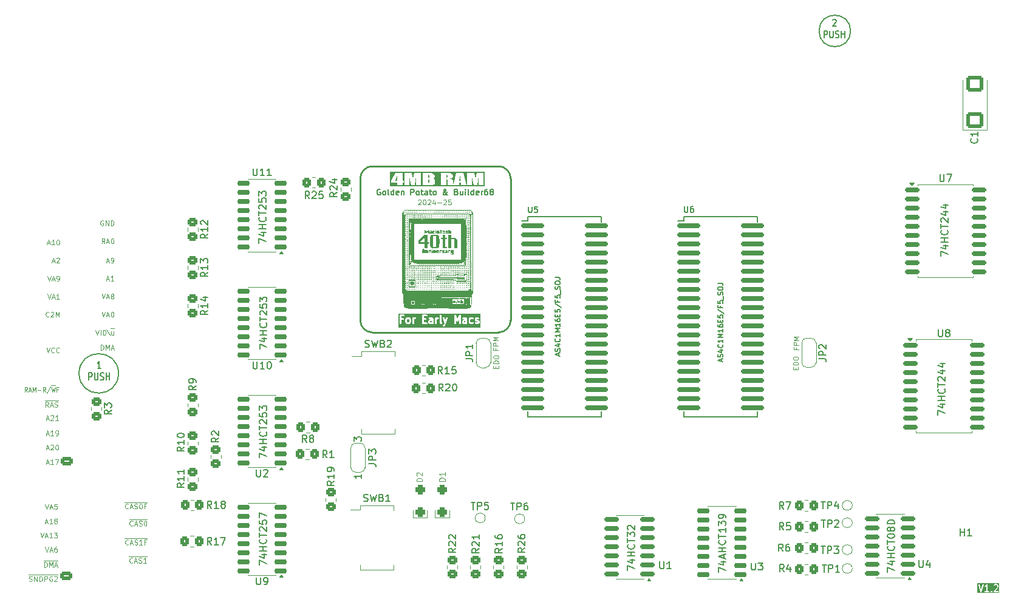
<source format=gto>
G04 #@! TF.GenerationSoftware,KiCad,Pcbnew,8.0.9*
G04 #@! TF.CreationDate,2025-04-09T11:12:09-04:00*
G04 #@! TF.ProjectId,RAMEXPB_V3,52414d45-5850-4425-9f56-332e6b696361,rev?*
G04 #@! TF.SameCoordinates,Original*
G04 #@! TF.FileFunction,Legend,Top*
G04 #@! TF.FilePolarity,Positive*
%FSLAX46Y46*%
G04 Gerber Fmt 4.6, Leading zero omitted, Abs format (unit mm)*
G04 Created by KiCad (PCBNEW 8.0.9) date 2025-04-09 11:12:09*
%MOMM*%
%LPD*%
G01*
G04 APERTURE LIST*
G04 Aperture macros list*
%AMRoundRect*
0 Rectangle with rounded corners*
0 $1 Rounding radius*
0 $2 $3 $4 $5 $6 $7 $8 $9 X,Y pos of 4 corners*
0 Add a 4 corners polygon primitive as box body*
4,1,4,$2,$3,$4,$5,$6,$7,$8,$9,$2,$3,0*
0 Add four circle primitives for the rounded corners*
1,1,$1+$1,$2,$3*
1,1,$1+$1,$4,$5*
1,1,$1+$1,$6,$7*
1,1,$1+$1,$8,$9*
0 Add four rect primitives between the rounded corners*
20,1,$1+$1,$2,$3,$4,$5,0*
20,1,$1+$1,$4,$5,$6,$7,0*
20,1,$1+$1,$6,$7,$8,$9,0*
20,1,$1+$1,$8,$9,$2,$3,0*%
%AMFreePoly0*
4,1,19,0.550000,-0.750000,0.000000,-0.750000,0.000000,-0.744911,-0.071157,-0.744911,-0.207708,-0.704816,-0.327430,-0.627875,-0.420627,-0.520320,-0.479746,-0.390866,-0.500000,-0.250000,-0.500000,0.250000,-0.479746,0.390866,-0.420627,0.520320,-0.327430,0.627875,-0.207708,0.704816,-0.071157,0.744911,0.000000,0.744911,0.000000,0.750000,0.550000,0.750000,0.550000,-0.750000,0.550000,-0.750000,
$1*%
%AMFreePoly1*
4,1,19,0.000000,0.744911,0.071157,0.744911,0.207708,0.704816,0.327430,0.627875,0.420627,0.520320,0.479746,0.390866,0.500000,0.250000,0.500000,-0.250000,0.479746,-0.390866,0.420627,-0.520320,0.327430,-0.627875,0.207708,-0.704816,0.071157,-0.744911,0.000000,-0.744911,0.000000,-0.750000,-0.550000,-0.750000,-0.550000,0.750000,0.000000,0.750000,0.000000,0.744911,0.000000,0.744911,
$1*%
G04 Aperture macros list end*
%ADD10C,0.250000*%
%ADD11C,0.150000*%
%ADD12C,0.100000*%
%ADD13C,0.200000*%
%ADD14C,0.120000*%
%ADD15C,0.127000*%
%ADD16C,0.203200*%
%ADD17C,0.000000*%
%ADD18RoundRect,0.250000X-0.450000X0.350000X-0.450000X-0.350000X0.450000X-0.350000X0.450000X0.350000X0*%
%ADD19RoundRect,0.250000X0.450000X-0.350000X0.450000X0.350000X-0.450000X0.350000X-0.450000X-0.350000X0*%
%ADD20RoundRect,0.250000X0.350000X0.450000X-0.350000X0.450000X-0.350000X-0.450000X0.350000X-0.450000X0*%
%ADD21FreePoly0,270.000000*%
%ADD22R,1.500000X1.000000*%
%ADD23FreePoly1,270.000000*%
%ADD24RoundRect,0.150000X0.725000X0.150000X-0.725000X0.150000X-0.725000X-0.150000X0.725000X-0.150000X0*%
%ADD25C,3.200000*%
%ADD26RoundRect,0.350000X0.350000X-0.350000X0.350000X0.350000X-0.350000X0.350000X-0.350000X-0.350000X0*%
%ADD27R,1.250000X0.760000*%
%ADD28RoundRect,0.150000X-0.875000X-0.150000X0.875000X-0.150000X0.875000X0.150000X-0.875000X0.150000X0*%
%ADD29C,1.000000*%
%ADD30RoundRect,0.250000X-0.350000X-0.450000X0.350000X-0.450000X0.350000X0.450000X-0.350000X0.450000X0*%
%ADD31RoundRect,0.175000X-1.399000X-0.175000X1.399000X-0.175000X1.399000X0.175000X-1.399000X0.175000X0*%
%ADD32RoundRect,0.250000X0.925000X-0.875000X0.925000X0.875000X-0.925000X0.875000X-0.925000X-0.875000X0*%
%ADD33RoundRect,0.150000X0.825000X0.150000X-0.825000X0.150000X-0.825000X-0.150000X0.825000X-0.150000X0*%
%ADD34FreePoly0,90.000000*%
%ADD35FreePoly1,90.000000*%
%ADD36R,1.700000X1.700000*%
%ADD37O,1.700000X1.700000*%
%ADD38RoundRect,0.250000X0.625000X-0.350000X0.625000X0.350000X-0.625000X0.350000X-0.625000X-0.350000X0*%
%ADD39O,1.750000X1.200000*%
G04 APERTURE END LIST*
D10*
X124630000Y-105320000D02*
X142190000Y-105320000D01*
X143890000Y-107020000D02*
X143890000Y-126810000D01*
X122930000Y-126810000D02*
X122930000Y-107020000D01*
X142190000Y-105320000D02*
G75*
G02*
X143890000Y-107020000I0J-1700000D01*
G01*
X143890000Y-126810000D02*
G75*
G02*
X142190000Y-128510000I-1700000J0D01*
G01*
D11*
X89220000Y-134220000D02*
G75*
G02*
X83720000Y-134220000I-2750000J0D01*
G01*
X83720000Y-134220000D02*
G75*
G02*
X89220000Y-134220000I2750000J0D01*
G01*
D10*
X142190000Y-128510000D02*
X124630000Y-128510000D01*
X122930000Y-107020000D02*
G75*
G02*
X124630000Y-105320000I1700000J0D01*
G01*
D11*
X191275833Y-86437280D02*
G75*
G02*
X186875833Y-86437280I-2200000J0D01*
G01*
X186875833Y-86437280D02*
G75*
G02*
X191275833Y-86437280I2200000J0D01*
G01*
D10*
X124630000Y-128510000D02*
G75*
G02*
X122930000Y-126810000I0J1700000D01*
G01*
G36*
X129691036Y-126644419D02*
G01*
X129711458Y-126666883D01*
X129739760Y-126729147D01*
X129739760Y-126989280D01*
X129711458Y-127051544D01*
X129691035Y-127074008D01*
X129642178Y-127100880D01*
X129563533Y-127100880D01*
X129514675Y-127074009D01*
X129494251Y-127051542D01*
X129465951Y-126989280D01*
X129465951Y-126729147D01*
X129494251Y-126666885D01*
X129514675Y-126644419D01*
X129563534Y-126617547D01*
X129642177Y-126617547D01*
X129691036Y-126644419D01*
G37*
G36*
X132882618Y-127099590D02*
G01*
X132880274Y-127100880D01*
X132706391Y-127100880D01*
X132675663Y-127083980D01*
X132656428Y-127041661D01*
X132656428Y-126991052D01*
X132675663Y-126948733D01*
X132706392Y-126931833D01*
X132882618Y-126931833D01*
X132882618Y-127099590D01*
G37*
G36*
X137596905Y-127099590D02*
G01*
X137594561Y-127100880D01*
X137420678Y-127100880D01*
X137389950Y-127083980D01*
X137370715Y-127041661D01*
X137370715Y-126991052D01*
X137389950Y-126948733D01*
X137420679Y-126931833D01*
X137596905Y-126931833D01*
X137596905Y-127099590D01*
G37*
G36*
X139686191Y-127842083D02*
G01*
X128281427Y-127842083D01*
X128281427Y-127581785D01*
X134406893Y-127581785D01*
X134412255Y-127630262D01*
X134435759Y-127672997D01*
X134473828Y-127703484D01*
X134520667Y-127717083D01*
X134569144Y-127711721D01*
X134591669Y-127702074D01*
X134686907Y-127649693D01*
X134698026Y-127642068D01*
X134700978Y-127640678D01*
X134703884Y-127638051D01*
X134707116Y-127635836D01*
X134709155Y-127633289D01*
X134719160Y-127624250D01*
X134766779Y-127571869D01*
X134780876Y-127552919D01*
X134781169Y-127552600D01*
X134781268Y-127552392D01*
X134781405Y-127552209D01*
X134781550Y-127551803D01*
X134791760Y-127530503D01*
X134886998Y-127268597D01*
X134887538Y-127266485D01*
X134888415Y-127264481D01*
X135126510Y-126531147D01*
X135131756Y-126507212D01*
X135127919Y-126458590D01*
X135105766Y-126415138D01*
X135068672Y-126383471D01*
X135022284Y-126368410D01*
X134973663Y-126372247D01*
X134930210Y-126394399D01*
X134898544Y-126431493D01*
X134888729Y-126453946D01*
X134769524Y-126821095D01*
X134650320Y-126453946D01*
X134640504Y-126431494D01*
X134608838Y-126394400D01*
X134565385Y-126372247D01*
X134516764Y-126368410D01*
X134470376Y-126383472D01*
X134433282Y-126415138D01*
X134411129Y-126458591D01*
X134407292Y-126507212D01*
X134412538Y-126531148D01*
X134637353Y-127223577D01*
X134565227Y-127421923D01*
X134548181Y-127440674D01*
X134471189Y-127483020D01*
X134450979Y-127496877D01*
X134420492Y-127534946D01*
X134406893Y-127581785D01*
X128281427Y-127581785D01*
X128281427Y-126125880D01*
X128406427Y-126125880D01*
X128406427Y-127225880D01*
X128408829Y-127250266D01*
X128427493Y-127295326D01*
X128461981Y-127329814D01*
X128507041Y-127348478D01*
X128555813Y-127348478D01*
X128600873Y-127329814D01*
X128635361Y-127295326D01*
X128654025Y-127250266D01*
X128656427Y-127225880D01*
X128656427Y-126774690D01*
X128864760Y-126774690D01*
X128889146Y-126772288D01*
X128934206Y-126753624D01*
X128968694Y-126719136D01*
X128975762Y-126702071D01*
X129215951Y-126702071D01*
X129215951Y-127016357D01*
X129218353Y-127040743D01*
X129219177Y-127042734D01*
X129219251Y-127044888D01*
X129227155Y-127068082D01*
X129274774Y-127172845D01*
X129280345Y-127182467D01*
X129281451Y-127185543D01*
X129284495Y-127189634D01*
X129287052Y-127194051D01*
X129289441Y-127196283D01*
X129296077Y-127205203D01*
X129343697Y-127257584D01*
X129353698Y-127266621D01*
X129355740Y-127269171D01*
X129358971Y-127271386D01*
X129361878Y-127274013D01*
X129364833Y-127275405D01*
X129375950Y-127283027D01*
X129471188Y-127335407D01*
X129493713Y-127345055D01*
X129500621Y-127345818D01*
X129507041Y-127348478D01*
X129531427Y-127350880D01*
X129674284Y-127350880D01*
X129698670Y-127348478D01*
X129705089Y-127345818D01*
X129711998Y-127345055D01*
X129734523Y-127335407D01*
X129829761Y-127283027D01*
X129840882Y-127275402D01*
X129843833Y-127274012D01*
X129846736Y-127271388D01*
X129849971Y-127269171D01*
X129852013Y-127266620D01*
X129862015Y-127257584D01*
X129909634Y-127205203D01*
X129916269Y-127196283D01*
X129918659Y-127194051D01*
X129921215Y-127189635D01*
X129924260Y-127185543D01*
X129925366Y-127182465D01*
X129930937Y-127172844D01*
X129978556Y-127068082D01*
X129986460Y-127044888D01*
X129986533Y-127042734D01*
X129987358Y-127040743D01*
X129989760Y-127016357D01*
X129989760Y-126702071D01*
X129987358Y-126677685D01*
X129986533Y-126675693D01*
X129986460Y-126673540D01*
X129978556Y-126650346D01*
X129930937Y-126545584D01*
X129925366Y-126535962D01*
X129924260Y-126532885D01*
X129921215Y-126528792D01*
X129918659Y-126524377D01*
X129916269Y-126522144D01*
X129909634Y-126513225D01*
X129890836Y-126492547D01*
X130168332Y-126492547D01*
X130168332Y-127225880D01*
X130170734Y-127250266D01*
X130189398Y-127295326D01*
X130223886Y-127329814D01*
X130268946Y-127348478D01*
X130317718Y-127348478D01*
X130362778Y-127329814D01*
X130397266Y-127295326D01*
X130415930Y-127250266D01*
X130418332Y-127225880D01*
X130418332Y-126729147D01*
X130446632Y-126666885D01*
X130467056Y-126644419D01*
X130515915Y-126617547D01*
X130579046Y-126617547D01*
X130603432Y-126615145D01*
X130648492Y-126596481D01*
X130682980Y-126561993D01*
X130701644Y-126516933D01*
X130701644Y-126468161D01*
X130682980Y-126423101D01*
X130648492Y-126388613D01*
X130603432Y-126369949D01*
X130579046Y-126367547D01*
X130483808Y-126367547D01*
X130459422Y-126369949D01*
X130453000Y-126372609D01*
X130446093Y-126373373D01*
X130423568Y-126383020D01*
X130380740Y-126406575D01*
X130362778Y-126388613D01*
X130317718Y-126369949D01*
X130268946Y-126369949D01*
X130223886Y-126388613D01*
X130189398Y-126423101D01*
X130170734Y-126468161D01*
X130168332Y-126492547D01*
X129890836Y-126492547D01*
X129862015Y-126460844D01*
X129852010Y-126451804D01*
X129849971Y-126449258D01*
X129846739Y-126447042D01*
X129843833Y-126444416D01*
X129840881Y-126443025D01*
X129829762Y-126435401D01*
X129734524Y-126383020D01*
X129711999Y-126373373D01*
X129705092Y-126372609D01*
X129698670Y-126369949D01*
X129674284Y-126367547D01*
X129531427Y-126367547D01*
X129507041Y-126369949D01*
X129500619Y-126372609D01*
X129493712Y-126373373D01*
X129471187Y-126383020D01*
X129375949Y-126435401D01*
X129364832Y-126443023D01*
X129361878Y-126444415D01*
X129358970Y-126447042D01*
X129355739Y-126449258D01*
X129353697Y-126451807D01*
X129343697Y-126460844D01*
X129296077Y-126513225D01*
X129289441Y-126522144D01*
X129287052Y-126524377D01*
X129284495Y-126528793D01*
X129281451Y-126532885D01*
X129280345Y-126535960D01*
X129274774Y-126545583D01*
X129227155Y-126650346D01*
X129219251Y-126673540D01*
X129219177Y-126675693D01*
X129218353Y-126677685D01*
X129215951Y-126702071D01*
X128975762Y-126702071D01*
X128987358Y-126674076D01*
X128987358Y-126625304D01*
X128968694Y-126580244D01*
X128934206Y-126545756D01*
X128889146Y-126527092D01*
X128864760Y-126524690D01*
X128656427Y-126524690D01*
X128656427Y-126250880D01*
X129007617Y-126250880D01*
X129032003Y-126248478D01*
X129077063Y-126229814D01*
X129111551Y-126195326D01*
X129130215Y-126150266D01*
X129130215Y-126125880D01*
X131549285Y-126125880D01*
X131549285Y-127225880D01*
X131551687Y-127250266D01*
X131570351Y-127295326D01*
X131604839Y-127329814D01*
X131649899Y-127348478D01*
X131674285Y-127350880D01*
X132150475Y-127350880D01*
X132174861Y-127348478D01*
X132219921Y-127329814D01*
X132254409Y-127295326D01*
X132273073Y-127250266D01*
X132273073Y-127201494D01*
X132254409Y-127156434D01*
X132219921Y-127121946D01*
X132174861Y-127103282D01*
X132150475Y-127100880D01*
X131799285Y-127100880D01*
X131799285Y-126963976D01*
X132406428Y-126963976D01*
X132406428Y-127068738D01*
X132408830Y-127093124D01*
X132409654Y-127095115D01*
X132409728Y-127097269D01*
X132417632Y-127120463D01*
X132465251Y-127225226D01*
X132467563Y-127229220D01*
X132468110Y-127231102D01*
X132470070Y-127233549D01*
X132477529Y-127246432D01*
X132488884Y-127257042D01*
X132498598Y-127269171D01*
X132510870Y-127277584D01*
X132513166Y-127279730D01*
X132515004Y-127280419D01*
X132518808Y-127283027D01*
X132614046Y-127335407D01*
X132636571Y-127345055D01*
X132643479Y-127345818D01*
X132649899Y-127348478D01*
X132674285Y-127350880D01*
X132912380Y-127350880D01*
X132936766Y-127348478D01*
X132943185Y-127345818D01*
X132950094Y-127345055D01*
X132962322Y-127339817D01*
X132983232Y-127348478D01*
X133032004Y-127348478D01*
X133077064Y-127329814D01*
X133111552Y-127295326D01*
X133130216Y-127250266D01*
X133132618Y-127225880D01*
X133132618Y-126649690D01*
X133130216Y-126625304D01*
X133129391Y-126623312D01*
X133129318Y-126621159D01*
X133121414Y-126597965D01*
X133073795Y-126493203D01*
X133073415Y-126492547D01*
X133358809Y-126492547D01*
X133358809Y-127225880D01*
X133361211Y-127250266D01*
X133379875Y-127295326D01*
X133414363Y-127329814D01*
X133459423Y-127348478D01*
X133508195Y-127348478D01*
X133553255Y-127329814D01*
X133587743Y-127295326D01*
X133606407Y-127250266D01*
X133608809Y-127225880D01*
X133608809Y-126729147D01*
X133637109Y-126666885D01*
X133657533Y-126644419D01*
X133706392Y-126617547D01*
X133769523Y-126617547D01*
X133793909Y-126615145D01*
X133838969Y-126596481D01*
X133873457Y-126561993D01*
X133892121Y-126516933D01*
X133892121Y-126468161D01*
X133873457Y-126423101D01*
X133838969Y-126388613D01*
X133793909Y-126369949D01*
X133769523Y-126367547D01*
X133674285Y-126367547D01*
X133649899Y-126369949D01*
X133643477Y-126372609D01*
X133636570Y-126373373D01*
X133614045Y-126383020D01*
X133571217Y-126406575D01*
X133553255Y-126388613D01*
X133508195Y-126369949D01*
X133459423Y-126369949D01*
X133414363Y-126388613D01*
X133379875Y-126423101D01*
X133361211Y-126468161D01*
X133358809Y-126492547D01*
X133073415Y-126492547D01*
X133071482Y-126489208D01*
X133070936Y-126487327D01*
X133068976Y-126484880D01*
X133061517Y-126471996D01*
X133050159Y-126461384D01*
X133040448Y-126449258D01*
X133028172Y-126440840D01*
X133025880Y-126438699D01*
X133024045Y-126438011D01*
X133020239Y-126435401D01*
X132925001Y-126383020D01*
X132902476Y-126373373D01*
X132895569Y-126372609D01*
X132889147Y-126369949D01*
X132864761Y-126367547D01*
X132674285Y-126367547D01*
X132649899Y-126369949D01*
X132643477Y-126372609D01*
X132636570Y-126373373D01*
X132614045Y-126383020D01*
X132518807Y-126435401D01*
X132498597Y-126449258D01*
X132468110Y-126487327D01*
X132454511Y-126534166D01*
X132459873Y-126582643D01*
X132483377Y-126625378D01*
X132521446Y-126655865D01*
X132568285Y-126669464D01*
X132616762Y-126664102D01*
X132639287Y-126654455D01*
X132706392Y-126617547D01*
X132832654Y-126617547D01*
X132863382Y-126634447D01*
X132882618Y-126676766D01*
X132882618Y-126680543D01*
X132880273Y-126681833D01*
X132674285Y-126681833D01*
X132649899Y-126684235D01*
X132643477Y-126686895D01*
X132636570Y-126687659D01*
X132614045Y-126697306D01*
X132518807Y-126749687D01*
X132515003Y-126752295D01*
X132513166Y-126752984D01*
X132510871Y-126755128D01*
X132498597Y-126763544D01*
X132488884Y-126775671D01*
X132477529Y-126786282D01*
X132470068Y-126799167D01*
X132468110Y-126801613D01*
X132467564Y-126803492D01*
X132465251Y-126807488D01*
X132417632Y-126912251D01*
X132409728Y-126935445D01*
X132409654Y-126937598D01*
X132408830Y-126939590D01*
X132406428Y-126963976D01*
X131799285Y-126963976D01*
X131799285Y-126774690D01*
X132007618Y-126774690D01*
X132032004Y-126772288D01*
X132077064Y-126753624D01*
X132111552Y-126719136D01*
X132130216Y-126674076D01*
X132130216Y-126625304D01*
X132111552Y-126580244D01*
X132077064Y-126545756D01*
X132032004Y-126527092D01*
X132007618Y-126524690D01*
X131799285Y-126524690D01*
X131799285Y-126250880D01*
X132150475Y-126250880D01*
X132174861Y-126248478D01*
X132219921Y-126229814D01*
X132254409Y-126195326D01*
X132273073Y-126150266D01*
X132273073Y-126125880D01*
X133977857Y-126125880D01*
X133977857Y-127068738D01*
X133980259Y-127093124D01*
X133981083Y-127095115D01*
X133981157Y-127097269D01*
X133989061Y-127120463D01*
X134036680Y-127225226D01*
X134038992Y-127229220D01*
X134039539Y-127231102D01*
X134041499Y-127233549D01*
X134048958Y-127246432D01*
X134060313Y-127257042D01*
X134070027Y-127269171D01*
X134082299Y-127277584D01*
X134084595Y-127279730D01*
X134086433Y-127280419D01*
X134090237Y-127283027D01*
X134185475Y-127335407D01*
X134208000Y-127345055D01*
X134256477Y-127350416D01*
X134303316Y-127336817D01*
X134341385Y-127306329D01*
X134364889Y-127263594D01*
X134370250Y-127215117D01*
X134356651Y-127168278D01*
X134326163Y-127130209D01*
X134305953Y-127116353D01*
X134247092Y-127083980D01*
X134227857Y-127041661D01*
X134227857Y-126125880D01*
X136025477Y-126125880D01*
X136025477Y-127225880D01*
X136027879Y-127250266D01*
X136046543Y-127295326D01*
X136081031Y-127329814D01*
X136126091Y-127348478D01*
X136174863Y-127348478D01*
X136219923Y-127329814D01*
X136254411Y-127295326D01*
X136273075Y-127250266D01*
X136275477Y-127225880D01*
X136275477Y-126740586D01*
X136368737Y-126960414D01*
X136378666Y-126978614D01*
X136379288Y-126980153D01*
X136379776Y-126980649D01*
X136380472Y-126981925D01*
X136397116Y-126998288D01*
X136413480Y-127014933D01*
X136414478Y-127015356D01*
X136415252Y-127016117D01*
X136436905Y-127024870D01*
X136458379Y-127033980D01*
X136459462Y-127033989D01*
X136460471Y-127034397D01*
X136483810Y-127034197D01*
X136507149Y-127034397D01*
X136508157Y-127033989D01*
X136509241Y-127033980D01*
X136530714Y-127024870D01*
X136552368Y-127016117D01*
X136553141Y-127015356D01*
X136554140Y-127014933D01*
X136570503Y-126998288D01*
X136587148Y-126981925D01*
X136587843Y-126980649D01*
X136588332Y-126980153D01*
X136588953Y-126978614D01*
X136598883Y-126960414D01*
X136692143Y-126740586D01*
X136692143Y-127225880D01*
X136694545Y-127250266D01*
X136713209Y-127295326D01*
X136747697Y-127329814D01*
X136792757Y-127348478D01*
X136841529Y-127348478D01*
X136886589Y-127329814D01*
X136921077Y-127295326D01*
X136939741Y-127250266D01*
X136942143Y-127225880D01*
X136942143Y-126963976D01*
X137120715Y-126963976D01*
X137120715Y-127068738D01*
X137123117Y-127093124D01*
X137123941Y-127095115D01*
X137124015Y-127097269D01*
X137131919Y-127120463D01*
X137179538Y-127225226D01*
X137181850Y-127229220D01*
X137182397Y-127231102D01*
X137184357Y-127233549D01*
X137191816Y-127246432D01*
X137203171Y-127257042D01*
X137212885Y-127269171D01*
X137225157Y-127277584D01*
X137227453Y-127279730D01*
X137229291Y-127280419D01*
X137233095Y-127283027D01*
X137328333Y-127335407D01*
X137350858Y-127345055D01*
X137357766Y-127345818D01*
X137364186Y-127348478D01*
X137388572Y-127350880D01*
X137626667Y-127350880D01*
X137651053Y-127348478D01*
X137657472Y-127345818D01*
X137664381Y-127345055D01*
X137676609Y-127339817D01*
X137697519Y-127348478D01*
X137746291Y-127348478D01*
X137791351Y-127329814D01*
X137825839Y-127295326D01*
X137844503Y-127250266D01*
X137846905Y-127225880D01*
X137846905Y-126702071D01*
X138025477Y-126702071D01*
X138025477Y-127016357D01*
X138027879Y-127040743D01*
X138028703Y-127042734D01*
X138028777Y-127044888D01*
X138036681Y-127068082D01*
X138084300Y-127172845D01*
X138089871Y-127182467D01*
X138090977Y-127185543D01*
X138094021Y-127189634D01*
X138096578Y-127194051D01*
X138098967Y-127196283D01*
X138105603Y-127205203D01*
X138153223Y-127257584D01*
X138163224Y-127266621D01*
X138165266Y-127269171D01*
X138168497Y-127271386D01*
X138171404Y-127274013D01*
X138174359Y-127275405D01*
X138185476Y-127283027D01*
X138280714Y-127335407D01*
X138303239Y-127345055D01*
X138310147Y-127345818D01*
X138316567Y-127348478D01*
X138340953Y-127350880D01*
X138531429Y-127350880D01*
X138555815Y-127348478D01*
X138562234Y-127345818D01*
X138569143Y-127345055D01*
X138591668Y-127335407D01*
X138686906Y-127283027D01*
X138707116Y-127269171D01*
X138737604Y-127231102D01*
X138751203Y-127184263D01*
X138745842Y-127135786D01*
X138722338Y-127093051D01*
X138684269Y-127062563D01*
X138637430Y-127048964D01*
X138588953Y-127054325D01*
X138566428Y-127063973D01*
X138499323Y-127100880D01*
X138373059Y-127100880D01*
X138324201Y-127074009D01*
X138303777Y-127051542D01*
X138275477Y-126989280D01*
X138275477Y-126729147D01*
X138303777Y-126666885D01*
X138324201Y-126644419D01*
X138373060Y-126617547D01*
X138499322Y-126617547D01*
X138566427Y-126654455D01*
X138588952Y-126664102D01*
X138637428Y-126669464D01*
X138684268Y-126655865D01*
X138691979Y-126649690D01*
X138882620Y-126649690D01*
X138882620Y-126702071D01*
X138885022Y-126726457D01*
X138885846Y-126728448D01*
X138885920Y-126730602D01*
X138893824Y-126753796D01*
X138941443Y-126858559D01*
X138943756Y-126862554D01*
X138944302Y-126864434D01*
X138946260Y-126866879D01*
X138953721Y-126879765D01*
X138965076Y-126890375D01*
X138974789Y-126902503D01*
X138987063Y-126910918D01*
X138989358Y-126913063D01*
X138991195Y-126913751D01*
X138994999Y-126916360D01*
X139090237Y-126968741D01*
X139112762Y-126978388D01*
X139119669Y-126979151D01*
X139126091Y-126981812D01*
X139150477Y-126984214D01*
X139261227Y-126984214D01*
X139291955Y-127001114D01*
X139310788Y-127042547D01*
X139291955Y-127083980D01*
X139261228Y-127100880D01*
X139134964Y-127100880D01*
X139067859Y-127063973D01*
X139045334Y-127054325D01*
X138996857Y-127048964D01*
X138950018Y-127062563D01*
X138911949Y-127093051D01*
X138888445Y-127135786D01*
X138883084Y-127184263D01*
X138896683Y-127231102D01*
X138927171Y-127269171D01*
X138947381Y-127283027D01*
X139042619Y-127335407D01*
X139065144Y-127345055D01*
X139072052Y-127345818D01*
X139078472Y-127348478D01*
X139102858Y-127350880D01*
X139293334Y-127350880D01*
X139317720Y-127348478D01*
X139324139Y-127345818D01*
X139331048Y-127345055D01*
X139353573Y-127335407D01*
X139448811Y-127283027D01*
X139452617Y-127280417D01*
X139454453Y-127279729D01*
X139456745Y-127277587D01*
X139469021Y-127269171D01*
X139478735Y-127257040D01*
X139490090Y-127246432D01*
X139497547Y-127233551D01*
X139499509Y-127231102D01*
X139500055Y-127229218D01*
X139502368Y-127225225D01*
X139549987Y-127120463D01*
X139557891Y-127097269D01*
X139557964Y-127095115D01*
X139558789Y-127093124D01*
X139561191Y-127068738D01*
X139561191Y-127016357D01*
X139558789Y-126991971D01*
X139557964Y-126989979D01*
X139557891Y-126987826D01*
X139549987Y-126964632D01*
X139502368Y-126859870D01*
X139500055Y-126855875D01*
X139499509Y-126853994D01*
X139497549Y-126851547D01*
X139490090Y-126838663D01*
X139478732Y-126828051D01*
X139469021Y-126815925D01*
X139456745Y-126807507D01*
X139454453Y-126805366D01*
X139452618Y-126804678D01*
X139448812Y-126802068D01*
X139353574Y-126749687D01*
X139331049Y-126740040D01*
X139324142Y-126739276D01*
X139317720Y-126736616D01*
X139293334Y-126734214D01*
X139182584Y-126734214D01*
X139151855Y-126717313D01*
X139133022Y-126675880D01*
X139151855Y-126634447D01*
X139182584Y-126617547D01*
X139261227Y-126617547D01*
X139328332Y-126654455D01*
X139350857Y-126664102D01*
X139399333Y-126669464D01*
X139446173Y-126655865D01*
X139484242Y-126625378D01*
X139507746Y-126582643D01*
X139513108Y-126534166D01*
X139499509Y-126487327D01*
X139469021Y-126449258D01*
X139448812Y-126435401D01*
X139353574Y-126383020D01*
X139331049Y-126373373D01*
X139324142Y-126372609D01*
X139317720Y-126369949D01*
X139293334Y-126367547D01*
X139150477Y-126367547D01*
X139126091Y-126369949D01*
X139119669Y-126372609D01*
X139112762Y-126373373D01*
X139090237Y-126383020D01*
X138994999Y-126435401D01*
X138991195Y-126438009D01*
X138989358Y-126438698D01*
X138987063Y-126440842D01*
X138974789Y-126449258D01*
X138965076Y-126461385D01*
X138953721Y-126471996D01*
X138946260Y-126484881D01*
X138944302Y-126487327D01*
X138943756Y-126489206D01*
X138941443Y-126493202D01*
X138893824Y-126597965D01*
X138885920Y-126621159D01*
X138885846Y-126623312D01*
X138885022Y-126625304D01*
X138882620Y-126649690D01*
X138691979Y-126649690D01*
X138722337Y-126625378D01*
X138745841Y-126582643D01*
X138751203Y-126534166D01*
X138737604Y-126487327D01*
X138707116Y-126449258D01*
X138686907Y-126435401D01*
X138591669Y-126383020D01*
X138569144Y-126373373D01*
X138562237Y-126372609D01*
X138555815Y-126369949D01*
X138531429Y-126367547D01*
X138340953Y-126367547D01*
X138316567Y-126369949D01*
X138310145Y-126372609D01*
X138303238Y-126373373D01*
X138280713Y-126383020D01*
X138185475Y-126435401D01*
X138174358Y-126443023D01*
X138171404Y-126444415D01*
X138168496Y-126447042D01*
X138165265Y-126449258D01*
X138163223Y-126451807D01*
X138153223Y-126460844D01*
X138105603Y-126513225D01*
X138098967Y-126522144D01*
X138096578Y-126524377D01*
X138094021Y-126528793D01*
X138090977Y-126532885D01*
X138089871Y-126535960D01*
X138084300Y-126545583D01*
X138036681Y-126650346D01*
X138028777Y-126673540D01*
X138028703Y-126675693D01*
X138027879Y-126677685D01*
X138025477Y-126702071D01*
X137846905Y-126702071D01*
X137846905Y-126649690D01*
X137844503Y-126625304D01*
X137843678Y-126623312D01*
X137843605Y-126621159D01*
X137835701Y-126597965D01*
X137788082Y-126493203D01*
X137785769Y-126489208D01*
X137785223Y-126487327D01*
X137783263Y-126484880D01*
X137775804Y-126471996D01*
X137764446Y-126461384D01*
X137754735Y-126449258D01*
X137742459Y-126440840D01*
X137740167Y-126438699D01*
X137738332Y-126438011D01*
X137734526Y-126435401D01*
X137639288Y-126383020D01*
X137616763Y-126373373D01*
X137609856Y-126372609D01*
X137603434Y-126369949D01*
X137579048Y-126367547D01*
X137388572Y-126367547D01*
X137364186Y-126369949D01*
X137357764Y-126372609D01*
X137350857Y-126373373D01*
X137328332Y-126383020D01*
X137233094Y-126435401D01*
X137212884Y-126449258D01*
X137182397Y-126487327D01*
X137168798Y-126534166D01*
X137174160Y-126582643D01*
X137197664Y-126625378D01*
X137235733Y-126655865D01*
X137282572Y-126669464D01*
X137331049Y-126664102D01*
X137353574Y-126654455D01*
X137420679Y-126617547D01*
X137546941Y-126617547D01*
X137577669Y-126634447D01*
X137596905Y-126676766D01*
X137596905Y-126680543D01*
X137594560Y-126681833D01*
X137388572Y-126681833D01*
X137364186Y-126684235D01*
X137357764Y-126686895D01*
X137350857Y-126687659D01*
X137328332Y-126697306D01*
X137233094Y-126749687D01*
X137229290Y-126752295D01*
X137227453Y-126752984D01*
X137225158Y-126755128D01*
X137212884Y-126763544D01*
X137203171Y-126775671D01*
X137191816Y-126786282D01*
X137184355Y-126799167D01*
X137182397Y-126801613D01*
X137181851Y-126803492D01*
X137179538Y-126807488D01*
X137131919Y-126912251D01*
X137124015Y-126935445D01*
X137123941Y-126937598D01*
X137123117Y-126939590D01*
X137120715Y-126963976D01*
X136942143Y-126963976D01*
X136942143Y-126125880D01*
X136939936Y-126103483D01*
X136939945Y-126102541D01*
X136939811Y-126102211D01*
X136939741Y-126101494D01*
X136930612Y-126079454D01*
X136921665Y-126057322D01*
X136921284Y-126056934D01*
X136921077Y-126056434D01*
X136904220Y-126039577D01*
X136887473Y-126022542D01*
X136886972Y-126022329D01*
X136886589Y-126021946D01*
X136864524Y-126012806D01*
X136842574Y-126003495D01*
X136842032Y-126003490D01*
X136841529Y-126003282D01*
X136817663Y-126003282D01*
X136793804Y-126003078D01*
X136793299Y-126003282D01*
X136792757Y-126003282D01*
X136770717Y-126012410D01*
X136748585Y-126021358D01*
X136748197Y-126021738D01*
X136747697Y-126021946D01*
X136730840Y-126038802D01*
X136713805Y-126055550D01*
X136713459Y-126056183D01*
X136713209Y-126056434D01*
X136712850Y-126057300D01*
X136702070Y-126077061D01*
X136483810Y-126591531D01*
X136265550Y-126077061D01*
X136254769Y-126057300D01*
X136254411Y-126056434D01*
X136254160Y-126056183D01*
X136253815Y-126055550D01*
X136236779Y-126038802D01*
X136219923Y-126021946D01*
X136219422Y-126021738D01*
X136219035Y-126021358D01*
X136196902Y-126012410D01*
X136174863Y-126003282D01*
X136174321Y-126003282D01*
X136173816Y-126003078D01*
X136149957Y-126003282D01*
X136126091Y-126003282D01*
X136125587Y-126003490D01*
X136125046Y-126003495D01*
X136103095Y-126012806D01*
X136081031Y-126021946D01*
X136080647Y-126022329D01*
X136080147Y-126022542D01*
X136063399Y-126039577D01*
X136046543Y-126056434D01*
X136046335Y-126056934D01*
X136045955Y-126057322D01*
X136037007Y-126079454D01*
X136027879Y-126101494D01*
X136027808Y-126102211D01*
X136027675Y-126102541D01*
X136027683Y-126103483D01*
X136025477Y-126125880D01*
X134227857Y-126125880D01*
X134225455Y-126101494D01*
X134206791Y-126056434D01*
X134172303Y-126021946D01*
X134127243Y-126003282D01*
X134078471Y-126003282D01*
X134033411Y-126021946D01*
X133998923Y-126056434D01*
X133980259Y-126101494D01*
X133977857Y-126125880D01*
X132273073Y-126125880D01*
X132273073Y-126101494D01*
X132254409Y-126056434D01*
X132219921Y-126021946D01*
X132174861Y-126003282D01*
X132150475Y-126000880D01*
X131674285Y-126000880D01*
X131649899Y-126003282D01*
X131604839Y-126021946D01*
X131570351Y-126056434D01*
X131551687Y-126101494D01*
X131549285Y-126125880D01*
X129130215Y-126125880D01*
X129130215Y-126101494D01*
X129111551Y-126056434D01*
X129077063Y-126021946D01*
X129032003Y-126003282D01*
X129007617Y-126000880D01*
X128531427Y-126000880D01*
X128507041Y-126003282D01*
X128461981Y-126021946D01*
X128427493Y-126056434D01*
X128408829Y-126101494D01*
X128406427Y-126125880D01*
X128281427Y-126125880D01*
X128281427Y-125875880D01*
X139686191Y-125875880D01*
X139686191Y-127842083D01*
G37*
D12*
X79516263Y-126282466D02*
X79482930Y-126315800D01*
X79482930Y-126315800D02*
X79382930Y-126349133D01*
X79382930Y-126349133D02*
X79316263Y-126349133D01*
X79316263Y-126349133D02*
X79216263Y-126315800D01*
X79216263Y-126315800D02*
X79149597Y-126249133D01*
X79149597Y-126249133D02*
X79116263Y-126182466D01*
X79116263Y-126182466D02*
X79082930Y-126049133D01*
X79082930Y-126049133D02*
X79082930Y-125949133D01*
X79082930Y-125949133D02*
X79116263Y-125815800D01*
X79116263Y-125815800D02*
X79149597Y-125749133D01*
X79149597Y-125749133D02*
X79216263Y-125682466D01*
X79216263Y-125682466D02*
X79316263Y-125649133D01*
X79316263Y-125649133D02*
X79382930Y-125649133D01*
X79382930Y-125649133D02*
X79482930Y-125682466D01*
X79482930Y-125682466D02*
X79516263Y-125715800D01*
X79782930Y-125715800D02*
X79816263Y-125682466D01*
X79816263Y-125682466D02*
X79882930Y-125649133D01*
X79882930Y-125649133D02*
X80049597Y-125649133D01*
X80049597Y-125649133D02*
X80116263Y-125682466D01*
X80116263Y-125682466D02*
X80149597Y-125715800D01*
X80149597Y-125715800D02*
X80182930Y-125782466D01*
X80182930Y-125782466D02*
X80182930Y-125849133D01*
X80182930Y-125849133D02*
X80149597Y-125949133D01*
X80149597Y-125949133D02*
X79749597Y-126349133D01*
X79749597Y-126349133D02*
X80182930Y-126349133D01*
X80482930Y-126349133D02*
X80482930Y-125649133D01*
X80482930Y-125649133D02*
X80716264Y-126149133D01*
X80716264Y-126149133D02*
X80949597Y-125649133D01*
X80949597Y-125649133D02*
X80949597Y-126349133D01*
X79470549Y-138909133D02*
X79237216Y-138575800D01*
X79070549Y-138909133D02*
X79070549Y-138209133D01*
X79070549Y-138209133D02*
X79337216Y-138209133D01*
X79337216Y-138209133D02*
X79403883Y-138242466D01*
X79403883Y-138242466D02*
X79437216Y-138275800D01*
X79437216Y-138275800D02*
X79470549Y-138342466D01*
X79470549Y-138342466D02*
X79470549Y-138442466D01*
X79470549Y-138442466D02*
X79437216Y-138509133D01*
X79437216Y-138509133D02*
X79403883Y-138542466D01*
X79403883Y-138542466D02*
X79337216Y-138575800D01*
X79337216Y-138575800D02*
X79070549Y-138575800D01*
X79737216Y-138709133D02*
X80070549Y-138709133D01*
X79670549Y-138909133D02*
X79903883Y-138209133D01*
X79903883Y-138209133D02*
X80137216Y-138909133D01*
X80337216Y-138875800D02*
X80437216Y-138909133D01*
X80437216Y-138909133D02*
X80603883Y-138909133D01*
X80603883Y-138909133D02*
X80670549Y-138875800D01*
X80670549Y-138875800D02*
X80703883Y-138842466D01*
X80703883Y-138842466D02*
X80737216Y-138775800D01*
X80737216Y-138775800D02*
X80737216Y-138709133D01*
X80737216Y-138709133D02*
X80703883Y-138642466D01*
X80703883Y-138642466D02*
X80670549Y-138609133D01*
X80670549Y-138609133D02*
X80603883Y-138575800D01*
X80603883Y-138575800D02*
X80470549Y-138542466D01*
X80470549Y-138542466D02*
X80403883Y-138509133D01*
X80403883Y-138509133D02*
X80370549Y-138475800D01*
X80370549Y-138475800D02*
X80337216Y-138409133D01*
X80337216Y-138409133D02*
X80337216Y-138342466D01*
X80337216Y-138342466D02*
X80370549Y-138275800D01*
X80370549Y-138275800D02*
X80403883Y-138242466D01*
X80403883Y-138242466D02*
X80470549Y-138209133D01*
X80470549Y-138209133D02*
X80637216Y-138209133D01*
X80637216Y-138209133D02*
X80737216Y-138242466D01*
X78973883Y-138014800D02*
X80800550Y-138014800D01*
X87559597Y-118579133D02*
X87892930Y-118579133D01*
X87492930Y-118779133D02*
X87726264Y-118079133D01*
X87726264Y-118079133D02*
X87959597Y-118779133D01*
X88226264Y-118779133D02*
X88359597Y-118779133D01*
X88359597Y-118779133D02*
X88426264Y-118745800D01*
X88426264Y-118745800D02*
X88459597Y-118712466D01*
X88459597Y-118712466D02*
X88526264Y-118612466D01*
X88526264Y-118612466D02*
X88559597Y-118479133D01*
X88559597Y-118479133D02*
X88559597Y-118212466D01*
X88559597Y-118212466D02*
X88526264Y-118145800D01*
X88526264Y-118145800D02*
X88492930Y-118112466D01*
X88492930Y-118112466D02*
X88426264Y-118079133D01*
X88426264Y-118079133D02*
X88292930Y-118079133D01*
X88292930Y-118079133D02*
X88226264Y-118112466D01*
X88226264Y-118112466D02*
X88192930Y-118145800D01*
X88192930Y-118145800D02*
X88159597Y-118212466D01*
X88159597Y-118212466D02*
X88159597Y-118379133D01*
X88159597Y-118379133D02*
X88192930Y-118445800D01*
X88192930Y-118445800D02*
X88226264Y-118479133D01*
X88226264Y-118479133D02*
X88292930Y-118512466D01*
X88292930Y-118512466D02*
X88426264Y-118512466D01*
X88426264Y-118512466D02*
X88492930Y-118479133D01*
X88492930Y-118479133D02*
X88526264Y-118445800D01*
X88526264Y-118445800D02*
X88559597Y-118379133D01*
X79007882Y-152439133D02*
X79241216Y-153139133D01*
X79241216Y-153139133D02*
X79474549Y-152439133D01*
X79674549Y-152939133D02*
X80007882Y-152939133D01*
X79607882Y-153139133D02*
X79841216Y-152439133D01*
X79841216Y-152439133D02*
X80074549Y-153139133D01*
X80641216Y-152439133D02*
X80307882Y-152439133D01*
X80307882Y-152439133D02*
X80274549Y-152772466D01*
X80274549Y-152772466D02*
X80307882Y-152739133D01*
X80307882Y-152739133D02*
X80374549Y-152705800D01*
X80374549Y-152705800D02*
X80541216Y-152705800D01*
X80541216Y-152705800D02*
X80607882Y-152739133D01*
X80607882Y-152739133D02*
X80641216Y-152772466D01*
X80641216Y-152772466D02*
X80674549Y-152839133D01*
X80674549Y-152839133D02*
X80674549Y-153005800D01*
X80674549Y-153005800D02*
X80641216Y-153072466D01*
X80641216Y-153072466D02*
X80607882Y-153105800D01*
X80607882Y-153105800D02*
X80541216Y-153139133D01*
X80541216Y-153139133D02*
X80374549Y-153139133D01*
X80374549Y-153139133D02*
X80307882Y-153105800D01*
X80307882Y-153105800D02*
X80274549Y-153072466D01*
X76774549Y-163185800D02*
X76874549Y-163219133D01*
X76874549Y-163219133D02*
X77041216Y-163219133D01*
X77041216Y-163219133D02*
X77107882Y-163185800D01*
X77107882Y-163185800D02*
X77141216Y-163152466D01*
X77141216Y-163152466D02*
X77174549Y-163085800D01*
X77174549Y-163085800D02*
X77174549Y-163019133D01*
X77174549Y-163019133D02*
X77141216Y-162952466D01*
X77141216Y-162952466D02*
X77107882Y-162919133D01*
X77107882Y-162919133D02*
X77041216Y-162885800D01*
X77041216Y-162885800D02*
X76907882Y-162852466D01*
X76907882Y-162852466D02*
X76841216Y-162819133D01*
X76841216Y-162819133D02*
X76807882Y-162785800D01*
X76807882Y-162785800D02*
X76774549Y-162719133D01*
X76774549Y-162719133D02*
X76774549Y-162652466D01*
X76774549Y-162652466D02*
X76807882Y-162585800D01*
X76807882Y-162585800D02*
X76841216Y-162552466D01*
X76841216Y-162552466D02*
X76907882Y-162519133D01*
X76907882Y-162519133D02*
X77074549Y-162519133D01*
X77074549Y-162519133D02*
X77174549Y-162552466D01*
X77474549Y-163219133D02*
X77474549Y-162519133D01*
X77474549Y-162519133D02*
X77874549Y-163219133D01*
X77874549Y-163219133D02*
X77874549Y-162519133D01*
X78207882Y-163219133D02*
X78207882Y-162519133D01*
X78207882Y-162519133D02*
X78374549Y-162519133D01*
X78374549Y-162519133D02*
X78474549Y-162552466D01*
X78474549Y-162552466D02*
X78541216Y-162619133D01*
X78541216Y-162619133D02*
X78574549Y-162685800D01*
X78574549Y-162685800D02*
X78607882Y-162819133D01*
X78607882Y-162819133D02*
X78607882Y-162919133D01*
X78607882Y-162919133D02*
X78574549Y-163052466D01*
X78574549Y-163052466D02*
X78541216Y-163119133D01*
X78541216Y-163119133D02*
X78474549Y-163185800D01*
X78474549Y-163185800D02*
X78374549Y-163219133D01*
X78374549Y-163219133D02*
X78207882Y-163219133D01*
X78907882Y-163219133D02*
X78907882Y-162519133D01*
X78907882Y-162519133D02*
X79174549Y-162519133D01*
X79174549Y-162519133D02*
X79241216Y-162552466D01*
X79241216Y-162552466D02*
X79274549Y-162585800D01*
X79274549Y-162585800D02*
X79307882Y-162652466D01*
X79307882Y-162652466D02*
X79307882Y-162752466D01*
X79307882Y-162752466D02*
X79274549Y-162819133D01*
X79274549Y-162819133D02*
X79241216Y-162852466D01*
X79241216Y-162852466D02*
X79174549Y-162885800D01*
X79174549Y-162885800D02*
X78907882Y-162885800D01*
X79974549Y-162552466D02*
X79907882Y-162519133D01*
X79907882Y-162519133D02*
X79807882Y-162519133D01*
X79807882Y-162519133D02*
X79707882Y-162552466D01*
X79707882Y-162552466D02*
X79641216Y-162619133D01*
X79641216Y-162619133D02*
X79607882Y-162685800D01*
X79607882Y-162685800D02*
X79574549Y-162819133D01*
X79574549Y-162819133D02*
X79574549Y-162919133D01*
X79574549Y-162919133D02*
X79607882Y-163052466D01*
X79607882Y-163052466D02*
X79641216Y-163119133D01*
X79641216Y-163119133D02*
X79707882Y-163185800D01*
X79707882Y-163185800D02*
X79807882Y-163219133D01*
X79807882Y-163219133D02*
X79874549Y-163219133D01*
X79874549Y-163219133D02*
X79974549Y-163185800D01*
X79974549Y-163185800D02*
X80007882Y-163152466D01*
X80007882Y-163152466D02*
X80007882Y-162919133D01*
X80007882Y-162919133D02*
X79874549Y-162919133D01*
X80274549Y-162585800D02*
X80307882Y-162552466D01*
X80307882Y-162552466D02*
X80374549Y-162519133D01*
X80374549Y-162519133D02*
X80541216Y-162519133D01*
X80541216Y-162519133D02*
X80607882Y-162552466D01*
X80607882Y-162552466D02*
X80641216Y-162585800D01*
X80641216Y-162585800D02*
X80674549Y-162652466D01*
X80674549Y-162652466D02*
X80674549Y-162719133D01*
X80674549Y-162719133D02*
X80641216Y-162819133D01*
X80641216Y-162819133D02*
X80241216Y-163219133D01*
X80241216Y-163219133D02*
X80674549Y-163219133D01*
X76711216Y-162324800D02*
X80737883Y-162324800D01*
X79982930Y-118596633D02*
X80316263Y-118596633D01*
X79916263Y-118796633D02*
X80149597Y-118096633D01*
X80149597Y-118096633D02*
X80382930Y-118796633D01*
X80582930Y-118163300D02*
X80616263Y-118129966D01*
X80616263Y-118129966D02*
X80682930Y-118096633D01*
X80682930Y-118096633D02*
X80849597Y-118096633D01*
X80849597Y-118096633D02*
X80916263Y-118129966D01*
X80916263Y-118129966D02*
X80949597Y-118163300D01*
X80949597Y-118163300D02*
X80982930Y-118229966D01*
X80982930Y-118229966D02*
X80982930Y-118296633D01*
X80982930Y-118296633D02*
X80949597Y-118396633D01*
X80949597Y-118396633D02*
X80549597Y-118796633D01*
X80549597Y-118796633D02*
X80982930Y-118796633D01*
X79170549Y-146679133D02*
X79503882Y-146679133D01*
X79103882Y-146879133D02*
X79337216Y-146179133D01*
X79337216Y-146179133D02*
X79570549Y-146879133D01*
X80170549Y-146879133D02*
X79770549Y-146879133D01*
X79970549Y-146879133D02*
X79970549Y-146179133D01*
X79970549Y-146179133D02*
X79903882Y-146279133D01*
X79903882Y-146279133D02*
X79837216Y-146345800D01*
X79837216Y-146345800D02*
X79770549Y-146379133D01*
X80403883Y-146179133D02*
X80870549Y-146179133D01*
X80870549Y-146179133D02*
X80570549Y-146879133D01*
X79316263Y-123131633D02*
X79549597Y-123831633D01*
X79549597Y-123831633D02*
X79782930Y-123131633D01*
X79982930Y-123631633D02*
X80316263Y-123631633D01*
X79916263Y-123831633D02*
X80149597Y-123131633D01*
X80149597Y-123131633D02*
X80382930Y-123831633D01*
X80982930Y-123831633D02*
X80582930Y-123831633D01*
X80782930Y-123831633D02*
X80782930Y-123131633D01*
X80782930Y-123131633D02*
X80716263Y-123231633D01*
X80716263Y-123231633D02*
X80649597Y-123298300D01*
X80649597Y-123298300D02*
X80582930Y-123331633D01*
X87292930Y-116089133D02*
X87059597Y-115755800D01*
X86892930Y-116089133D02*
X86892930Y-115389133D01*
X86892930Y-115389133D02*
X87159597Y-115389133D01*
X87159597Y-115389133D02*
X87226264Y-115422466D01*
X87226264Y-115422466D02*
X87259597Y-115455800D01*
X87259597Y-115455800D02*
X87292930Y-115522466D01*
X87292930Y-115522466D02*
X87292930Y-115622466D01*
X87292930Y-115622466D02*
X87259597Y-115689133D01*
X87259597Y-115689133D02*
X87226264Y-115722466D01*
X87226264Y-115722466D02*
X87159597Y-115755800D01*
X87159597Y-115755800D02*
X86892930Y-115755800D01*
X87559597Y-115889133D02*
X87892930Y-115889133D01*
X87492930Y-116089133D02*
X87726264Y-115389133D01*
X87726264Y-115389133D02*
X87959597Y-116089133D01*
X88326264Y-115389133D02*
X88392930Y-115389133D01*
X88392930Y-115389133D02*
X88459597Y-115422466D01*
X88459597Y-115422466D02*
X88492930Y-115455800D01*
X88492930Y-115455800D02*
X88526264Y-115522466D01*
X88526264Y-115522466D02*
X88559597Y-115655800D01*
X88559597Y-115655800D02*
X88559597Y-115822466D01*
X88559597Y-115822466D02*
X88526264Y-115955800D01*
X88526264Y-115955800D02*
X88492930Y-116022466D01*
X88492930Y-116022466D02*
X88459597Y-116055800D01*
X88459597Y-116055800D02*
X88392930Y-116089133D01*
X88392930Y-116089133D02*
X88326264Y-116089133D01*
X88326264Y-116089133D02*
X88259597Y-116055800D01*
X88259597Y-116055800D02*
X88226264Y-116022466D01*
X88226264Y-116022466D02*
X88192930Y-115955800D01*
X88192930Y-115955800D02*
X88159597Y-115822466D01*
X88159597Y-115822466D02*
X88159597Y-115655800D01*
X88159597Y-115655800D02*
X88192930Y-115522466D01*
X88192930Y-115522466D02*
X88226264Y-115455800D01*
X88226264Y-115455800D02*
X88259597Y-115422466D01*
X88259597Y-115422466D02*
X88326264Y-115389133D01*
X86026264Y-128149133D02*
X86259598Y-128849133D01*
X86259598Y-128849133D02*
X86492931Y-128149133D01*
X86726264Y-128849133D02*
X86726264Y-128149133D01*
X87059597Y-128849133D02*
X87059597Y-128149133D01*
X87059597Y-128149133D02*
X87226264Y-128149133D01*
X87226264Y-128149133D02*
X87326264Y-128182466D01*
X87326264Y-128182466D02*
X87392931Y-128249133D01*
X87392931Y-128249133D02*
X87426264Y-128315800D01*
X87426264Y-128315800D02*
X87459597Y-128449133D01*
X87459597Y-128449133D02*
X87459597Y-128549133D01*
X87459597Y-128549133D02*
X87426264Y-128682466D01*
X87426264Y-128682466D02*
X87392931Y-128749133D01*
X87392931Y-128749133D02*
X87326264Y-128815800D01*
X87326264Y-128815800D02*
X87226264Y-128849133D01*
X87226264Y-128849133D02*
X87059597Y-128849133D01*
X87526264Y-128082466D02*
X88126264Y-128982466D01*
X88526264Y-128382466D02*
X88526264Y-128849133D01*
X88226264Y-128382466D02*
X88226264Y-128749133D01*
X88226264Y-128749133D02*
X88259598Y-128815800D01*
X88259598Y-128815800D02*
X88326264Y-128849133D01*
X88326264Y-128849133D02*
X88426264Y-128849133D01*
X88426264Y-128849133D02*
X88492931Y-128815800D01*
X88492931Y-128815800D02*
X88526264Y-128782466D01*
X88129598Y-127954800D02*
X88622931Y-127954800D01*
X79007882Y-154979133D02*
X79341215Y-154979133D01*
X78941215Y-155179133D02*
X79174549Y-154479133D01*
X79174549Y-154479133D02*
X79407882Y-155179133D01*
X80007882Y-155179133D02*
X79607882Y-155179133D01*
X79807882Y-155179133D02*
X79807882Y-154479133D01*
X79807882Y-154479133D02*
X79741215Y-154579133D01*
X79741215Y-154579133D02*
X79674549Y-154645800D01*
X79674549Y-154645800D02*
X79607882Y-154679133D01*
X80407882Y-154779133D02*
X80341216Y-154745800D01*
X80341216Y-154745800D02*
X80307882Y-154712466D01*
X80307882Y-154712466D02*
X80274549Y-154645800D01*
X80274549Y-154645800D02*
X80274549Y-154612466D01*
X80274549Y-154612466D02*
X80307882Y-154545800D01*
X80307882Y-154545800D02*
X80341216Y-154512466D01*
X80341216Y-154512466D02*
X80407882Y-154479133D01*
X80407882Y-154479133D02*
X80541216Y-154479133D01*
X80541216Y-154479133D02*
X80607882Y-154512466D01*
X80607882Y-154512466D02*
X80641216Y-154545800D01*
X80641216Y-154545800D02*
X80674549Y-154612466D01*
X80674549Y-154612466D02*
X80674549Y-154645800D01*
X80674549Y-154645800D02*
X80641216Y-154712466D01*
X80641216Y-154712466D02*
X80607882Y-154745800D01*
X80607882Y-154745800D02*
X80541216Y-154779133D01*
X80541216Y-154779133D02*
X80407882Y-154779133D01*
X80407882Y-154779133D02*
X80341216Y-154812466D01*
X80341216Y-154812466D02*
X80307882Y-154845800D01*
X80307882Y-154845800D02*
X80274549Y-154912466D01*
X80274549Y-154912466D02*
X80274549Y-155045800D01*
X80274549Y-155045800D02*
X80307882Y-155112466D01*
X80307882Y-155112466D02*
X80341216Y-155145800D01*
X80341216Y-155145800D02*
X80407882Y-155179133D01*
X80407882Y-155179133D02*
X80541216Y-155179133D01*
X80541216Y-155179133D02*
X80607882Y-155145800D01*
X80607882Y-155145800D02*
X80641216Y-155112466D01*
X80641216Y-155112466D02*
X80674549Y-155045800D01*
X80674549Y-155045800D02*
X80674549Y-154912466D01*
X80674549Y-154912466D02*
X80641216Y-154845800D01*
X80641216Y-154845800D02*
X80607882Y-154812466D01*
X80607882Y-154812466D02*
X80541216Y-154779133D01*
X79170549Y-144679133D02*
X79503882Y-144679133D01*
X79103882Y-144879133D02*
X79337216Y-144179133D01*
X79337216Y-144179133D02*
X79570549Y-144879133D01*
X79770549Y-144245800D02*
X79803882Y-144212466D01*
X79803882Y-144212466D02*
X79870549Y-144179133D01*
X79870549Y-144179133D02*
X80037216Y-144179133D01*
X80037216Y-144179133D02*
X80103882Y-144212466D01*
X80103882Y-144212466D02*
X80137216Y-144245800D01*
X80137216Y-144245800D02*
X80170549Y-144312466D01*
X80170549Y-144312466D02*
X80170549Y-144379133D01*
X80170549Y-144379133D02*
X80137216Y-144479133D01*
X80137216Y-144479133D02*
X79737216Y-144879133D01*
X79737216Y-144879133D02*
X80170549Y-144879133D01*
X80603883Y-144179133D02*
X80670549Y-144179133D01*
X80670549Y-144179133D02*
X80737216Y-144212466D01*
X80737216Y-144212466D02*
X80770549Y-144245800D01*
X80770549Y-144245800D02*
X80803883Y-144312466D01*
X80803883Y-144312466D02*
X80837216Y-144445800D01*
X80837216Y-144445800D02*
X80837216Y-144612466D01*
X80837216Y-144612466D02*
X80803883Y-144745800D01*
X80803883Y-144745800D02*
X80770549Y-144812466D01*
X80770549Y-144812466D02*
X80737216Y-144845800D01*
X80737216Y-144845800D02*
X80670549Y-144879133D01*
X80670549Y-144879133D02*
X80603883Y-144879133D01*
X80603883Y-144879133D02*
X80537216Y-144845800D01*
X80537216Y-144845800D02*
X80503883Y-144812466D01*
X80503883Y-144812466D02*
X80470549Y-144745800D01*
X80470549Y-144745800D02*
X80437216Y-144612466D01*
X80437216Y-144612466D02*
X80437216Y-144445800D01*
X80437216Y-144445800D02*
X80470549Y-144312466D01*
X80470549Y-144312466D02*
X80503883Y-144245800D01*
X80503883Y-144245800D02*
X80537216Y-144212466D01*
X80537216Y-144212466D02*
X80603883Y-144179133D01*
X86759597Y-130939133D02*
X86759597Y-130239133D01*
X86759597Y-130239133D02*
X86926264Y-130239133D01*
X86926264Y-130239133D02*
X87026264Y-130272466D01*
X87026264Y-130272466D02*
X87092931Y-130339133D01*
X87092931Y-130339133D02*
X87126264Y-130405800D01*
X87126264Y-130405800D02*
X87159597Y-130539133D01*
X87159597Y-130539133D02*
X87159597Y-130639133D01*
X87159597Y-130639133D02*
X87126264Y-130772466D01*
X87126264Y-130772466D02*
X87092931Y-130839133D01*
X87092931Y-130839133D02*
X87026264Y-130905800D01*
X87026264Y-130905800D02*
X86926264Y-130939133D01*
X86926264Y-130939133D02*
X86759597Y-130939133D01*
X87459597Y-130939133D02*
X87459597Y-130239133D01*
X87459597Y-130239133D02*
X87692931Y-130739133D01*
X87692931Y-130739133D02*
X87926264Y-130239133D01*
X87926264Y-130239133D02*
X87926264Y-130939133D01*
X88226264Y-130739133D02*
X88559597Y-130739133D01*
X88159597Y-130939133D02*
X88392931Y-130239133D01*
X88392931Y-130239133D02*
X88626264Y-130939133D01*
X79170549Y-142689133D02*
X79503882Y-142689133D01*
X79103882Y-142889133D02*
X79337216Y-142189133D01*
X79337216Y-142189133D02*
X79570549Y-142889133D01*
X80170549Y-142889133D02*
X79770549Y-142889133D01*
X79970549Y-142889133D02*
X79970549Y-142189133D01*
X79970549Y-142189133D02*
X79903882Y-142289133D01*
X79903882Y-142289133D02*
X79837216Y-142355800D01*
X79837216Y-142355800D02*
X79770549Y-142389133D01*
X80503883Y-142889133D02*
X80637216Y-142889133D01*
X80637216Y-142889133D02*
X80703883Y-142855800D01*
X80703883Y-142855800D02*
X80737216Y-142822466D01*
X80737216Y-142822466D02*
X80803883Y-142722466D01*
X80803883Y-142722466D02*
X80837216Y-142589133D01*
X80837216Y-142589133D02*
X80837216Y-142322466D01*
X80837216Y-142322466D02*
X80803883Y-142255800D01*
X80803883Y-142255800D02*
X80770549Y-142222466D01*
X80770549Y-142222466D02*
X80703883Y-142189133D01*
X80703883Y-142189133D02*
X80570549Y-142189133D01*
X80570549Y-142189133D02*
X80503883Y-142222466D01*
X80503883Y-142222466D02*
X80470549Y-142255800D01*
X80470549Y-142255800D02*
X80437216Y-142322466D01*
X80437216Y-142322466D02*
X80437216Y-142489133D01*
X80437216Y-142489133D02*
X80470549Y-142555800D01*
X80470549Y-142555800D02*
X80503883Y-142589133D01*
X80503883Y-142589133D02*
X80570549Y-142622466D01*
X80570549Y-142622466D02*
X80703883Y-142622466D01*
X80703883Y-142622466D02*
X80770549Y-142589133D01*
X80770549Y-142589133D02*
X80803883Y-142555800D01*
X80803883Y-142555800D02*
X80837216Y-142489133D01*
X87092931Y-112912466D02*
X87026264Y-112879133D01*
X87026264Y-112879133D02*
X86926264Y-112879133D01*
X86926264Y-112879133D02*
X86826264Y-112912466D01*
X86826264Y-112912466D02*
X86759598Y-112979133D01*
X86759598Y-112979133D02*
X86726264Y-113045800D01*
X86726264Y-113045800D02*
X86692931Y-113179133D01*
X86692931Y-113179133D02*
X86692931Y-113279133D01*
X86692931Y-113279133D02*
X86726264Y-113412466D01*
X86726264Y-113412466D02*
X86759598Y-113479133D01*
X86759598Y-113479133D02*
X86826264Y-113545800D01*
X86826264Y-113545800D02*
X86926264Y-113579133D01*
X86926264Y-113579133D02*
X86992931Y-113579133D01*
X86992931Y-113579133D02*
X87092931Y-113545800D01*
X87092931Y-113545800D02*
X87126264Y-113512466D01*
X87126264Y-113512466D02*
X87126264Y-113279133D01*
X87126264Y-113279133D02*
X86992931Y-113279133D01*
X87426264Y-113579133D02*
X87426264Y-112879133D01*
X87426264Y-112879133D02*
X87826264Y-113579133D01*
X87826264Y-113579133D02*
X87826264Y-112879133D01*
X88159597Y-113579133D02*
X88159597Y-112879133D01*
X88159597Y-112879133D02*
X88326264Y-112879133D01*
X88326264Y-112879133D02*
X88426264Y-112912466D01*
X88426264Y-112912466D02*
X88492931Y-112979133D01*
X88492931Y-112979133D02*
X88526264Y-113045800D01*
X88526264Y-113045800D02*
X88559597Y-113179133D01*
X88559597Y-113179133D02*
X88559597Y-113279133D01*
X88559597Y-113279133D02*
X88526264Y-113412466D01*
X88526264Y-113412466D02*
X88492931Y-113479133D01*
X88492931Y-113479133D02*
X88426264Y-113545800D01*
X88426264Y-113545800D02*
X88326264Y-113579133D01*
X88326264Y-113579133D02*
X88159597Y-113579133D01*
X78341215Y-156459133D02*
X78574549Y-157159133D01*
X78574549Y-157159133D02*
X78807882Y-156459133D01*
X79007882Y-156959133D02*
X79341215Y-156959133D01*
X78941215Y-157159133D02*
X79174549Y-156459133D01*
X79174549Y-156459133D02*
X79407882Y-157159133D01*
X80007882Y-157159133D02*
X79607882Y-157159133D01*
X79807882Y-157159133D02*
X79807882Y-156459133D01*
X79807882Y-156459133D02*
X79741215Y-156559133D01*
X79741215Y-156559133D02*
X79674549Y-156625800D01*
X79674549Y-156625800D02*
X79607882Y-156659133D01*
X80241216Y-156459133D02*
X80674549Y-156459133D01*
X80674549Y-156459133D02*
X80441216Y-156725800D01*
X80441216Y-156725800D02*
X80541216Y-156725800D01*
X80541216Y-156725800D02*
X80607882Y-156759133D01*
X80607882Y-156759133D02*
X80641216Y-156792466D01*
X80641216Y-156792466D02*
X80674549Y-156859133D01*
X80674549Y-156859133D02*
X80674549Y-157025800D01*
X80674549Y-157025800D02*
X80641216Y-157092466D01*
X80641216Y-157092466D02*
X80607882Y-157125800D01*
X80607882Y-157125800D02*
X80541216Y-157159133D01*
X80541216Y-157159133D02*
X80341216Y-157159133D01*
X80341216Y-157159133D02*
X80274549Y-157125800D01*
X80274549Y-157125800D02*
X80241216Y-157092466D01*
X79007882Y-158429133D02*
X79241216Y-159129133D01*
X79241216Y-159129133D02*
X79474549Y-158429133D01*
X79674549Y-158929133D02*
X80007882Y-158929133D01*
X79607882Y-159129133D02*
X79841216Y-158429133D01*
X79841216Y-158429133D02*
X80074549Y-159129133D01*
X80607882Y-158429133D02*
X80474549Y-158429133D01*
X80474549Y-158429133D02*
X80407882Y-158462466D01*
X80407882Y-158462466D02*
X80374549Y-158495800D01*
X80374549Y-158495800D02*
X80307882Y-158595800D01*
X80307882Y-158595800D02*
X80274549Y-158729133D01*
X80274549Y-158729133D02*
X80274549Y-158995800D01*
X80274549Y-158995800D02*
X80307882Y-159062466D01*
X80307882Y-159062466D02*
X80341216Y-159095800D01*
X80341216Y-159095800D02*
X80407882Y-159129133D01*
X80407882Y-159129133D02*
X80541216Y-159129133D01*
X80541216Y-159129133D02*
X80607882Y-159095800D01*
X80607882Y-159095800D02*
X80641216Y-159062466D01*
X80641216Y-159062466D02*
X80674549Y-158995800D01*
X80674549Y-158995800D02*
X80674549Y-158829133D01*
X80674549Y-158829133D02*
X80641216Y-158762466D01*
X80641216Y-158762466D02*
X80607882Y-158729133D01*
X80607882Y-158729133D02*
X80541216Y-158695800D01*
X80541216Y-158695800D02*
X80407882Y-158695800D01*
X80407882Y-158695800D02*
X80341216Y-158729133D01*
X80341216Y-158729133D02*
X80307882Y-158762466D01*
X80307882Y-158762466D02*
X80274549Y-158829133D01*
X86892930Y-123114133D02*
X87126264Y-123814133D01*
X87126264Y-123814133D02*
X87359597Y-123114133D01*
X87559597Y-123614133D02*
X87892930Y-123614133D01*
X87492930Y-123814133D02*
X87726264Y-123114133D01*
X87726264Y-123114133D02*
X87959597Y-123814133D01*
X88292930Y-123414133D02*
X88226264Y-123380800D01*
X88226264Y-123380800D02*
X88192930Y-123347466D01*
X88192930Y-123347466D02*
X88159597Y-123280800D01*
X88159597Y-123280800D02*
X88159597Y-123247466D01*
X88159597Y-123247466D02*
X88192930Y-123180800D01*
X88192930Y-123180800D02*
X88226264Y-123147466D01*
X88226264Y-123147466D02*
X88292930Y-123114133D01*
X88292930Y-123114133D02*
X88426264Y-123114133D01*
X88426264Y-123114133D02*
X88492930Y-123147466D01*
X88492930Y-123147466D02*
X88526264Y-123180800D01*
X88526264Y-123180800D02*
X88559597Y-123247466D01*
X88559597Y-123247466D02*
X88559597Y-123280800D01*
X88559597Y-123280800D02*
X88526264Y-123347466D01*
X88526264Y-123347466D02*
X88492930Y-123380800D01*
X88492930Y-123380800D02*
X88426264Y-123414133D01*
X88426264Y-123414133D02*
X88292930Y-123414133D01*
X88292930Y-123414133D02*
X88226264Y-123447466D01*
X88226264Y-123447466D02*
X88192930Y-123480800D01*
X88192930Y-123480800D02*
X88159597Y-123547466D01*
X88159597Y-123547466D02*
X88159597Y-123680800D01*
X88159597Y-123680800D02*
X88192930Y-123747466D01*
X88192930Y-123747466D02*
X88226264Y-123780800D01*
X88226264Y-123780800D02*
X88292930Y-123814133D01*
X88292930Y-123814133D02*
X88426264Y-123814133D01*
X88426264Y-123814133D02*
X88492930Y-123780800D01*
X88492930Y-123780800D02*
X88526264Y-123747466D01*
X88526264Y-123747466D02*
X88559597Y-123680800D01*
X88559597Y-123680800D02*
X88559597Y-123547466D01*
X88559597Y-123547466D02*
X88526264Y-123480800D01*
X88526264Y-123480800D02*
X88492930Y-123447466D01*
X88492930Y-123447466D02*
X88426264Y-123414133D01*
X91182455Y-160602466D02*
X91149122Y-160635800D01*
X91149122Y-160635800D02*
X91049122Y-160669133D01*
X91049122Y-160669133D02*
X90982455Y-160669133D01*
X90982455Y-160669133D02*
X90882455Y-160635800D01*
X90882455Y-160635800D02*
X90815789Y-160569133D01*
X90815789Y-160569133D02*
X90782455Y-160502466D01*
X90782455Y-160502466D02*
X90749122Y-160369133D01*
X90749122Y-160369133D02*
X90749122Y-160269133D01*
X90749122Y-160269133D02*
X90782455Y-160135800D01*
X90782455Y-160135800D02*
X90815789Y-160069133D01*
X90815789Y-160069133D02*
X90882455Y-160002466D01*
X90882455Y-160002466D02*
X90982455Y-159969133D01*
X90982455Y-159969133D02*
X91049122Y-159969133D01*
X91049122Y-159969133D02*
X91149122Y-160002466D01*
X91149122Y-160002466D02*
X91182455Y-160035800D01*
X91449122Y-160469133D02*
X91782455Y-160469133D01*
X91382455Y-160669133D02*
X91615789Y-159969133D01*
X91615789Y-159969133D02*
X91849122Y-160669133D01*
X92049122Y-160635800D02*
X92149122Y-160669133D01*
X92149122Y-160669133D02*
X92315789Y-160669133D01*
X92315789Y-160669133D02*
X92382455Y-160635800D01*
X92382455Y-160635800D02*
X92415789Y-160602466D01*
X92415789Y-160602466D02*
X92449122Y-160535800D01*
X92449122Y-160535800D02*
X92449122Y-160469133D01*
X92449122Y-160469133D02*
X92415789Y-160402466D01*
X92415789Y-160402466D02*
X92382455Y-160369133D01*
X92382455Y-160369133D02*
X92315789Y-160335800D01*
X92315789Y-160335800D02*
X92182455Y-160302466D01*
X92182455Y-160302466D02*
X92115789Y-160269133D01*
X92115789Y-160269133D02*
X92082455Y-160235800D01*
X92082455Y-160235800D02*
X92049122Y-160169133D01*
X92049122Y-160169133D02*
X92049122Y-160102466D01*
X92049122Y-160102466D02*
X92082455Y-160035800D01*
X92082455Y-160035800D02*
X92115789Y-160002466D01*
X92115789Y-160002466D02*
X92182455Y-159969133D01*
X92182455Y-159969133D02*
X92349122Y-159969133D01*
X92349122Y-159969133D02*
X92449122Y-160002466D01*
X93115789Y-160669133D02*
X92715789Y-160669133D01*
X92915789Y-160669133D02*
X92915789Y-159969133D01*
X92915789Y-159969133D02*
X92849122Y-160069133D01*
X92849122Y-160069133D02*
X92782456Y-160135800D01*
X92782456Y-160135800D02*
X92715789Y-160169133D01*
X90685789Y-159774800D02*
X93179123Y-159774800D01*
X79316263Y-120614133D02*
X79549597Y-121314133D01*
X79549597Y-121314133D02*
X79782930Y-120614133D01*
X79982930Y-121114133D02*
X80316263Y-121114133D01*
X79916263Y-121314133D02*
X80149597Y-120614133D01*
X80149597Y-120614133D02*
X80382930Y-121314133D01*
X80649597Y-121314133D02*
X80782930Y-121314133D01*
X80782930Y-121314133D02*
X80849597Y-121280800D01*
X80849597Y-121280800D02*
X80882930Y-121247466D01*
X80882930Y-121247466D02*
X80949597Y-121147466D01*
X80949597Y-121147466D02*
X80982930Y-121014133D01*
X80982930Y-121014133D02*
X80982930Y-120747466D01*
X80982930Y-120747466D02*
X80949597Y-120680800D01*
X80949597Y-120680800D02*
X80916263Y-120647466D01*
X80916263Y-120647466D02*
X80849597Y-120614133D01*
X80849597Y-120614133D02*
X80716263Y-120614133D01*
X80716263Y-120614133D02*
X80649597Y-120647466D01*
X80649597Y-120647466D02*
X80616263Y-120680800D01*
X80616263Y-120680800D02*
X80582930Y-120747466D01*
X80582930Y-120747466D02*
X80582930Y-120914133D01*
X80582930Y-120914133D02*
X80616263Y-120980800D01*
X80616263Y-120980800D02*
X80649597Y-121014133D01*
X80649597Y-121014133D02*
X80716263Y-121047466D01*
X80716263Y-121047466D02*
X80849597Y-121047466D01*
X80849597Y-121047466D02*
X80916263Y-121014133D01*
X80916263Y-121014133D02*
X80949597Y-120980800D01*
X80949597Y-120980800D02*
X80982930Y-120914133D01*
D11*
X125712854Y-108560390D02*
X125636664Y-108522295D01*
X125636664Y-108522295D02*
X125522378Y-108522295D01*
X125522378Y-108522295D02*
X125408092Y-108560390D01*
X125408092Y-108560390D02*
X125331902Y-108636580D01*
X125331902Y-108636580D02*
X125293807Y-108712771D01*
X125293807Y-108712771D02*
X125255711Y-108865152D01*
X125255711Y-108865152D02*
X125255711Y-108979438D01*
X125255711Y-108979438D02*
X125293807Y-109131819D01*
X125293807Y-109131819D02*
X125331902Y-109208009D01*
X125331902Y-109208009D02*
X125408092Y-109284200D01*
X125408092Y-109284200D02*
X125522378Y-109322295D01*
X125522378Y-109322295D02*
X125598569Y-109322295D01*
X125598569Y-109322295D02*
X125712854Y-109284200D01*
X125712854Y-109284200D02*
X125750950Y-109246104D01*
X125750950Y-109246104D02*
X125750950Y-108979438D01*
X125750950Y-108979438D02*
X125598569Y-108979438D01*
X126208092Y-109322295D02*
X126131902Y-109284200D01*
X126131902Y-109284200D02*
X126093807Y-109246104D01*
X126093807Y-109246104D02*
X126055711Y-109169914D01*
X126055711Y-109169914D02*
X126055711Y-108941342D01*
X126055711Y-108941342D02*
X126093807Y-108865152D01*
X126093807Y-108865152D02*
X126131902Y-108827057D01*
X126131902Y-108827057D02*
X126208092Y-108788961D01*
X126208092Y-108788961D02*
X126322378Y-108788961D01*
X126322378Y-108788961D02*
X126398569Y-108827057D01*
X126398569Y-108827057D02*
X126436664Y-108865152D01*
X126436664Y-108865152D02*
X126474759Y-108941342D01*
X126474759Y-108941342D02*
X126474759Y-109169914D01*
X126474759Y-109169914D02*
X126436664Y-109246104D01*
X126436664Y-109246104D02*
X126398569Y-109284200D01*
X126398569Y-109284200D02*
X126322378Y-109322295D01*
X126322378Y-109322295D02*
X126208092Y-109322295D01*
X126931902Y-109322295D02*
X126855712Y-109284200D01*
X126855712Y-109284200D02*
X126817617Y-109208009D01*
X126817617Y-109208009D02*
X126817617Y-108522295D01*
X127579522Y-109322295D02*
X127579522Y-108522295D01*
X127579522Y-109284200D02*
X127503331Y-109322295D01*
X127503331Y-109322295D02*
X127350950Y-109322295D01*
X127350950Y-109322295D02*
X127274760Y-109284200D01*
X127274760Y-109284200D02*
X127236665Y-109246104D01*
X127236665Y-109246104D02*
X127198569Y-109169914D01*
X127198569Y-109169914D02*
X127198569Y-108941342D01*
X127198569Y-108941342D02*
X127236665Y-108865152D01*
X127236665Y-108865152D02*
X127274760Y-108827057D01*
X127274760Y-108827057D02*
X127350950Y-108788961D01*
X127350950Y-108788961D02*
X127503331Y-108788961D01*
X127503331Y-108788961D02*
X127579522Y-108827057D01*
X128265237Y-109284200D02*
X128189046Y-109322295D01*
X128189046Y-109322295D02*
X128036665Y-109322295D01*
X128036665Y-109322295D02*
X127960475Y-109284200D01*
X127960475Y-109284200D02*
X127922379Y-109208009D01*
X127922379Y-109208009D02*
X127922379Y-108903247D01*
X127922379Y-108903247D02*
X127960475Y-108827057D01*
X127960475Y-108827057D02*
X128036665Y-108788961D01*
X128036665Y-108788961D02*
X128189046Y-108788961D01*
X128189046Y-108788961D02*
X128265237Y-108827057D01*
X128265237Y-108827057D02*
X128303332Y-108903247D01*
X128303332Y-108903247D02*
X128303332Y-108979438D01*
X128303332Y-108979438D02*
X127922379Y-109055628D01*
X128646189Y-108788961D02*
X128646189Y-109322295D01*
X128646189Y-108865152D02*
X128684284Y-108827057D01*
X128684284Y-108827057D02*
X128760474Y-108788961D01*
X128760474Y-108788961D02*
X128874760Y-108788961D01*
X128874760Y-108788961D02*
X128950951Y-108827057D01*
X128950951Y-108827057D02*
X128989046Y-108903247D01*
X128989046Y-108903247D02*
X128989046Y-109322295D01*
X129979523Y-109322295D02*
X129979523Y-108522295D01*
X129979523Y-108522295D02*
X130284285Y-108522295D01*
X130284285Y-108522295D02*
X130360475Y-108560390D01*
X130360475Y-108560390D02*
X130398570Y-108598485D01*
X130398570Y-108598485D02*
X130436666Y-108674676D01*
X130436666Y-108674676D02*
X130436666Y-108788961D01*
X130436666Y-108788961D02*
X130398570Y-108865152D01*
X130398570Y-108865152D02*
X130360475Y-108903247D01*
X130360475Y-108903247D02*
X130284285Y-108941342D01*
X130284285Y-108941342D02*
X129979523Y-108941342D01*
X130893808Y-109322295D02*
X130817618Y-109284200D01*
X130817618Y-109284200D02*
X130779523Y-109246104D01*
X130779523Y-109246104D02*
X130741427Y-109169914D01*
X130741427Y-109169914D02*
X130741427Y-108941342D01*
X130741427Y-108941342D02*
X130779523Y-108865152D01*
X130779523Y-108865152D02*
X130817618Y-108827057D01*
X130817618Y-108827057D02*
X130893808Y-108788961D01*
X130893808Y-108788961D02*
X131008094Y-108788961D01*
X131008094Y-108788961D02*
X131084285Y-108827057D01*
X131084285Y-108827057D02*
X131122380Y-108865152D01*
X131122380Y-108865152D02*
X131160475Y-108941342D01*
X131160475Y-108941342D02*
X131160475Y-109169914D01*
X131160475Y-109169914D02*
X131122380Y-109246104D01*
X131122380Y-109246104D02*
X131084285Y-109284200D01*
X131084285Y-109284200D02*
X131008094Y-109322295D01*
X131008094Y-109322295D02*
X130893808Y-109322295D01*
X131389047Y-108788961D02*
X131693809Y-108788961D01*
X131503333Y-108522295D02*
X131503333Y-109208009D01*
X131503333Y-109208009D02*
X131541428Y-109284200D01*
X131541428Y-109284200D02*
X131617618Y-109322295D01*
X131617618Y-109322295D02*
X131693809Y-109322295D01*
X132303333Y-109322295D02*
X132303333Y-108903247D01*
X132303333Y-108903247D02*
X132265238Y-108827057D01*
X132265238Y-108827057D02*
X132189047Y-108788961D01*
X132189047Y-108788961D02*
X132036666Y-108788961D01*
X132036666Y-108788961D02*
X131960476Y-108827057D01*
X132303333Y-109284200D02*
X132227142Y-109322295D01*
X132227142Y-109322295D02*
X132036666Y-109322295D01*
X132036666Y-109322295D02*
X131960476Y-109284200D01*
X131960476Y-109284200D02*
X131922380Y-109208009D01*
X131922380Y-109208009D02*
X131922380Y-109131819D01*
X131922380Y-109131819D02*
X131960476Y-109055628D01*
X131960476Y-109055628D02*
X132036666Y-109017533D01*
X132036666Y-109017533D02*
X132227142Y-109017533D01*
X132227142Y-109017533D02*
X132303333Y-108979438D01*
X132570000Y-108788961D02*
X132874762Y-108788961D01*
X132684286Y-108522295D02*
X132684286Y-109208009D01*
X132684286Y-109208009D02*
X132722381Y-109284200D01*
X132722381Y-109284200D02*
X132798571Y-109322295D01*
X132798571Y-109322295D02*
X132874762Y-109322295D01*
X133255714Y-109322295D02*
X133179524Y-109284200D01*
X133179524Y-109284200D02*
X133141429Y-109246104D01*
X133141429Y-109246104D02*
X133103333Y-109169914D01*
X133103333Y-109169914D02*
X133103333Y-108941342D01*
X133103333Y-108941342D02*
X133141429Y-108865152D01*
X133141429Y-108865152D02*
X133179524Y-108827057D01*
X133179524Y-108827057D02*
X133255714Y-108788961D01*
X133255714Y-108788961D02*
X133370000Y-108788961D01*
X133370000Y-108788961D02*
X133446191Y-108827057D01*
X133446191Y-108827057D02*
X133484286Y-108865152D01*
X133484286Y-108865152D02*
X133522381Y-108941342D01*
X133522381Y-108941342D02*
X133522381Y-109169914D01*
X133522381Y-109169914D02*
X133484286Y-109246104D01*
X133484286Y-109246104D02*
X133446191Y-109284200D01*
X133446191Y-109284200D02*
X133370000Y-109322295D01*
X133370000Y-109322295D02*
X133255714Y-109322295D01*
X135122382Y-109322295D02*
X135084287Y-109322295D01*
X135084287Y-109322295D02*
X135008096Y-109284200D01*
X135008096Y-109284200D02*
X134893810Y-109169914D01*
X134893810Y-109169914D02*
X134703334Y-108941342D01*
X134703334Y-108941342D02*
X134627144Y-108827057D01*
X134627144Y-108827057D02*
X134589048Y-108712771D01*
X134589048Y-108712771D02*
X134589048Y-108636580D01*
X134589048Y-108636580D02*
X134627144Y-108560390D01*
X134627144Y-108560390D02*
X134703334Y-108522295D01*
X134703334Y-108522295D02*
X134741429Y-108522295D01*
X134741429Y-108522295D02*
X134817620Y-108560390D01*
X134817620Y-108560390D02*
X134855715Y-108636580D01*
X134855715Y-108636580D02*
X134855715Y-108674676D01*
X134855715Y-108674676D02*
X134817620Y-108750866D01*
X134817620Y-108750866D02*
X134779525Y-108788961D01*
X134779525Y-108788961D02*
X134550953Y-108941342D01*
X134550953Y-108941342D02*
X134512858Y-108979438D01*
X134512858Y-108979438D02*
X134474763Y-109055628D01*
X134474763Y-109055628D02*
X134474763Y-109169914D01*
X134474763Y-109169914D02*
X134512858Y-109246104D01*
X134512858Y-109246104D02*
X134550953Y-109284200D01*
X134550953Y-109284200D02*
X134627144Y-109322295D01*
X134627144Y-109322295D02*
X134741429Y-109322295D01*
X134741429Y-109322295D02*
X134817620Y-109284200D01*
X134817620Y-109284200D02*
X134855715Y-109246104D01*
X134855715Y-109246104D02*
X134970001Y-109093723D01*
X134970001Y-109093723D02*
X135008096Y-108979438D01*
X135008096Y-108979438D02*
X135008096Y-108903247D01*
X136341429Y-108903247D02*
X136455715Y-108941342D01*
X136455715Y-108941342D02*
X136493810Y-108979438D01*
X136493810Y-108979438D02*
X136531906Y-109055628D01*
X136531906Y-109055628D02*
X136531906Y-109169914D01*
X136531906Y-109169914D02*
X136493810Y-109246104D01*
X136493810Y-109246104D02*
X136455715Y-109284200D01*
X136455715Y-109284200D02*
X136379525Y-109322295D01*
X136379525Y-109322295D02*
X136074763Y-109322295D01*
X136074763Y-109322295D02*
X136074763Y-108522295D01*
X136074763Y-108522295D02*
X136341429Y-108522295D01*
X136341429Y-108522295D02*
X136417620Y-108560390D01*
X136417620Y-108560390D02*
X136455715Y-108598485D01*
X136455715Y-108598485D02*
X136493810Y-108674676D01*
X136493810Y-108674676D02*
X136493810Y-108750866D01*
X136493810Y-108750866D02*
X136455715Y-108827057D01*
X136455715Y-108827057D02*
X136417620Y-108865152D01*
X136417620Y-108865152D02*
X136341429Y-108903247D01*
X136341429Y-108903247D02*
X136074763Y-108903247D01*
X137217620Y-108788961D02*
X137217620Y-109322295D01*
X136874763Y-108788961D02*
X136874763Y-109208009D01*
X136874763Y-109208009D02*
X136912858Y-109284200D01*
X136912858Y-109284200D02*
X136989048Y-109322295D01*
X136989048Y-109322295D02*
X137103334Y-109322295D01*
X137103334Y-109322295D02*
X137179525Y-109284200D01*
X137179525Y-109284200D02*
X137217620Y-109246104D01*
X137598573Y-109322295D02*
X137598573Y-108788961D01*
X137598573Y-108522295D02*
X137560477Y-108560390D01*
X137560477Y-108560390D02*
X137598573Y-108598485D01*
X137598573Y-108598485D02*
X137636668Y-108560390D01*
X137636668Y-108560390D02*
X137598573Y-108522295D01*
X137598573Y-108522295D02*
X137598573Y-108598485D01*
X138093810Y-109322295D02*
X138017620Y-109284200D01*
X138017620Y-109284200D02*
X137979525Y-109208009D01*
X137979525Y-109208009D02*
X137979525Y-108522295D01*
X138741430Y-109322295D02*
X138741430Y-108522295D01*
X138741430Y-109284200D02*
X138665239Y-109322295D01*
X138665239Y-109322295D02*
X138512858Y-109322295D01*
X138512858Y-109322295D02*
X138436668Y-109284200D01*
X138436668Y-109284200D02*
X138398573Y-109246104D01*
X138398573Y-109246104D02*
X138360477Y-109169914D01*
X138360477Y-109169914D02*
X138360477Y-108941342D01*
X138360477Y-108941342D02*
X138398573Y-108865152D01*
X138398573Y-108865152D02*
X138436668Y-108827057D01*
X138436668Y-108827057D02*
X138512858Y-108788961D01*
X138512858Y-108788961D02*
X138665239Y-108788961D01*
X138665239Y-108788961D02*
X138741430Y-108827057D01*
X139427145Y-109284200D02*
X139350954Y-109322295D01*
X139350954Y-109322295D02*
X139198573Y-109322295D01*
X139198573Y-109322295D02*
X139122383Y-109284200D01*
X139122383Y-109284200D02*
X139084287Y-109208009D01*
X139084287Y-109208009D02*
X139084287Y-108903247D01*
X139084287Y-108903247D02*
X139122383Y-108827057D01*
X139122383Y-108827057D02*
X139198573Y-108788961D01*
X139198573Y-108788961D02*
X139350954Y-108788961D01*
X139350954Y-108788961D02*
X139427145Y-108827057D01*
X139427145Y-108827057D02*
X139465240Y-108903247D01*
X139465240Y-108903247D02*
X139465240Y-108979438D01*
X139465240Y-108979438D02*
X139084287Y-109055628D01*
X139808097Y-109322295D02*
X139808097Y-108788961D01*
X139808097Y-108941342D02*
X139846192Y-108865152D01*
X139846192Y-108865152D02*
X139884287Y-108827057D01*
X139884287Y-108827057D02*
X139960478Y-108788961D01*
X139960478Y-108788961D02*
X140036668Y-108788961D01*
X140646192Y-108522295D02*
X140493811Y-108522295D01*
X140493811Y-108522295D02*
X140417620Y-108560390D01*
X140417620Y-108560390D02*
X140379525Y-108598485D01*
X140379525Y-108598485D02*
X140303335Y-108712771D01*
X140303335Y-108712771D02*
X140265239Y-108865152D01*
X140265239Y-108865152D02*
X140265239Y-109169914D01*
X140265239Y-109169914D02*
X140303335Y-109246104D01*
X140303335Y-109246104D02*
X140341430Y-109284200D01*
X140341430Y-109284200D02*
X140417620Y-109322295D01*
X140417620Y-109322295D02*
X140570001Y-109322295D01*
X140570001Y-109322295D02*
X140646192Y-109284200D01*
X140646192Y-109284200D02*
X140684287Y-109246104D01*
X140684287Y-109246104D02*
X140722382Y-109169914D01*
X140722382Y-109169914D02*
X140722382Y-108979438D01*
X140722382Y-108979438D02*
X140684287Y-108903247D01*
X140684287Y-108903247D02*
X140646192Y-108865152D01*
X140646192Y-108865152D02*
X140570001Y-108827057D01*
X140570001Y-108827057D02*
X140417620Y-108827057D01*
X140417620Y-108827057D02*
X140341430Y-108865152D01*
X140341430Y-108865152D02*
X140303335Y-108903247D01*
X140303335Y-108903247D02*
X140265239Y-108979438D01*
X141179525Y-108865152D02*
X141103335Y-108827057D01*
X141103335Y-108827057D02*
X141065240Y-108788961D01*
X141065240Y-108788961D02*
X141027144Y-108712771D01*
X141027144Y-108712771D02*
X141027144Y-108674676D01*
X141027144Y-108674676D02*
X141065240Y-108598485D01*
X141065240Y-108598485D02*
X141103335Y-108560390D01*
X141103335Y-108560390D02*
X141179525Y-108522295D01*
X141179525Y-108522295D02*
X141331906Y-108522295D01*
X141331906Y-108522295D02*
X141408097Y-108560390D01*
X141408097Y-108560390D02*
X141446192Y-108598485D01*
X141446192Y-108598485D02*
X141484287Y-108674676D01*
X141484287Y-108674676D02*
X141484287Y-108712771D01*
X141484287Y-108712771D02*
X141446192Y-108788961D01*
X141446192Y-108788961D02*
X141408097Y-108827057D01*
X141408097Y-108827057D02*
X141331906Y-108865152D01*
X141331906Y-108865152D02*
X141179525Y-108865152D01*
X141179525Y-108865152D02*
X141103335Y-108903247D01*
X141103335Y-108903247D02*
X141065240Y-108941342D01*
X141065240Y-108941342D02*
X141027144Y-109017533D01*
X141027144Y-109017533D02*
X141027144Y-109169914D01*
X141027144Y-109169914D02*
X141065240Y-109246104D01*
X141065240Y-109246104D02*
X141103335Y-109284200D01*
X141103335Y-109284200D02*
X141179525Y-109322295D01*
X141179525Y-109322295D02*
X141331906Y-109322295D01*
X141331906Y-109322295D02*
X141408097Y-109284200D01*
X141408097Y-109284200D02*
X141446192Y-109246104D01*
X141446192Y-109246104D02*
X141484287Y-109169914D01*
X141484287Y-109169914D02*
X141484287Y-109017533D01*
X141484287Y-109017533D02*
X141446192Y-108941342D01*
X141446192Y-108941342D02*
X141408097Y-108903247D01*
X141408097Y-108903247D02*
X141331906Y-108865152D01*
D12*
X87559597Y-121096633D02*
X87892930Y-121096633D01*
X87492930Y-121296633D02*
X87726264Y-120596633D01*
X87726264Y-120596633D02*
X87959597Y-121296633D01*
X88559597Y-121296633D02*
X88159597Y-121296633D01*
X88359597Y-121296633D02*
X88359597Y-120596633D01*
X88359597Y-120596633D02*
X88292930Y-120696633D01*
X88292930Y-120696633D02*
X88226264Y-120763300D01*
X88226264Y-120763300D02*
X88159597Y-120796633D01*
D11*
X86754404Y-133527155D02*
X86297261Y-133527155D01*
X86525833Y-133527155D02*
X86525833Y-132527155D01*
X86525833Y-132527155D02*
X86449642Y-132670012D01*
X86449642Y-132670012D02*
X86373452Y-132765250D01*
X86373452Y-132765250D02*
X86297261Y-132812869D01*
X85097262Y-135137099D02*
X85097262Y-134137099D01*
X85097262Y-134137099D02*
X85402024Y-134137099D01*
X85402024Y-134137099D02*
X85478214Y-134184718D01*
X85478214Y-134184718D02*
X85516309Y-134232337D01*
X85516309Y-134232337D02*
X85554405Y-134327575D01*
X85554405Y-134327575D02*
X85554405Y-134470432D01*
X85554405Y-134470432D02*
X85516309Y-134565670D01*
X85516309Y-134565670D02*
X85478214Y-134613289D01*
X85478214Y-134613289D02*
X85402024Y-134660908D01*
X85402024Y-134660908D02*
X85097262Y-134660908D01*
X85897262Y-134137099D02*
X85897262Y-134946622D01*
X85897262Y-134946622D02*
X85935357Y-135041860D01*
X85935357Y-135041860D02*
X85973452Y-135089480D01*
X85973452Y-135089480D02*
X86049643Y-135137099D01*
X86049643Y-135137099D02*
X86202024Y-135137099D01*
X86202024Y-135137099D02*
X86278214Y-135089480D01*
X86278214Y-135089480D02*
X86316309Y-135041860D01*
X86316309Y-135041860D02*
X86354405Y-134946622D01*
X86354405Y-134946622D02*
X86354405Y-134137099D01*
X86697261Y-135089480D02*
X86811547Y-135137099D01*
X86811547Y-135137099D02*
X87002023Y-135137099D01*
X87002023Y-135137099D02*
X87078214Y-135089480D01*
X87078214Y-135089480D02*
X87116309Y-135041860D01*
X87116309Y-135041860D02*
X87154404Y-134946622D01*
X87154404Y-134946622D02*
X87154404Y-134851384D01*
X87154404Y-134851384D02*
X87116309Y-134756146D01*
X87116309Y-134756146D02*
X87078214Y-134708527D01*
X87078214Y-134708527D02*
X87002023Y-134660908D01*
X87002023Y-134660908D02*
X86849642Y-134613289D01*
X86849642Y-134613289D02*
X86773452Y-134565670D01*
X86773452Y-134565670D02*
X86735357Y-134518051D01*
X86735357Y-134518051D02*
X86697261Y-134422813D01*
X86697261Y-134422813D02*
X86697261Y-134327575D01*
X86697261Y-134327575D02*
X86735357Y-134232337D01*
X86735357Y-134232337D02*
X86773452Y-134184718D01*
X86773452Y-134184718D02*
X86849642Y-134137099D01*
X86849642Y-134137099D02*
X87040119Y-134137099D01*
X87040119Y-134137099D02*
X87154404Y-134184718D01*
X87497262Y-135137099D02*
X87497262Y-134137099D01*
X87497262Y-134613289D02*
X87954405Y-134613289D01*
X87954405Y-135137099D02*
X87954405Y-134137099D01*
G36*
X212000045Y-164860990D02*
G01*
X208971019Y-164860990D01*
X208971019Y-163682001D01*
X209082130Y-163682001D01*
X209084954Y-163696430D01*
X209384954Y-164696430D01*
X209385072Y-164696718D01*
X209385088Y-164696871D01*
X209385286Y-164697239D01*
X209390539Y-164710031D01*
X209395350Y-164715931D01*
X209398961Y-164722636D01*
X209404509Y-164727160D01*
X209409034Y-164732709D01*
X209415739Y-164736320D01*
X209421639Y-164741131D01*
X209428492Y-164743187D01*
X209434799Y-164746583D01*
X209442379Y-164747353D01*
X209449669Y-164749540D01*
X209456786Y-164748816D01*
X209463913Y-164749541D01*
X209471212Y-164747351D01*
X209478783Y-164746582D01*
X209485082Y-164743190D01*
X209491943Y-164741132D01*
X209497845Y-164736317D01*
X209504548Y-164732709D01*
X209509072Y-164727161D01*
X209514621Y-164722636D01*
X209518231Y-164715931D01*
X209523043Y-164710031D01*
X209528295Y-164697239D01*
X209528494Y-164696871D01*
X209528509Y-164696718D01*
X209528628Y-164696430D01*
X209751221Y-163954453D01*
X209939186Y-163954453D01*
X209942526Y-163983526D01*
X209956738Y-164009107D01*
X209979657Y-164027302D01*
X210007794Y-164035341D01*
X210036867Y-164032001D01*
X210050357Y-164026155D01*
X210136071Y-163978536D01*
X210142772Y-163973899D01*
X210144535Y-163973058D01*
X210146249Y-163971493D01*
X210148162Y-163970170D01*
X210149378Y-163968637D01*
X210155395Y-163963147D01*
X210196077Y-163917945D01*
X210196077Y-164599879D01*
X210013934Y-164599879D01*
X209999302Y-164601320D01*
X209972266Y-164612519D01*
X209951574Y-164633211D01*
X209940375Y-164660247D01*
X209940375Y-164689511D01*
X209951574Y-164716547D01*
X209972266Y-164737239D01*
X209999302Y-164748438D01*
X210013934Y-164749879D01*
X210528220Y-164749879D01*
X210542852Y-164748438D01*
X210569888Y-164737239D01*
X210590580Y-164716547D01*
X210601779Y-164689511D01*
X210601779Y-164660247D01*
X210590580Y-164633211D01*
X210573885Y-164616516D01*
X210796851Y-164616516D01*
X210797416Y-164627260D01*
X210796851Y-164638005D01*
X210798179Y-164641759D01*
X210798389Y-164645738D01*
X210803024Y-164655451D01*
X210806613Y-164665592D01*
X210810169Y-164670423D01*
X210810993Y-164672148D01*
X210812317Y-164673339D01*
X210815330Y-164677432D01*
X210858187Y-164725051D01*
X210869046Y-164734963D01*
X210870851Y-164735824D01*
X210872266Y-164737239D01*
X210874115Y-164738005D01*
X210875602Y-164739343D01*
X210885745Y-164742932D01*
X210895457Y-164747567D01*
X210897452Y-164747672D01*
X210899302Y-164748438D01*
X210901304Y-164748438D01*
X210903189Y-164749105D01*
X210913934Y-164748539D01*
X210924679Y-164749105D01*
X210926564Y-164748438D01*
X210928566Y-164748438D01*
X210930415Y-164747672D01*
X210932411Y-164747567D01*
X210942120Y-164742933D01*
X210952267Y-164739343D01*
X210953754Y-164738004D01*
X210955602Y-164737239D01*
X210957016Y-164735824D01*
X210958822Y-164734963D01*
X210969681Y-164725051D01*
X211012538Y-164677432D01*
X211015552Y-164673336D01*
X211016874Y-164672148D01*
X211017695Y-164670426D01*
X211021255Y-164665592D01*
X211021771Y-164664134D01*
X211182565Y-164664134D01*
X211183232Y-164676807D01*
X211183232Y-164689511D01*
X211183997Y-164691360D01*
X211184103Y-164693356D01*
X211189569Y-164704811D01*
X211194431Y-164716547D01*
X211195845Y-164717961D01*
X211196707Y-164719767D01*
X211206143Y-164728259D01*
X211215123Y-164737239D01*
X211216972Y-164738005D01*
X211218459Y-164739343D01*
X211230422Y-164743576D01*
X211242159Y-164748438D01*
X211244933Y-164748711D01*
X211246046Y-164749105D01*
X211247926Y-164749006D01*
X211256791Y-164749879D01*
X211813934Y-164749879D01*
X211828566Y-164748438D01*
X211855602Y-164737239D01*
X211876294Y-164716547D01*
X211887493Y-164689511D01*
X211887493Y-164660247D01*
X211876294Y-164633211D01*
X211855602Y-164612519D01*
X211828566Y-164601320D01*
X211813934Y-164599879D01*
X211425193Y-164599879D01*
X211826824Y-164153622D01*
X211835541Y-164141783D01*
X211836158Y-164140036D01*
X211837329Y-164138602D01*
X211842914Y-164125001D01*
X211885771Y-163982144D01*
X211886795Y-163976908D01*
X211887493Y-163975225D01*
X211887865Y-163971442D01*
X211888595Y-163967715D01*
X211888410Y-163965903D01*
X211888934Y-163960593D01*
X211888934Y-163865355D01*
X211887493Y-163850723D01*
X211887053Y-163849662D01*
X211887019Y-163848513D01*
X211882328Y-163834578D01*
X211839471Y-163739340D01*
X211836193Y-163733628D01*
X211835541Y-163731785D01*
X211833701Y-163729286D01*
X211832153Y-163726588D01*
X211830725Y-163725243D01*
X211826824Y-163719945D01*
X211783967Y-163672326D01*
X211777952Y-163666836D01*
X211776734Y-163665301D01*
X211774820Y-163663977D01*
X211773108Y-163662414D01*
X211771344Y-163661572D01*
X211764643Y-163656936D01*
X211678928Y-163609317D01*
X211665437Y-163603471D01*
X211661137Y-163602977D01*
X211657137Y-163601320D01*
X211642505Y-163599879D01*
X211428220Y-163599879D01*
X211413588Y-163601320D01*
X211409588Y-163602976D01*
X211405287Y-163603471D01*
X211391797Y-163609317D01*
X211306082Y-163656936D01*
X211299382Y-163661571D01*
X211297617Y-163662414D01*
X211295900Y-163663980D01*
X211293991Y-163665302D01*
X211292774Y-163666833D01*
X211286758Y-163672326D01*
X211243901Y-163719945D01*
X211235184Y-163731785D01*
X211225422Y-163759372D01*
X211226960Y-163788594D01*
X211239564Y-163815005D01*
X211261316Y-163834581D01*
X211288903Y-163844343D01*
X211318125Y-163842805D01*
X211344536Y-163830201D01*
X211355395Y-163820289D01*
X211389873Y-163781978D01*
X211447654Y-163749879D01*
X211623071Y-163749879D01*
X211680851Y-163781978D01*
X211707491Y-163811579D01*
X211738934Y-163881452D01*
X211738934Y-163949585D01*
X211704074Y-164065784D01*
X211201044Y-164624707D01*
X211195765Y-164631876D01*
X211194431Y-164633211D01*
X211193978Y-164634304D01*
X211192327Y-164636547D01*
X211188093Y-164648510D01*
X211183232Y-164660247D01*
X211183232Y-164662249D01*
X211182565Y-164664134D01*
X211021771Y-164664134D01*
X211024844Y-164655448D01*
X211029479Y-164645738D01*
X211029688Y-164641759D01*
X211031017Y-164638005D01*
X211030451Y-164627260D01*
X211031017Y-164616515D01*
X211029688Y-164612760D01*
X211029479Y-164608782D01*
X211024843Y-164599068D01*
X211021255Y-164588928D01*
X211017698Y-164584096D01*
X211016875Y-164582372D01*
X211015550Y-164581180D01*
X211012538Y-164577088D01*
X210969682Y-164529468D01*
X210958822Y-164519556D01*
X210957016Y-164518694D01*
X210955602Y-164517280D01*
X210953750Y-164516513D01*
X210952265Y-164515176D01*
X210942128Y-164511588D01*
X210932412Y-164506952D01*
X210930414Y-164506846D01*
X210928566Y-164506081D01*
X210926563Y-164506081D01*
X210924678Y-164505414D01*
X210913933Y-164505979D01*
X210903190Y-164505414D01*
X210901305Y-164506081D01*
X210899302Y-164506081D01*
X210897453Y-164506846D01*
X210895455Y-164506952D01*
X210885746Y-164511585D01*
X210875602Y-164515175D01*
X210874113Y-164516514D01*
X210872266Y-164517280D01*
X210870850Y-164518695D01*
X210869045Y-164519557D01*
X210858186Y-164529469D01*
X210815329Y-164577088D01*
X210812314Y-164581183D01*
X210810993Y-164582372D01*
X210810171Y-164584092D01*
X210806612Y-164588928D01*
X210803021Y-164599075D01*
X210798389Y-164608783D01*
X210798179Y-164612760D01*
X210796851Y-164616516D01*
X210573885Y-164616516D01*
X210569888Y-164612519D01*
X210542852Y-164601320D01*
X210528220Y-164599879D01*
X210346077Y-164599879D01*
X210346077Y-163674879D01*
X210345825Y-163672325D01*
X210345988Y-163671233D01*
X210345542Y-163669450D01*
X210344636Y-163660247D01*
X210341119Y-163651756D01*
X210338891Y-163642844D01*
X210335571Y-163638363D01*
X210333437Y-163633211D01*
X210326937Y-163626711D01*
X210321469Y-163619331D01*
X210316688Y-163616462D01*
X210312745Y-163612519D01*
X210304253Y-163609001D01*
X210296376Y-163604275D01*
X210290862Y-163603454D01*
X210285709Y-163601320D01*
X210276517Y-163601320D01*
X210267431Y-163599968D01*
X210262023Y-163601320D01*
X210256445Y-163601320D01*
X210247955Y-163604836D01*
X210239041Y-163607065D01*
X210234560Y-163610385D01*
X210229409Y-163612519D01*
X210222910Y-163619017D01*
X210215529Y-163624487D01*
X210210018Y-163631909D01*
X210208717Y-163633211D01*
X210208293Y-163634232D01*
X210206765Y-163636292D01*
X210124774Y-163772943D01*
X210052278Y-163853492D01*
X209977511Y-163895031D01*
X209965420Y-163903397D01*
X209947225Y-163926316D01*
X209939186Y-163954453D01*
X209751221Y-163954453D01*
X209828628Y-163696430D01*
X209831452Y-163682001D01*
X209828494Y-163652887D01*
X209814621Y-163627122D01*
X209791943Y-163608626D01*
X209763913Y-163600217D01*
X209734799Y-163603175D01*
X209709034Y-163617049D01*
X209690539Y-163639727D01*
X209684954Y-163653328D01*
X209456791Y-164413871D01*
X209228628Y-163653328D01*
X209223043Y-163639727D01*
X209204548Y-163617049D01*
X209178783Y-163603176D01*
X209149669Y-163600218D01*
X209121639Y-163608627D01*
X209098961Y-163627122D01*
X209085088Y-163652887D01*
X209082130Y-163682001D01*
X208971019Y-163682001D01*
X208971019Y-163488768D01*
X212000045Y-163488768D01*
X212000045Y-164860990D01*
G37*
D12*
X86892930Y-125631633D02*
X87126264Y-126331633D01*
X87126264Y-126331633D02*
X87359597Y-125631633D01*
X87559597Y-126131633D02*
X87892930Y-126131633D01*
X87492930Y-126331633D02*
X87726264Y-125631633D01*
X87726264Y-125631633D02*
X87959597Y-126331633D01*
X88326264Y-125631633D02*
X88392930Y-125631633D01*
X88392930Y-125631633D02*
X88459597Y-125664966D01*
X88459597Y-125664966D02*
X88492930Y-125698300D01*
X88492930Y-125698300D02*
X88526264Y-125764966D01*
X88526264Y-125764966D02*
X88559597Y-125898300D01*
X88559597Y-125898300D02*
X88559597Y-126064966D01*
X88559597Y-126064966D02*
X88526264Y-126198300D01*
X88526264Y-126198300D02*
X88492930Y-126264966D01*
X88492930Y-126264966D02*
X88459597Y-126298300D01*
X88459597Y-126298300D02*
X88392930Y-126331633D01*
X88392930Y-126331633D02*
X88326264Y-126331633D01*
X88326264Y-126331633D02*
X88259597Y-126298300D01*
X88259597Y-126298300D02*
X88226264Y-126264966D01*
X88226264Y-126264966D02*
X88192930Y-126198300D01*
X88192930Y-126198300D02*
X88159597Y-126064966D01*
X88159597Y-126064966D02*
X88159597Y-125898300D01*
X88159597Y-125898300D02*
X88192930Y-125764966D01*
X88192930Y-125764966D02*
X88226264Y-125698300D01*
X88226264Y-125698300D02*
X88259597Y-125664966D01*
X88259597Y-125664966D02*
X88326264Y-125631633D01*
X79182930Y-130619133D02*
X79416264Y-131319133D01*
X79416264Y-131319133D02*
X79649597Y-130619133D01*
X80282930Y-131252466D02*
X80249597Y-131285800D01*
X80249597Y-131285800D02*
X80149597Y-131319133D01*
X80149597Y-131319133D02*
X80082930Y-131319133D01*
X80082930Y-131319133D02*
X79982930Y-131285800D01*
X79982930Y-131285800D02*
X79916264Y-131219133D01*
X79916264Y-131219133D02*
X79882930Y-131152466D01*
X79882930Y-131152466D02*
X79849597Y-131019133D01*
X79849597Y-131019133D02*
X79849597Y-130919133D01*
X79849597Y-130919133D02*
X79882930Y-130785800D01*
X79882930Y-130785800D02*
X79916264Y-130719133D01*
X79916264Y-130719133D02*
X79982930Y-130652466D01*
X79982930Y-130652466D02*
X80082930Y-130619133D01*
X80082930Y-130619133D02*
X80149597Y-130619133D01*
X80149597Y-130619133D02*
X80249597Y-130652466D01*
X80249597Y-130652466D02*
X80282930Y-130685800D01*
X80982930Y-131252466D02*
X80949597Y-131285800D01*
X80949597Y-131285800D02*
X80849597Y-131319133D01*
X80849597Y-131319133D02*
X80782930Y-131319133D01*
X80782930Y-131319133D02*
X80682930Y-131285800D01*
X80682930Y-131285800D02*
X80616264Y-131219133D01*
X80616264Y-131219133D02*
X80582930Y-131152466D01*
X80582930Y-131152466D02*
X80549597Y-131019133D01*
X80549597Y-131019133D02*
X80549597Y-130919133D01*
X80549597Y-130919133D02*
X80582930Y-130785800D01*
X80582930Y-130785800D02*
X80616264Y-130719133D01*
X80616264Y-130719133D02*
X80682930Y-130652466D01*
X80682930Y-130652466D02*
X80782930Y-130619133D01*
X80782930Y-130619133D02*
X80849597Y-130619133D01*
X80849597Y-130619133D02*
X80949597Y-130652466D01*
X80949597Y-130652466D02*
X80982930Y-130685800D01*
X91212455Y-155422466D02*
X91179122Y-155455800D01*
X91179122Y-155455800D02*
X91079122Y-155489133D01*
X91079122Y-155489133D02*
X91012455Y-155489133D01*
X91012455Y-155489133D02*
X90912455Y-155455800D01*
X90912455Y-155455800D02*
X90845789Y-155389133D01*
X90845789Y-155389133D02*
X90812455Y-155322466D01*
X90812455Y-155322466D02*
X90779122Y-155189133D01*
X90779122Y-155189133D02*
X90779122Y-155089133D01*
X90779122Y-155089133D02*
X90812455Y-154955800D01*
X90812455Y-154955800D02*
X90845789Y-154889133D01*
X90845789Y-154889133D02*
X90912455Y-154822466D01*
X90912455Y-154822466D02*
X91012455Y-154789133D01*
X91012455Y-154789133D02*
X91079122Y-154789133D01*
X91079122Y-154789133D02*
X91179122Y-154822466D01*
X91179122Y-154822466D02*
X91212455Y-154855800D01*
X91479122Y-155289133D02*
X91812455Y-155289133D01*
X91412455Y-155489133D02*
X91645789Y-154789133D01*
X91645789Y-154789133D02*
X91879122Y-155489133D01*
X92079122Y-155455800D02*
X92179122Y-155489133D01*
X92179122Y-155489133D02*
X92345789Y-155489133D01*
X92345789Y-155489133D02*
X92412455Y-155455800D01*
X92412455Y-155455800D02*
X92445789Y-155422466D01*
X92445789Y-155422466D02*
X92479122Y-155355800D01*
X92479122Y-155355800D02*
X92479122Y-155289133D01*
X92479122Y-155289133D02*
X92445789Y-155222466D01*
X92445789Y-155222466D02*
X92412455Y-155189133D01*
X92412455Y-155189133D02*
X92345789Y-155155800D01*
X92345789Y-155155800D02*
X92212455Y-155122466D01*
X92212455Y-155122466D02*
X92145789Y-155089133D01*
X92145789Y-155089133D02*
X92112455Y-155055800D01*
X92112455Y-155055800D02*
X92079122Y-154989133D01*
X92079122Y-154989133D02*
X92079122Y-154922466D01*
X92079122Y-154922466D02*
X92112455Y-154855800D01*
X92112455Y-154855800D02*
X92145789Y-154822466D01*
X92145789Y-154822466D02*
X92212455Y-154789133D01*
X92212455Y-154789133D02*
X92379122Y-154789133D01*
X92379122Y-154789133D02*
X92479122Y-154822466D01*
X92912456Y-154789133D02*
X92979122Y-154789133D01*
X92979122Y-154789133D02*
X93045789Y-154822466D01*
X93045789Y-154822466D02*
X93079122Y-154855800D01*
X93079122Y-154855800D02*
X93112456Y-154922466D01*
X93112456Y-154922466D02*
X93145789Y-155055800D01*
X93145789Y-155055800D02*
X93145789Y-155222466D01*
X93145789Y-155222466D02*
X93112456Y-155355800D01*
X93112456Y-155355800D02*
X93079122Y-155422466D01*
X93079122Y-155422466D02*
X93045789Y-155455800D01*
X93045789Y-155455800D02*
X92979122Y-155489133D01*
X92979122Y-155489133D02*
X92912456Y-155489133D01*
X92912456Y-155489133D02*
X92845789Y-155455800D01*
X92845789Y-155455800D02*
X92812456Y-155422466D01*
X92812456Y-155422466D02*
X92779122Y-155355800D01*
X92779122Y-155355800D02*
X92745789Y-155222466D01*
X92745789Y-155222466D02*
X92745789Y-155055800D01*
X92745789Y-155055800D02*
X92779122Y-154922466D01*
X92779122Y-154922466D02*
X92812456Y-154855800D01*
X92812456Y-154855800D02*
X92845789Y-154822466D01*
X92845789Y-154822466D02*
X92912456Y-154789133D01*
X90715789Y-154594800D02*
X93209123Y-154594800D01*
X79316263Y-116079133D02*
X79649596Y-116079133D01*
X79249596Y-116279133D02*
X79482930Y-115579133D01*
X79482930Y-115579133D02*
X79716263Y-116279133D01*
X80316263Y-116279133D02*
X79916263Y-116279133D01*
X80116263Y-116279133D02*
X80116263Y-115579133D01*
X80116263Y-115579133D02*
X80049596Y-115679133D01*
X80049596Y-115679133D02*
X79982930Y-115745800D01*
X79982930Y-115745800D02*
X79916263Y-115779133D01*
X80749597Y-115579133D02*
X80816263Y-115579133D01*
X80816263Y-115579133D02*
X80882930Y-115612466D01*
X80882930Y-115612466D02*
X80916263Y-115645800D01*
X80916263Y-115645800D02*
X80949597Y-115712466D01*
X80949597Y-115712466D02*
X80982930Y-115845800D01*
X80982930Y-115845800D02*
X80982930Y-116012466D01*
X80982930Y-116012466D02*
X80949597Y-116145800D01*
X80949597Y-116145800D02*
X80916263Y-116212466D01*
X80916263Y-116212466D02*
X80882930Y-116245800D01*
X80882930Y-116245800D02*
X80816263Y-116279133D01*
X80816263Y-116279133D02*
X80749597Y-116279133D01*
X80749597Y-116279133D02*
X80682930Y-116245800D01*
X80682930Y-116245800D02*
X80649597Y-116212466D01*
X80649597Y-116212466D02*
X80616263Y-116145800D01*
X80616263Y-116145800D02*
X80582930Y-116012466D01*
X80582930Y-116012466D02*
X80582930Y-115845800D01*
X80582930Y-115845800D02*
X80616263Y-115712466D01*
X80616263Y-115712466D02*
X80649597Y-115645800D01*
X80649597Y-115645800D02*
X80682930Y-115612466D01*
X80682930Y-115612466D02*
X80749597Y-115579133D01*
X79170549Y-140569133D02*
X79503882Y-140569133D01*
X79103882Y-140769133D02*
X79337216Y-140069133D01*
X79337216Y-140069133D02*
X79570549Y-140769133D01*
X79770549Y-140135800D02*
X79803882Y-140102466D01*
X79803882Y-140102466D02*
X79870549Y-140069133D01*
X79870549Y-140069133D02*
X80037216Y-140069133D01*
X80037216Y-140069133D02*
X80103882Y-140102466D01*
X80103882Y-140102466D02*
X80137216Y-140135800D01*
X80137216Y-140135800D02*
X80170549Y-140202466D01*
X80170549Y-140202466D02*
X80170549Y-140269133D01*
X80170549Y-140269133D02*
X80137216Y-140369133D01*
X80137216Y-140369133D02*
X79737216Y-140769133D01*
X79737216Y-140769133D02*
X80170549Y-140769133D01*
X80837216Y-140769133D02*
X80437216Y-140769133D01*
X80637216Y-140769133D02*
X80637216Y-140069133D01*
X80637216Y-140069133D02*
X80570549Y-140169133D01*
X80570549Y-140169133D02*
X80503883Y-140235800D01*
X80503883Y-140235800D02*
X80437216Y-140269133D01*
D11*
X188797261Y-84892393D02*
X188835357Y-84844774D01*
X188835357Y-84844774D02*
X188911547Y-84797155D01*
X188911547Y-84797155D02*
X189102023Y-84797155D01*
X189102023Y-84797155D02*
X189178214Y-84844774D01*
X189178214Y-84844774D02*
X189216309Y-84892393D01*
X189216309Y-84892393D02*
X189254404Y-84987631D01*
X189254404Y-84987631D02*
X189254404Y-85082869D01*
X189254404Y-85082869D02*
X189216309Y-85225726D01*
X189216309Y-85225726D02*
X188759166Y-85797155D01*
X188759166Y-85797155D02*
X189254404Y-85797155D01*
X187597262Y-87407099D02*
X187597262Y-86407099D01*
X187597262Y-86407099D02*
X187902024Y-86407099D01*
X187902024Y-86407099D02*
X187978214Y-86454718D01*
X187978214Y-86454718D02*
X188016309Y-86502337D01*
X188016309Y-86502337D02*
X188054405Y-86597575D01*
X188054405Y-86597575D02*
X188054405Y-86740432D01*
X188054405Y-86740432D02*
X188016309Y-86835670D01*
X188016309Y-86835670D02*
X187978214Y-86883289D01*
X187978214Y-86883289D02*
X187902024Y-86930908D01*
X187902024Y-86930908D02*
X187597262Y-86930908D01*
X188397262Y-86407099D02*
X188397262Y-87216622D01*
X188397262Y-87216622D02*
X188435357Y-87311860D01*
X188435357Y-87311860D02*
X188473452Y-87359480D01*
X188473452Y-87359480D02*
X188549643Y-87407099D01*
X188549643Y-87407099D02*
X188702024Y-87407099D01*
X188702024Y-87407099D02*
X188778214Y-87359480D01*
X188778214Y-87359480D02*
X188816309Y-87311860D01*
X188816309Y-87311860D02*
X188854405Y-87216622D01*
X188854405Y-87216622D02*
X188854405Y-86407099D01*
X189197261Y-87359480D02*
X189311547Y-87407099D01*
X189311547Y-87407099D02*
X189502023Y-87407099D01*
X189502023Y-87407099D02*
X189578214Y-87359480D01*
X189578214Y-87359480D02*
X189616309Y-87311860D01*
X189616309Y-87311860D02*
X189654404Y-87216622D01*
X189654404Y-87216622D02*
X189654404Y-87121384D01*
X189654404Y-87121384D02*
X189616309Y-87026146D01*
X189616309Y-87026146D02*
X189578214Y-86978527D01*
X189578214Y-86978527D02*
X189502023Y-86930908D01*
X189502023Y-86930908D02*
X189349642Y-86883289D01*
X189349642Y-86883289D02*
X189273452Y-86835670D01*
X189273452Y-86835670D02*
X189235357Y-86788051D01*
X189235357Y-86788051D02*
X189197261Y-86692813D01*
X189197261Y-86692813D02*
X189197261Y-86597575D01*
X189197261Y-86597575D02*
X189235357Y-86502337D01*
X189235357Y-86502337D02*
X189273452Y-86454718D01*
X189273452Y-86454718D02*
X189349642Y-86407099D01*
X189349642Y-86407099D02*
X189540119Y-86407099D01*
X189540119Y-86407099D02*
X189654404Y-86454718D01*
X189997262Y-87407099D02*
X189997262Y-86407099D01*
X189997262Y-86883289D02*
X190454405Y-86883289D01*
X190454405Y-87407099D02*
X190454405Y-86407099D01*
D12*
X78874549Y-161249133D02*
X78874549Y-160549133D01*
X78874549Y-160549133D02*
X79041216Y-160549133D01*
X79041216Y-160549133D02*
X79141216Y-160582466D01*
X79141216Y-160582466D02*
X79207883Y-160649133D01*
X79207883Y-160649133D02*
X79241216Y-160715800D01*
X79241216Y-160715800D02*
X79274549Y-160849133D01*
X79274549Y-160849133D02*
X79274549Y-160949133D01*
X79274549Y-160949133D02*
X79241216Y-161082466D01*
X79241216Y-161082466D02*
X79207883Y-161149133D01*
X79207883Y-161149133D02*
X79141216Y-161215800D01*
X79141216Y-161215800D02*
X79041216Y-161249133D01*
X79041216Y-161249133D02*
X78874549Y-161249133D01*
X79574549Y-161249133D02*
X79574549Y-160549133D01*
X79574549Y-160549133D02*
X79807883Y-161049133D01*
X79807883Y-161049133D02*
X80041216Y-160549133D01*
X80041216Y-160549133D02*
X80041216Y-161249133D01*
X80341216Y-161049133D02*
X80674549Y-161049133D01*
X80274549Y-161249133D02*
X80507883Y-160549133D01*
X80507883Y-160549133D02*
X80741216Y-161249133D01*
X78777883Y-160354800D02*
X80737883Y-160354800D01*
X130990799Y-110043500D02*
X131024132Y-110010166D01*
X131024132Y-110010166D02*
X131090799Y-109976833D01*
X131090799Y-109976833D02*
X131257466Y-109976833D01*
X131257466Y-109976833D02*
X131324132Y-110010166D01*
X131324132Y-110010166D02*
X131357466Y-110043500D01*
X131357466Y-110043500D02*
X131390799Y-110110166D01*
X131390799Y-110110166D02*
X131390799Y-110176833D01*
X131390799Y-110176833D02*
X131357466Y-110276833D01*
X131357466Y-110276833D02*
X130957466Y-110676833D01*
X130957466Y-110676833D02*
X131390799Y-110676833D01*
X131824133Y-109976833D02*
X131890799Y-109976833D01*
X131890799Y-109976833D02*
X131957466Y-110010166D01*
X131957466Y-110010166D02*
X131990799Y-110043500D01*
X131990799Y-110043500D02*
X132024133Y-110110166D01*
X132024133Y-110110166D02*
X132057466Y-110243500D01*
X132057466Y-110243500D02*
X132057466Y-110410166D01*
X132057466Y-110410166D02*
X132024133Y-110543500D01*
X132024133Y-110543500D02*
X131990799Y-110610166D01*
X131990799Y-110610166D02*
X131957466Y-110643500D01*
X131957466Y-110643500D02*
X131890799Y-110676833D01*
X131890799Y-110676833D02*
X131824133Y-110676833D01*
X131824133Y-110676833D02*
X131757466Y-110643500D01*
X131757466Y-110643500D02*
X131724133Y-110610166D01*
X131724133Y-110610166D02*
X131690799Y-110543500D01*
X131690799Y-110543500D02*
X131657466Y-110410166D01*
X131657466Y-110410166D02*
X131657466Y-110243500D01*
X131657466Y-110243500D02*
X131690799Y-110110166D01*
X131690799Y-110110166D02*
X131724133Y-110043500D01*
X131724133Y-110043500D02*
X131757466Y-110010166D01*
X131757466Y-110010166D02*
X131824133Y-109976833D01*
X132324133Y-110043500D02*
X132357466Y-110010166D01*
X132357466Y-110010166D02*
X132424133Y-109976833D01*
X132424133Y-109976833D02*
X132590800Y-109976833D01*
X132590800Y-109976833D02*
X132657466Y-110010166D01*
X132657466Y-110010166D02*
X132690800Y-110043500D01*
X132690800Y-110043500D02*
X132724133Y-110110166D01*
X132724133Y-110110166D02*
X132724133Y-110176833D01*
X132724133Y-110176833D02*
X132690800Y-110276833D01*
X132690800Y-110276833D02*
X132290800Y-110676833D01*
X132290800Y-110676833D02*
X132724133Y-110676833D01*
X133324133Y-110210166D02*
X133324133Y-110676833D01*
X133157467Y-109943500D02*
X132990800Y-110443500D01*
X132990800Y-110443500D02*
X133424133Y-110443500D01*
X133690800Y-110410166D02*
X134224134Y-110410166D01*
X134524134Y-110043500D02*
X134557467Y-110010166D01*
X134557467Y-110010166D02*
X134624134Y-109976833D01*
X134624134Y-109976833D02*
X134790801Y-109976833D01*
X134790801Y-109976833D02*
X134857467Y-110010166D01*
X134857467Y-110010166D02*
X134890801Y-110043500D01*
X134890801Y-110043500D02*
X134924134Y-110110166D01*
X134924134Y-110110166D02*
X134924134Y-110176833D01*
X134924134Y-110176833D02*
X134890801Y-110276833D01*
X134890801Y-110276833D02*
X134490801Y-110676833D01*
X134490801Y-110676833D02*
X134924134Y-110676833D01*
X135557468Y-109976833D02*
X135224134Y-109976833D01*
X135224134Y-109976833D02*
X135190801Y-110310166D01*
X135190801Y-110310166D02*
X135224134Y-110276833D01*
X135224134Y-110276833D02*
X135290801Y-110243500D01*
X135290801Y-110243500D02*
X135457468Y-110243500D01*
X135457468Y-110243500D02*
X135524134Y-110276833D01*
X135524134Y-110276833D02*
X135557468Y-110310166D01*
X135557468Y-110310166D02*
X135590801Y-110376833D01*
X135590801Y-110376833D02*
X135590801Y-110543500D01*
X135590801Y-110543500D02*
X135557468Y-110610166D01*
X135557468Y-110610166D02*
X135524134Y-110643500D01*
X135524134Y-110643500D02*
X135457468Y-110676833D01*
X135457468Y-110676833D02*
X135290801Y-110676833D01*
X135290801Y-110676833D02*
X135224134Y-110643500D01*
X135224134Y-110643500D02*
X135190801Y-110610166D01*
D13*
G36*
X128076633Y-107309069D02*
G01*
X127815293Y-107309069D01*
X128096172Y-106610779D01*
X128076633Y-107309069D01*
G37*
G36*
X132438779Y-107170306D02*
G01*
X132557878Y-107190734D01*
X132584046Y-107239008D01*
X132590241Y-107313099D01*
X132590241Y-107469171D01*
X132587343Y-107517722D01*
X132553604Y-107588605D01*
X132513762Y-107602584D01*
X132392404Y-107613518D01*
X132392404Y-107168752D01*
X132438779Y-107170306D01*
G37*
G36*
X132513915Y-106543734D02*
G01*
X132568259Y-106579272D01*
X132582491Y-106610174D01*
X132590241Y-106684052D01*
X132590015Y-106710614D01*
X132586008Y-106783944D01*
X132564595Y-106858808D01*
X132561194Y-106862091D01*
X132444916Y-106885919D01*
X132392404Y-106886651D01*
X132392404Y-106535674D01*
X132513915Y-106543734D01*
G37*
G36*
X134957785Y-106535501D02*
G01*
X135079075Y-106557290D01*
X135104377Y-106581023D01*
X135120596Y-106654010D01*
X135120596Y-106746700D01*
X135117264Y-106798919D01*
X135078465Y-106869432D01*
X135060755Y-106875409D01*
X134939857Y-106887018D01*
X134939857Y-106535308D01*
X134957785Y-106535501D01*
G37*
G36*
X136840896Y-106645063D02*
G01*
X136847887Y-106723867D01*
X136855179Y-106799915D01*
X136862771Y-106873206D01*
X136873361Y-106966640D01*
X136884485Y-107055175D01*
X136896144Y-107138809D01*
X136908337Y-107217543D01*
X136924330Y-107309069D01*
X136719777Y-107309069D01*
X136725263Y-107265904D01*
X136736912Y-107182857D01*
X136748485Y-107106424D01*
X136762061Y-107021107D01*
X136777641Y-106926906D01*
X136790641Y-106850424D01*
X136804768Y-106768945D01*
X136820022Y-106682469D01*
X136836402Y-106590995D01*
X136840896Y-106645063D01*
G37*
G36*
X140273481Y-108085367D02*
G01*
X127085646Y-108085367D01*
X127085646Y-107318961D01*
X127252313Y-107318961D01*
X127252313Y-107613884D01*
X128076633Y-107613884D01*
X128076633Y-107918700D01*
X128809361Y-107918700D01*
X129121992Y-107918700D01*
X129793049Y-107918700D01*
X129773510Y-106806418D01*
X130022638Y-107918700D01*
X130505017Y-107918700D01*
X130740712Y-106782970D01*
X130721172Y-107918700D01*
X131392229Y-107918700D01*
X131392229Y-106535674D01*
X131630366Y-106535674D01*
X131630366Y-106886651D01*
X131630366Y-107168752D01*
X131630366Y-107613518D01*
X131630366Y-107918700D01*
X132486437Y-107918700D01*
X132540319Y-107918578D01*
X132688167Y-107916753D01*
X132815321Y-107912739D01*
X132952669Y-107903981D01*
X133072620Y-107887559D01*
X133107873Y-107878932D01*
X133211874Y-107835485D01*
X133285722Y-107771421D01*
X133301464Y-107748815D01*
X133333933Y-107672658D01*
X133348691Y-107595085D01*
X133352889Y-107514600D01*
X133352889Y-107359628D01*
X133352068Y-107329051D01*
X133341850Y-107254816D01*
X133312655Y-107176964D01*
X133259466Y-107110500D01*
X133214737Y-107077241D01*
X133111203Y-107030358D01*
X132992020Y-107004254D01*
X133001190Y-107002956D01*
X133122995Y-106974029D01*
X133220387Y-106923654D01*
X133269503Y-106865797D01*
X133294612Y-106790766D01*
X133300987Y-106713727D01*
X133300878Y-106700196D01*
X133295640Y-106623878D01*
X133279599Y-106545389D01*
X133275419Y-106535308D01*
X134177819Y-106535308D01*
X134177819Y-106887018D01*
X134177819Y-107918700D01*
X134939857Y-107918700D01*
X134939857Y-107168385D01*
X134975080Y-107169065D01*
X135090066Y-107196229D01*
X135095522Y-107202348D01*
X135116989Y-107276795D01*
X135120596Y-107354132D01*
X135120596Y-107918700D01*
X135831343Y-107918700D01*
X135893014Y-107918700D01*
X136682529Y-107918700D01*
X136725272Y-107613884D01*
X136948754Y-107613884D01*
X136984780Y-107918700D01*
X137765746Y-107918700D01*
X137836577Y-107918700D01*
X138507634Y-107918700D01*
X138488095Y-106806418D01*
X138737222Y-107918700D01*
X139219602Y-107918700D01*
X139455296Y-106782970D01*
X139435757Y-107918700D01*
X140106814Y-107918700D01*
X140106814Y-106230493D01*
X139127400Y-106230493D01*
X138979633Y-107019642D01*
X138899644Y-106592094D01*
X138888071Y-106541725D01*
X138870819Y-106468940D01*
X138850854Y-106388225D01*
X138831065Y-106312032D01*
X138808663Y-106230493D01*
X137836577Y-106230493D01*
X137836577Y-107918700D01*
X137765746Y-107918700D01*
X137346259Y-106230493D01*
X136266095Y-106230493D01*
X136027738Y-107309069D01*
X135893014Y-107918700D01*
X135831343Y-107918700D01*
X135831343Y-107468438D01*
X135831325Y-107455905D01*
X135830160Y-107376732D01*
X135826001Y-107296937D01*
X135812414Y-107218944D01*
X135787360Y-107179391D01*
X135715938Y-107116362D01*
X135653363Y-107084727D01*
X135540019Y-107055738D01*
X135413688Y-107039059D01*
X135527184Y-107033541D01*
X135650092Y-107012119D01*
X135745858Y-106966152D01*
X135779167Y-106929117D01*
X135812560Y-106855042D01*
X135827253Y-106777854D01*
X135831343Y-106697241D01*
X135830880Y-106670584D01*
X135823940Y-106596056D01*
X135805315Y-106519427D01*
X135770148Y-106445462D01*
X135712885Y-106379603D01*
X135632552Y-106324112D01*
X135528759Y-106280345D01*
X135408803Y-106254673D01*
X135357130Y-106249006D01*
X135223102Y-106239938D01*
X135095733Y-106235121D01*
X134972014Y-106232406D01*
X134832314Y-106230871D01*
X134709047Y-106230493D01*
X134177819Y-106230493D01*
X134177819Y-106535308D01*
X133275419Y-106535308D01*
X133248172Y-106469597D01*
X133189246Y-106395723D01*
X133112670Y-106339795D01*
X133012871Y-106293482D01*
X132896765Y-106263099D01*
X132873531Y-106259151D01*
X132753098Y-106244535D01*
X132624231Y-106235874D01*
X132494630Y-106231639D01*
X132371033Y-106230493D01*
X131630366Y-106230493D01*
X131630366Y-106535674D01*
X131392229Y-106535674D01*
X131392229Y-106230493D01*
X130412816Y-106230493D01*
X130265049Y-107019642D01*
X130185059Y-106592094D01*
X130173486Y-106541725D01*
X130156234Y-106468940D01*
X130136270Y-106388225D01*
X130116480Y-106312032D01*
X130094079Y-106230493D01*
X129121992Y-106230493D01*
X129121992Y-107918700D01*
X128809361Y-107918700D01*
X128809361Y-107613884D01*
X129006587Y-107613884D01*
X129006587Y-107309069D01*
X128809361Y-107309069D01*
X128809361Y-106230493D01*
X127856814Y-106230493D01*
X127257807Y-107309069D01*
X127252313Y-107318961D01*
X127085646Y-107318961D01*
X127085646Y-106063826D01*
X140273481Y-106063826D01*
X140273481Y-108085367D01*
G37*
D12*
X76496264Y-136819133D02*
X76296264Y-136485800D01*
X76153407Y-136819133D02*
X76153407Y-136119133D01*
X76153407Y-136119133D02*
X76381978Y-136119133D01*
X76381978Y-136119133D02*
X76439121Y-136152466D01*
X76439121Y-136152466D02*
X76467692Y-136185800D01*
X76467692Y-136185800D02*
X76496264Y-136252466D01*
X76496264Y-136252466D02*
X76496264Y-136352466D01*
X76496264Y-136352466D02*
X76467692Y-136419133D01*
X76467692Y-136419133D02*
X76439121Y-136452466D01*
X76439121Y-136452466D02*
X76381978Y-136485800D01*
X76381978Y-136485800D02*
X76153407Y-136485800D01*
X76724835Y-136619133D02*
X77010550Y-136619133D01*
X76667692Y-136819133D02*
X76867692Y-136119133D01*
X76867692Y-136119133D02*
X77067692Y-136819133D01*
X77267693Y-136819133D02*
X77267693Y-136119133D01*
X77267693Y-136119133D02*
X77467693Y-136619133D01*
X77467693Y-136619133D02*
X77667693Y-136119133D01*
X77667693Y-136119133D02*
X77667693Y-136819133D01*
X77953407Y-136552466D02*
X78410550Y-136552466D01*
X79039121Y-136819133D02*
X78839121Y-136485800D01*
X78696264Y-136819133D02*
X78696264Y-136119133D01*
X78696264Y-136119133D02*
X78924835Y-136119133D01*
X78924835Y-136119133D02*
X78981978Y-136152466D01*
X78981978Y-136152466D02*
X79010549Y-136185800D01*
X79010549Y-136185800D02*
X79039121Y-136252466D01*
X79039121Y-136252466D02*
X79039121Y-136352466D01*
X79039121Y-136352466D02*
X79010549Y-136419133D01*
X79010549Y-136419133D02*
X78981978Y-136452466D01*
X78981978Y-136452466D02*
X78924835Y-136485800D01*
X78924835Y-136485800D02*
X78696264Y-136485800D01*
X79724835Y-136085800D02*
X79210549Y-136985800D01*
X79867692Y-136119133D02*
X80010549Y-136819133D01*
X80010549Y-136819133D02*
X80124835Y-136319133D01*
X80124835Y-136319133D02*
X80239120Y-136819133D01*
X80239120Y-136819133D02*
X80381978Y-136119133D01*
X79841978Y-135924800D02*
X80407692Y-135924800D01*
X80810549Y-136452466D02*
X80610549Y-136452466D01*
X80610549Y-136819133D02*
X80610549Y-136119133D01*
X80610549Y-136119133D02*
X80896263Y-136119133D01*
X90582455Y-153042466D02*
X90549122Y-153075800D01*
X90549122Y-153075800D02*
X90449122Y-153109133D01*
X90449122Y-153109133D02*
X90382455Y-153109133D01*
X90382455Y-153109133D02*
X90282455Y-153075800D01*
X90282455Y-153075800D02*
X90215789Y-153009133D01*
X90215789Y-153009133D02*
X90182455Y-152942466D01*
X90182455Y-152942466D02*
X90149122Y-152809133D01*
X90149122Y-152809133D02*
X90149122Y-152709133D01*
X90149122Y-152709133D02*
X90182455Y-152575800D01*
X90182455Y-152575800D02*
X90215789Y-152509133D01*
X90215789Y-152509133D02*
X90282455Y-152442466D01*
X90282455Y-152442466D02*
X90382455Y-152409133D01*
X90382455Y-152409133D02*
X90449122Y-152409133D01*
X90449122Y-152409133D02*
X90549122Y-152442466D01*
X90549122Y-152442466D02*
X90582455Y-152475800D01*
X90849122Y-152909133D02*
X91182455Y-152909133D01*
X90782455Y-153109133D02*
X91015789Y-152409133D01*
X91015789Y-152409133D02*
X91249122Y-153109133D01*
X91449122Y-153075800D02*
X91549122Y-153109133D01*
X91549122Y-153109133D02*
X91715789Y-153109133D01*
X91715789Y-153109133D02*
X91782455Y-153075800D01*
X91782455Y-153075800D02*
X91815789Y-153042466D01*
X91815789Y-153042466D02*
X91849122Y-152975800D01*
X91849122Y-152975800D02*
X91849122Y-152909133D01*
X91849122Y-152909133D02*
X91815789Y-152842466D01*
X91815789Y-152842466D02*
X91782455Y-152809133D01*
X91782455Y-152809133D02*
X91715789Y-152775800D01*
X91715789Y-152775800D02*
X91582455Y-152742466D01*
X91582455Y-152742466D02*
X91515789Y-152709133D01*
X91515789Y-152709133D02*
X91482455Y-152675800D01*
X91482455Y-152675800D02*
X91449122Y-152609133D01*
X91449122Y-152609133D02*
X91449122Y-152542466D01*
X91449122Y-152542466D02*
X91482455Y-152475800D01*
X91482455Y-152475800D02*
X91515789Y-152442466D01*
X91515789Y-152442466D02*
X91582455Y-152409133D01*
X91582455Y-152409133D02*
X91749122Y-152409133D01*
X91749122Y-152409133D02*
X91849122Y-152442466D01*
X92282456Y-152409133D02*
X92349122Y-152409133D01*
X92349122Y-152409133D02*
X92415789Y-152442466D01*
X92415789Y-152442466D02*
X92449122Y-152475800D01*
X92449122Y-152475800D02*
X92482456Y-152542466D01*
X92482456Y-152542466D02*
X92515789Y-152675800D01*
X92515789Y-152675800D02*
X92515789Y-152842466D01*
X92515789Y-152842466D02*
X92482456Y-152975800D01*
X92482456Y-152975800D02*
X92449122Y-153042466D01*
X92449122Y-153042466D02*
X92415789Y-153075800D01*
X92415789Y-153075800D02*
X92349122Y-153109133D01*
X92349122Y-153109133D02*
X92282456Y-153109133D01*
X92282456Y-153109133D02*
X92215789Y-153075800D01*
X92215789Y-153075800D02*
X92182456Y-153042466D01*
X92182456Y-153042466D02*
X92149122Y-152975800D01*
X92149122Y-152975800D02*
X92115789Y-152842466D01*
X92115789Y-152842466D02*
X92115789Y-152675800D01*
X92115789Y-152675800D02*
X92149122Y-152542466D01*
X92149122Y-152542466D02*
X92182456Y-152475800D01*
X92182456Y-152475800D02*
X92215789Y-152442466D01*
X92215789Y-152442466D02*
X92282456Y-152409133D01*
X93049123Y-152742466D02*
X92815789Y-152742466D01*
X92815789Y-153109133D02*
X92815789Y-152409133D01*
X92815789Y-152409133D02*
X93149123Y-152409133D01*
X90085789Y-152214800D02*
X93179123Y-152214800D01*
X90592455Y-158052466D02*
X90559122Y-158085800D01*
X90559122Y-158085800D02*
X90459122Y-158119133D01*
X90459122Y-158119133D02*
X90392455Y-158119133D01*
X90392455Y-158119133D02*
X90292455Y-158085800D01*
X90292455Y-158085800D02*
X90225789Y-158019133D01*
X90225789Y-158019133D02*
X90192455Y-157952466D01*
X90192455Y-157952466D02*
X90159122Y-157819133D01*
X90159122Y-157819133D02*
X90159122Y-157719133D01*
X90159122Y-157719133D02*
X90192455Y-157585800D01*
X90192455Y-157585800D02*
X90225789Y-157519133D01*
X90225789Y-157519133D02*
X90292455Y-157452466D01*
X90292455Y-157452466D02*
X90392455Y-157419133D01*
X90392455Y-157419133D02*
X90459122Y-157419133D01*
X90459122Y-157419133D02*
X90559122Y-157452466D01*
X90559122Y-157452466D02*
X90592455Y-157485800D01*
X90859122Y-157919133D02*
X91192455Y-157919133D01*
X90792455Y-158119133D02*
X91025789Y-157419133D01*
X91025789Y-157419133D02*
X91259122Y-158119133D01*
X91459122Y-158085800D02*
X91559122Y-158119133D01*
X91559122Y-158119133D02*
X91725789Y-158119133D01*
X91725789Y-158119133D02*
X91792455Y-158085800D01*
X91792455Y-158085800D02*
X91825789Y-158052466D01*
X91825789Y-158052466D02*
X91859122Y-157985800D01*
X91859122Y-157985800D02*
X91859122Y-157919133D01*
X91859122Y-157919133D02*
X91825789Y-157852466D01*
X91825789Y-157852466D02*
X91792455Y-157819133D01*
X91792455Y-157819133D02*
X91725789Y-157785800D01*
X91725789Y-157785800D02*
X91592455Y-157752466D01*
X91592455Y-157752466D02*
X91525789Y-157719133D01*
X91525789Y-157719133D02*
X91492455Y-157685800D01*
X91492455Y-157685800D02*
X91459122Y-157619133D01*
X91459122Y-157619133D02*
X91459122Y-157552466D01*
X91459122Y-157552466D02*
X91492455Y-157485800D01*
X91492455Y-157485800D02*
X91525789Y-157452466D01*
X91525789Y-157452466D02*
X91592455Y-157419133D01*
X91592455Y-157419133D02*
X91759122Y-157419133D01*
X91759122Y-157419133D02*
X91859122Y-157452466D01*
X92525789Y-158119133D02*
X92125789Y-158119133D01*
X92325789Y-158119133D02*
X92325789Y-157419133D01*
X92325789Y-157419133D02*
X92259122Y-157519133D01*
X92259122Y-157519133D02*
X92192456Y-157585800D01*
X92192456Y-157585800D02*
X92125789Y-157619133D01*
X93059123Y-157752466D02*
X92825789Y-157752466D01*
X92825789Y-158119133D02*
X92825789Y-157419133D01*
X92825789Y-157419133D02*
X93159123Y-157419133D01*
X90095789Y-157224800D02*
X93189123Y-157224800D01*
D11*
X100019819Y-135931666D02*
X99543628Y-136264999D01*
X100019819Y-136503094D02*
X99019819Y-136503094D01*
X99019819Y-136503094D02*
X99019819Y-136122142D01*
X99019819Y-136122142D02*
X99067438Y-136026904D01*
X99067438Y-136026904D02*
X99115057Y-135979285D01*
X99115057Y-135979285D02*
X99210295Y-135931666D01*
X99210295Y-135931666D02*
X99353152Y-135931666D01*
X99353152Y-135931666D02*
X99448390Y-135979285D01*
X99448390Y-135979285D02*
X99496009Y-136026904D01*
X99496009Y-136026904D02*
X99543628Y-136122142D01*
X99543628Y-136122142D02*
X99543628Y-136503094D01*
X100019819Y-135455475D02*
X100019819Y-135264999D01*
X100019819Y-135264999D02*
X99972200Y-135169761D01*
X99972200Y-135169761D02*
X99924580Y-135122142D01*
X99924580Y-135122142D02*
X99781723Y-135026904D01*
X99781723Y-135026904D02*
X99591247Y-134979285D01*
X99591247Y-134979285D02*
X99210295Y-134979285D01*
X99210295Y-134979285D02*
X99115057Y-135026904D01*
X99115057Y-135026904D02*
X99067438Y-135074523D01*
X99067438Y-135074523D02*
X99019819Y-135169761D01*
X99019819Y-135169761D02*
X99019819Y-135360237D01*
X99019819Y-135360237D02*
X99067438Y-135455475D01*
X99067438Y-135455475D02*
X99115057Y-135503094D01*
X99115057Y-135503094D02*
X99210295Y-135550713D01*
X99210295Y-135550713D02*
X99448390Y-135550713D01*
X99448390Y-135550713D02*
X99543628Y-135503094D01*
X99543628Y-135503094D02*
X99591247Y-135455475D01*
X99591247Y-135455475D02*
X99638866Y-135360237D01*
X99638866Y-135360237D02*
X99638866Y-135169761D01*
X99638866Y-135169761D02*
X99591247Y-135074523D01*
X99591247Y-135074523D02*
X99543628Y-135026904D01*
X99543628Y-135026904D02*
X99448390Y-134979285D01*
X103199819Y-143211666D02*
X102723628Y-143544999D01*
X103199819Y-143783094D02*
X102199819Y-143783094D01*
X102199819Y-143783094D02*
X102199819Y-143402142D01*
X102199819Y-143402142D02*
X102247438Y-143306904D01*
X102247438Y-143306904D02*
X102295057Y-143259285D01*
X102295057Y-143259285D02*
X102390295Y-143211666D01*
X102390295Y-143211666D02*
X102533152Y-143211666D01*
X102533152Y-143211666D02*
X102628390Y-143259285D01*
X102628390Y-143259285D02*
X102676009Y-143306904D01*
X102676009Y-143306904D02*
X102723628Y-143402142D01*
X102723628Y-143402142D02*
X102723628Y-143783094D01*
X102295057Y-142830713D02*
X102247438Y-142783094D01*
X102247438Y-142783094D02*
X102199819Y-142687856D01*
X102199819Y-142687856D02*
X102199819Y-142449761D01*
X102199819Y-142449761D02*
X102247438Y-142354523D01*
X102247438Y-142354523D02*
X102295057Y-142306904D01*
X102295057Y-142306904D02*
X102390295Y-142259285D01*
X102390295Y-142259285D02*
X102485533Y-142259285D01*
X102485533Y-142259285D02*
X102628390Y-142306904D01*
X102628390Y-142306904D02*
X103199819Y-142878332D01*
X103199819Y-142878332D02*
X103199819Y-142259285D01*
X134452142Y-136684819D02*
X134118809Y-136208628D01*
X133880714Y-136684819D02*
X133880714Y-135684819D01*
X133880714Y-135684819D02*
X134261666Y-135684819D01*
X134261666Y-135684819D02*
X134356904Y-135732438D01*
X134356904Y-135732438D02*
X134404523Y-135780057D01*
X134404523Y-135780057D02*
X134452142Y-135875295D01*
X134452142Y-135875295D02*
X134452142Y-136018152D01*
X134452142Y-136018152D02*
X134404523Y-136113390D01*
X134404523Y-136113390D02*
X134356904Y-136161009D01*
X134356904Y-136161009D02*
X134261666Y-136208628D01*
X134261666Y-136208628D02*
X133880714Y-136208628D01*
X134833095Y-135780057D02*
X134880714Y-135732438D01*
X134880714Y-135732438D02*
X134975952Y-135684819D01*
X134975952Y-135684819D02*
X135214047Y-135684819D01*
X135214047Y-135684819D02*
X135309285Y-135732438D01*
X135309285Y-135732438D02*
X135356904Y-135780057D01*
X135356904Y-135780057D02*
X135404523Y-135875295D01*
X135404523Y-135875295D02*
X135404523Y-135970533D01*
X135404523Y-135970533D02*
X135356904Y-136113390D01*
X135356904Y-136113390D02*
X134785476Y-136684819D01*
X134785476Y-136684819D02*
X135404523Y-136684819D01*
X136023571Y-135684819D02*
X136118809Y-135684819D01*
X136118809Y-135684819D02*
X136214047Y-135732438D01*
X136214047Y-135732438D02*
X136261666Y-135780057D01*
X136261666Y-135780057D02*
X136309285Y-135875295D01*
X136309285Y-135875295D02*
X136356904Y-136065771D01*
X136356904Y-136065771D02*
X136356904Y-136303866D01*
X136356904Y-136303866D02*
X136309285Y-136494342D01*
X136309285Y-136494342D02*
X136261666Y-136589580D01*
X136261666Y-136589580D02*
X136214047Y-136637200D01*
X136214047Y-136637200D02*
X136118809Y-136684819D01*
X136118809Y-136684819D02*
X136023571Y-136684819D01*
X136023571Y-136684819D02*
X135928333Y-136637200D01*
X135928333Y-136637200D02*
X135880714Y-136589580D01*
X135880714Y-136589580D02*
X135833095Y-136494342D01*
X135833095Y-136494342D02*
X135785476Y-136303866D01*
X135785476Y-136303866D02*
X135785476Y-136065771D01*
X135785476Y-136065771D02*
X135833095Y-135875295D01*
X135833095Y-135875295D02*
X135880714Y-135780057D01*
X135880714Y-135780057D02*
X135928333Y-135732438D01*
X135928333Y-135732438D02*
X136023571Y-135684819D01*
X186869819Y-132168333D02*
X187584104Y-132168333D01*
X187584104Y-132168333D02*
X187726961Y-132215952D01*
X187726961Y-132215952D02*
X187822200Y-132311190D01*
X187822200Y-132311190D02*
X187869819Y-132454047D01*
X187869819Y-132454047D02*
X187869819Y-132549285D01*
X187869819Y-131692142D02*
X186869819Y-131692142D01*
X186869819Y-131692142D02*
X186869819Y-131311190D01*
X186869819Y-131311190D02*
X186917438Y-131215952D01*
X186917438Y-131215952D02*
X186965057Y-131168333D01*
X186965057Y-131168333D02*
X187060295Y-131120714D01*
X187060295Y-131120714D02*
X187203152Y-131120714D01*
X187203152Y-131120714D02*
X187298390Y-131168333D01*
X187298390Y-131168333D02*
X187346009Y-131215952D01*
X187346009Y-131215952D02*
X187393628Y-131311190D01*
X187393628Y-131311190D02*
X187393628Y-131692142D01*
X186965057Y-130739761D02*
X186917438Y-130692142D01*
X186917438Y-130692142D02*
X186869819Y-130596904D01*
X186869819Y-130596904D02*
X186869819Y-130358809D01*
X186869819Y-130358809D02*
X186917438Y-130263571D01*
X186917438Y-130263571D02*
X186965057Y-130215952D01*
X186965057Y-130215952D02*
X187060295Y-130168333D01*
X187060295Y-130168333D02*
X187155533Y-130168333D01*
X187155533Y-130168333D02*
X187298390Y-130215952D01*
X187298390Y-130215952D02*
X187869819Y-130787380D01*
X187869819Y-130787380D02*
X187869819Y-130168333D01*
D12*
X183666966Y-130645000D02*
X183666966Y-130878333D01*
X184033633Y-130878333D02*
X183333633Y-130878333D01*
X183333633Y-130878333D02*
X183333633Y-130545000D01*
X184033633Y-130278333D02*
X183333633Y-130278333D01*
X183333633Y-130278333D02*
X183333633Y-130011666D01*
X183333633Y-130011666D02*
X183366966Y-129945000D01*
X183366966Y-129945000D02*
X183400300Y-129911666D01*
X183400300Y-129911666D02*
X183466966Y-129878333D01*
X183466966Y-129878333D02*
X183566966Y-129878333D01*
X183566966Y-129878333D02*
X183633633Y-129911666D01*
X183633633Y-129911666D02*
X183666966Y-129945000D01*
X183666966Y-129945000D02*
X183700300Y-130011666D01*
X183700300Y-130011666D02*
X183700300Y-130278333D01*
X184033633Y-129578333D02*
X183333633Y-129578333D01*
X183333633Y-129578333D02*
X183833633Y-129345000D01*
X183833633Y-129345000D02*
X183333633Y-129111666D01*
X183333633Y-129111666D02*
X184033633Y-129111666D01*
X183606966Y-133661666D02*
X183606966Y-133428333D01*
X183973633Y-133328333D02*
X183973633Y-133661666D01*
X183973633Y-133661666D02*
X183273633Y-133661666D01*
X183273633Y-133661666D02*
X183273633Y-133328333D01*
X183973633Y-133028333D02*
X183273633Y-133028333D01*
X183273633Y-133028333D02*
X183273633Y-132861666D01*
X183273633Y-132861666D02*
X183306966Y-132761666D01*
X183306966Y-132761666D02*
X183373633Y-132695000D01*
X183373633Y-132695000D02*
X183440300Y-132661666D01*
X183440300Y-132661666D02*
X183573633Y-132628333D01*
X183573633Y-132628333D02*
X183673633Y-132628333D01*
X183673633Y-132628333D02*
X183806966Y-132661666D01*
X183806966Y-132661666D02*
X183873633Y-132695000D01*
X183873633Y-132695000D02*
X183940300Y-132761666D01*
X183940300Y-132761666D02*
X183973633Y-132861666D01*
X183973633Y-132861666D02*
X183973633Y-133028333D01*
X183273633Y-132195000D02*
X183273633Y-132061666D01*
X183273633Y-132061666D02*
X183306966Y-131995000D01*
X183306966Y-131995000D02*
X183373633Y-131928333D01*
X183373633Y-131928333D02*
X183506966Y-131895000D01*
X183506966Y-131895000D02*
X183740300Y-131895000D01*
X183740300Y-131895000D02*
X183873633Y-131928333D01*
X183873633Y-131928333D02*
X183940300Y-131995000D01*
X183940300Y-131995000D02*
X183973633Y-132061666D01*
X183973633Y-132061666D02*
X183973633Y-132195000D01*
X183973633Y-132195000D02*
X183940300Y-132261666D01*
X183940300Y-132261666D02*
X183873633Y-132328333D01*
X183873633Y-132328333D02*
X183740300Y-132361666D01*
X183740300Y-132361666D02*
X183506966Y-132361666D01*
X183506966Y-132361666D02*
X183373633Y-132328333D01*
X183373633Y-132328333D02*
X183306966Y-132261666D01*
X183306966Y-132261666D02*
X183273633Y-132195000D01*
D11*
X108463095Y-147633119D02*
X108463095Y-148442642D01*
X108463095Y-148442642D02*
X108510714Y-148537880D01*
X108510714Y-148537880D02*
X108558333Y-148585500D01*
X108558333Y-148585500D02*
X108653571Y-148633119D01*
X108653571Y-148633119D02*
X108844047Y-148633119D01*
X108844047Y-148633119D02*
X108939285Y-148585500D01*
X108939285Y-148585500D02*
X108986904Y-148537880D01*
X108986904Y-148537880D02*
X109034523Y-148442642D01*
X109034523Y-148442642D02*
X109034523Y-147633119D01*
X109463095Y-147728357D02*
X109510714Y-147680738D01*
X109510714Y-147680738D02*
X109605952Y-147633119D01*
X109605952Y-147633119D02*
X109844047Y-147633119D01*
X109844047Y-147633119D02*
X109939285Y-147680738D01*
X109939285Y-147680738D02*
X109986904Y-147728357D01*
X109986904Y-147728357D02*
X110034523Y-147823595D01*
X110034523Y-147823595D02*
X110034523Y-147918833D01*
X110034523Y-147918833D02*
X109986904Y-148061690D01*
X109986904Y-148061690D02*
X109415476Y-148633119D01*
X109415476Y-148633119D02*
X110034523Y-148633119D01*
X108889819Y-145991156D02*
X108889819Y-145324490D01*
X108889819Y-145324490D02*
X109889819Y-145753061D01*
X109223152Y-144514966D02*
X109889819Y-144514966D01*
X108842200Y-144753061D02*
X109556485Y-144991156D01*
X109556485Y-144991156D02*
X109556485Y-144372109D01*
X109889819Y-143991156D02*
X108889819Y-143991156D01*
X109366009Y-143991156D02*
X109366009Y-143419728D01*
X109889819Y-143419728D02*
X108889819Y-143419728D01*
X109794580Y-142372109D02*
X109842200Y-142419728D01*
X109842200Y-142419728D02*
X109889819Y-142562585D01*
X109889819Y-142562585D02*
X109889819Y-142657823D01*
X109889819Y-142657823D02*
X109842200Y-142800680D01*
X109842200Y-142800680D02*
X109746961Y-142895918D01*
X109746961Y-142895918D02*
X109651723Y-142943537D01*
X109651723Y-142943537D02*
X109461247Y-142991156D01*
X109461247Y-142991156D02*
X109318390Y-142991156D01*
X109318390Y-142991156D02*
X109127914Y-142943537D01*
X109127914Y-142943537D02*
X109032676Y-142895918D01*
X109032676Y-142895918D02*
X108937438Y-142800680D01*
X108937438Y-142800680D02*
X108889819Y-142657823D01*
X108889819Y-142657823D02*
X108889819Y-142562585D01*
X108889819Y-142562585D02*
X108937438Y-142419728D01*
X108937438Y-142419728D02*
X108985057Y-142372109D01*
X108889819Y-142086394D02*
X108889819Y-141514966D01*
X109889819Y-141800680D02*
X108889819Y-141800680D01*
X108985057Y-141229251D02*
X108937438Y-141181632D01*
X108937438Y-141181632D02*
X108889819Y-141086394D01*
X108889819Y-141086394D02*
X108889819Y-140848299D01*
X108889819Y-140848299D02*
X108937438Y-140753061D01*
X108937438Y-140753061D02*
X108985057Y-140705442D01*
X108985057Y-140705442D02*
X109080295Y-140657823D01*
X109080295Y-140657823D02*
X109175533Y-140657823D01*
X109175533Y-140657823D02*
X109318390Y-140705442D01*
X109318390Y-140705442D02*
X109889819Y-141276870D01*
X109889819Y-141276870D02*
X109889819Y-140657823D01*
X108889819Y-139753061D02*
X108889819Y-140229251D01*
X108889819Y-140229251D02*
X109366009Y-140276870D01*
X109366009Y-140276870D02*
X109318390Y-140229251D01*
X109318390Y-140229251D02*
X109270771Y-140134013D01*
X109270771Y-140134013D02*
X109270771Y-139895918D01*
X109270771Y-139895918D02*
X109318390Y-139800680D01*
X109318390Y-139800680D02*
X109366009Y-139753061D01*
X109366009Y-139753061D02*
X109461247Y-139705442D01*
X109461247Y-139705442D02*
X109699342Y-139705442D01*
X109699342Y-139705442D02*
X109794580Y-139753061D01*
X109794580Y-139753061D02*
X109842200Y-139800680D01*
X109842200Y-139800680D02*
X109889819Y-139895918D01*
X109889819Y-139895918D02*
X109889819Y-140134013D01*
X109889819Y-140134013D02*
X109842200Y-140229251D01*
X109842200Y-140229251D02*
X109794580Y-140276870D01*
X108889819Y-139372108D02*
X108889819Y-138753061D01*
X108889819Y-138753061D02*
X109270771Y-139086394D01*
X109270771Y-139086394D02*
X109270771Y-138943537D01*
X109270771Y-138943537D02*
X109318390Y-138848299D01*
X109318390Y-138848299D02*
X109366009Y-138800680D01*
X109366009Y-138800680D02*
X109461247Y-138753061D01*
X109461247Y-138753061D02*
X109699342Y-138753061D01*
X109699342Y-138753061D02*
X109794580Y-138800680D01*
X109794580Y-138800680D02*
X109842200Y-138848299D01*
X109842200Y-138848299D02*
X109889819Y-138943537D01*
X109889819Y-138943537D02*
X109889819Y-139229251D01*
X109889819Y-139229251D02*
X109842200Y-139324489D01*
X109842200Y-139324489D02*
X109794580Y-139372108D01*
X134362142Y-134269819D02*
X134028809Y-133793628D01*
X133790714Y-134269819D02*
X133790714Y-133269819D01*
X133790714Y-133269819D02*
X134171666Y-133269819D01*
X134171666Y-133269819D02*
X134266904Y-133317438D01*
X134266904Y-133317438D02*
X134314523Y-133365057D01*
X134314523Y-133365057D02*
X134362142Y-133460295D01*
X134362142Y-133460295D02*
X134362142Y-133603152D01*
X134362142Y-133603152D02*
X134314523Y-133698390D01*
X134314523Y-133698390D02*
X134266904Y-133746009D01*
X134266904Y-133746009D02*
X134171666Y-133793628D01*
X134171666Y-133793628D02*
X133790714Y-133793628D01*
X135314523Y-134269819D02*
X134743095Y-134269819D01*
X135028809Y-134269819D02*
X135028809Y-133269819D01*
X135028809Y-133269819D02*
X134933571Y-133412676D01*
X134933571Y-133412676D02*
X134838333Y-133507914D01*
X134838333Y-133507914D02*
X134743095Y-133555533D01*
X136219285Y-133269819D02*
X135743095Y-133269819D01*
X135743095Y-133269819D02*
X135695476Y-133746009D01*
X135695476Y-133746009D02*
X135743095Y-133698390D01*
X135743095Y-133698390D02*
X135838333Y-133650771D01*
X135838333Y-133650771D02*
X136076428Y-133650771D01*
X136076428Y-133650771D02*
X136171666Y-133698390D01*
X136171666Y-133698390D02*
X136219285Y-133746009D01*
X136219285Y-133746009D02*
X136266904Y-133841247D01*
X136266904Y-133841247D02*
X136266904Y-134079342D01*
X136266904Y-134079342D02*
X136219285Y-134174580D01*
X136219285Y-134174580D02*
X136171666Y-134222200D01*
X136171666Y-134222200D02*
X136076428Y-134269819D01*
X136076428Y-134269819D02*
X135838333Y-134269819D01*
X135838333Y-134269819D02*
X135743095Y-134222200D01*
X135743095Y-134222200D02*
X135695476Y-134174580D01*
X136245419Y-158627857D02*
X135769228Y-158961190D01*
X136245419Y-159199285D02*
X135245419Y-159199285D01*
X135245419Y-159199285D02*
X135245419Y-158818333D01*
X135245419Y-158818333D02*
X135293038Y-158723095D01*
X135293038Y-158723095D02*
X135340657Y-158675476D01*
X135340657Y-158675476D02*
X135435895Y-158627857D01*
X135435895Y-158627857D02*
X135578752Y-158627857D01*
X135578752Y-158627857D02*
X135673990Y-158675476D01*
X135673990Y-158675476D02*
X135721609Y-158723095D01*
X135721609Y-158723095D02*
X135769228Y-158818333D01*
X135769228Y-158818333D02*
X135769228Y-159199285D01*
X135340657Y-158246904D02*
X135293038Y-158199285D01*
X135293038Y-158199285D02*
X135245419Y-158104047D01*
X135245419Y-158104047D02*
X135245419Y-157865952D01*
X135245419Y-157865952D02*
X135293038Y-157770714D01*
X135293038Y-157770714D02*
X135340657Y-157723095D01*
X135340657Y-157723095D02*
X135435895Y-157675476D01*
X135435895Y-157675476D02*
X135531133Y-157675476D01*
X135531133Y-157675476D02*
X135673990Y-157723095D01*
X135673990Y-157723095D02*
X136245419Y-158294523D01*
X136245419Y-158294523D02*
X136245419Y-157675476D01*
X135340657Y-157294523D02*
X135293038Y-157246904D01*
X135293038Y-157246904D02*
X135245419Y-157151666D01*
X135245419Y-157151666D02*
X135245419Y-156913571D01*
X135245419Y-156913571D02*
X135293038Y-156818333D01*
X135293038Y-156818333D02*
X135340657Y-156770714D01*
X135340657Y-156770714D02*
X135435895Y-156723095D01*
X135435895Y-156723095D02*
X135531133Y-156723095D01*
X135531133Y-156723095D02*
X135673990Y-156770714D01*
X135673990Y-156770714D02*
X136245419Y-157342142D01*
X136245419Y-157342142D02*
X136245419Y-156723095D01*
X206578095Y-156874819D02*
X206578095Y-155874819D01*
X206578095Y-156351009D02*
X207149523Y-156351009D01*
X207149523Y-156874819D02*
X207149523Y-155874819D01*
X208149523Y-156874819D02*
X207578095Y-156874819D01*
X207863809Y-156874819D02*
X207863809Y-155874819D01*
X207863809Y-155874819D02*
X207768571Y-156017676D01*
X207768571Y-156017676D02*
X207673333Y-156112914D01*
X207673333Y-156112914D02*
X207578095Y-156160533D01*
D14*
X131564776Y-149274923D02*
X130751976Y-149274923D01*
X130751976Y-149274923D02*
X130751976Y-149081399D01*
X130751976Y-149081399D02*
X130790681Y-148965285D01*
X130790681Y-148965285D02*
X130868091Y-148887875D01*
X130868091Y-148887875D02*
X130945500Y-148849170D01*
X130945500Y-148849170D02*
X131100319Y-148810466D01*
X131100319Y-148810466D02*
X131216433Y-148810466D01*
X131216433Y-148810466D02*
X131371252Y-148849170D01*
X131371252Y-148849170D02*
X131448662Y-148887875D01*
X131448662Y-148887875D02*
X131526072Y-148965285D01*
X131526072Y-148965285D02*
X131564776Y-149081399D01*
X131564776Y-149081399D02*
X131564776Y-149274923D01*
X130829386Y-148500827D02*
X130790681Y-148462123D01*
X130790681Y-148462123D02*
X130751976Y-148384713D01*
X130751976Y-148384713D02*
X130751976Y-148191189D01*
X130751976Y-148191189D02*
X130790681Y-148113780D01*
X130790681Y-148113780D02*
X130829386Y-148075075D01*
X130829386Y-148075075D02*
X130906795Y-148036370D01*
X130906795Y-148036370D02*
X130984205Y-148036370D01*
X130984205Y-148036370D02*
X131100319Y-148075075D01*
X131100319Y-148075075D02*
X131564776Y-148539532D01*
X131564776Y-148539532D02*
X131564776Y-148036370D01*
D11*
X101679819Y-120102857D02*
X101203628Y-120436190D01*
X101679819Y-120674285D02*
X100679819Y-120674285D01*
X100679819Y-120674285D02*
X100679819Y-120293333D01*
X100679819Y-120293333D02*
X100727438Y-120198095D01*
X100727438Y-120198095D02*
X100775057Y-120150476D01*
X100775057Y-120150476D02*
X100870295Y-120102857D01*
X100870295Y-120102857D02*
X101013152Y-120102857D01*
X101013152Y-120102857D02*
X101108390Y-120150476D01*
X101108390Y-120150476D02*
X101156009Y-120198095D01*
X101156009Y-120198095D02*
X101203628Y-120293333D01*
X101203628Y-120293333D02*
X101203628Y-120674285D01*
X101679819Y-119150476D02*
X101679819Y-119721904D01*
X101679819Y-119436190D02*
X100679819Y-119436190D01*
X100679819Y-119436190D02*
X100822676Y-119531428D01*
X100822676Y-119531428D02*
X100917914Y-119626666D01*
X100917914Y-119626666D02*
X100965533Y-119721904D01*
X100679819Y-118817142D02*
X100679819Y-118198095D01*
X100679819Y-118198095D02*
X101060771Y-118531428D01*
X101060771Y-118531428D02*
X101060771Y-118388571D01*
X101060771Y-118388571D02*
X101108390Y-118293333D01*
X101108390Y-118293333D02*
X101156009Y-118245714D01*
X101156009Y-118245714D02*
X101251247Y-118198095D01*
X101251247Y-118198095D02*
X101489342Y-118198095D01*
X101489342Y-118198095D02*
X101584580Y-118245714D01*
X101584580Y-118245714D02*
X101632200Y-118293333D01*
X101632200Y-118293333D02*
X101679819Y-118388571D01*
X101679819Y-118388571D02*
X101679819Y-118674285D01*
X101679819Y-118674285D02*
X101632200Y-118769523D01*
X101632200Y-118769523D02*
X101584580Y-118817142D01*
X119679819Y-108987857D02*
X119203628Y-109321190D01*
X119679819Y-109559285D02*
X118679819Y-109559285D01*
X118679819Y-109559285D02*
X118679819Y-109178333D01*
X118679819Y-109178333D02*
X118727438Y-109083095D01*
X118727438Y-109083095D02*
X118775057Y-109035476D01*
X118775057Y-109035476D02*
X118870295Y-108987857D01*
X118870295Y-108987857D02*
X119013152Y-108987857D01*
X119013152Y-108987857D02*
X119108390Y-109035476D01*
X119108390Y-109035476D02*
X119156009Y-109083095D01*
X119156009Y-109083095D02*
X119203628Y-109178333D01*
X119203628Y-109178333D02*
X119203628Y-109559285D01*
X118775057Y-108606904D02*
X118727438Y-108559285D01*
X118727438Y-108559285D02*
X118679819Y-108464047D01*
X118679819Y-108464047D02*
X118679819Y-108225952D01*
X118679819Y-108225952D02*
X118727438Y-108130714D01*
X118727438Y-108130714D02*
X118775057Y-108083095D01*
X118775057Y-108083095D02*
X118870295Y-108035476D01*
X118870295Y-108035476D02*
X118965533Y-108035476D01*
X118965533Y-108035476D02*
X119108390Y-108083095D01*
X119108390Y-108083095D02*
X119679819Y-108654523D01*
X119679819Y-108654523D02*
X119679819Y-108035476D01*
X119013152Y-107178333D02*
X119679819Y-107178333D01*
X118632200Y-107416428D02*
X119346485Y-107654523D01*
X119346485Y-107654523D02*
X119346485Y-107035476D01*
X177455595Y-160654819D02*
X177455595Y-161464342D01*
X177455595Y-161464342D02*
X177503214Y-161559580D01*
X177503214Y-161559580D02*
X177550833Y-161607200D01*
X177550833Y-161607200D02*
X177646071Y-161654819D01*
X177646071Y-161654819D02*
X177836547Y-161654819D01*
X177836547Y-161654819D02*
X177931785Y-161607200D01*
X177931785Y-161607200D02*
X177979404Y-161559580D01*
X177979404Y-161559580D02*
X178027023Y-161464342D01*
X178027023Y-161464342D02*
X178027023Y-160654819D01*
X178407976Y-160654819D02*
X179027023Y-160654819D01*
X179027023Y-160654819D02*
X178693690Y-161035771D01*
X178693690Y-161035771D02*
X178836547Y-161035771D01*
X178836547Y-161035771D02*
X178931785Y-161083390D01*
X178931785Y-161083390D02*
X178979404Y-161131009D01*
X178979404Y-161131009D02*
X179027023Y-161226247D01*
X179027023Y-161226247D02*
X179027023Y-161464342D01*
X179027023Y-161464342D02*
X178979404Y-161559580D01*
X178979404Y-161559580D02*
X178931785Y-161607200D01*
X178931785Y-161607200D02*
X178836547Y-161654819D01*
X178836547Y-161654819D02*
X178550833Y-161654819D01*
X178550833Y-161654819D02*
X178455595Y-161607200D01*
X178455595Y-161607200D02*
X178407976Y-161559580D01*
X172882319Y-161971428D02*
X172882319Y-161304762D01*
X172882319Y-161304762D02*
X173882319Y-161733333D01*
X173215652Y-160495238D02*
X173882319Y-160495238D01*
X172834700Y-160733333D02*
X173548985Y-160971428D01*
X173548985Y-160971428D02*
X173548985Y-160352381D01*
X173596604Y-160019047D02*
X173596604Y-159542857D01*
X173882319Y-160114285D02*
X172882319Y-159780952D01*
X172882319Y-159780952D02*
X173882319Y-159447619D01*
X173882319Y-159114285D02*
X172882319Y-159114285D01*
X173358509Y-159114285D02*
X173358509Y-158542857D01*
X173882319Y-158542857D02*
X172882319Y-158542857D01*
X173787080Y-157495238D02*
X173834700Y-157542857D01*
X173834700Y-157542857D02*
X173882319Y-157685714D01*
X173882319Y-157685714D02*
X173882319Y-157780952D01*
X173882319Y-157780952D02*
X173834700Y-157923809D01*
X173834700Y-157923809D02*
X173739461Y-158019047D01*
X173739461Y-158019047D02*
X173644223Y-158066666D01*
X173644223Y-158066666D02*
X173453747Y-158114285D01*
X173453747Y-158114285D02*
X173310890Y-158114285D01*
X173310890Y-158114285D02*
X173120414Y-158066666D01*
X173120414Y-158066666D02*
X173025176Y-158019047D01*
X173025176Y-158019047D02*
X172929938Y-157923809D01*
X172929938Y-157923809D02*
X172882319Y-157780952D01*
X172882319Y-157780952D02*
X172882319Y-157685714D01*
X172882319Y-157685714D02*
X172929938Y-157542857D01*
X172929938Y-157542857D02*
X172977557Y-157495238D01*
X172882319Y-157209523D02*
X172882319Y-156638095D01*
X173882319Y-156923809D02*
X172882319Y-156923809D01*
X173882319Y-155780952D02*
X173882319Y-156352380D01*
X173882319Y-156066666D02*
X172882319Y-156066666D01*
X172882319Y-156066666D02*
X173025176Y-156161904D01*
X173025176Y-156161904D02*
X173120414Y-156257142D01*
X173120414Y-156257142D02*
X173168033Y-156352380D01*
X172882319Y-155447618D02*
X172882319Y-154828571D01*
X172882319Y-154828571D02*
X173263271Y-155161904D01*
X173263271Y-155161904D02*
X173263271Y-155019047D01*
X173263271Y-155019047D02*
X173310890Y-154923809D01*
X173310890Y-154923809D02*
X173358509Y-154876190D01*
X173358509Y-154876190D02*
X173453747Y-154828571D01*
X173453747Y-154828571D02*
X173691842Y-154828571D01*
X173691842Y-154828571D02*
X173787080Y-154876190D01*
X173787080Y-154876190D02*
X173834700Y-154923809D01*
X173834700Y-154923809D02*
X173882319Y-155019047D01*
X173882319Y-155019047D02*
X173882319Y-155304761D01*
X173882319Y-155304761D02*
X173834700Y-155399999D01*
X173834700Y-155399999D02*
X173787080Y-155447618D01*
X173882319Y-154352380D02*
X173882319Y-154161904D01*
X173882319Y-154161904D02*
X173834700Y-154066666D01*
X173834700Y-154066666D02*
X173787080Y-154019047D01*
X173787080Y-154019047D02*
X173644223Y-153923809D01*
X173644223Y-153923809D02*
X173453747Y-153876190D01*
X173453747Y-153876190D02*
X173072795Y-153876190D01*
X173072795Y-153876190D02*
X172977557Y-153923809D01*
X172977557Y-153923809D02*
X172929938Y-153971428D01*
X172929938Y-153971428D02*
X172882319Y-154066666D01*
X172882319Y-154066666D02*
X172882319Y-154257142D01*
X172882319Y-154257142D02*
X172929938Y-154352380D01*
X172929938Y-154352380D02*
X172977557Y-154399999D01*
X172977557Y-154399999D02*
X173072795Y-154447618D01*
X173072795Y-154447618D02*
X173310890Y-154447618D01*
X173310890Y-154447618D02*
X173406128Y-154399999D01*
X173406128Y-154399999D02*
X173453747Y-154352380D01*
X173453747Y-154352380D02*
X173501366Y-154257142D01*
X173501366Y-154257142D02*
X173501366Y-154066666D01*
X173501366Y-154066666D02*
X173453747Y-153971428D01*
X173453747Y-153971428D02*
X173406128Y-153923809D01*
X173406128Y-153923809D02*
X173310890Y-153876190D01*
X137609819Y-132188333D02*
X138324104Y-132188333D01*
X138324104Y-132188333D02*
X138466961Y-132235952D01*
X138466961Y-132235952D02*
X138562200Y-132331190D01*
X138562200Y-132331190D02*
X138609819Y-132474047D01*
X138609819Y-132474047D02*
X138609819Y-132569285D01*
X138609819Y-131712142D02*
X137609819Y-131712142D01*
X137609819Y-131712142D02*
X137609819Y-131331190D01*
X137609819Y-131331190D02*
X137657438Y-131235952D01*
X137657438Y-131235952D02*
X137705057Y-131188333D01*
X137705057Y-131188333D02*
X137800295Y-131140714D01*
X137800295Y-131140714D02*
X137943152Y-131140714D01*
X137943152Y-131140714D02*
X138038390Y-131188333D01*
X138038390Y-131188333D02*
X138086009Y-131235952D01*
X138086009Y-131235952D02*
X138133628Y-131331190D01*
X138133628Y-131331190D02*
X138133628Y-131712142D01*
X138609819Y-130188333D02*
X138609819Y-130759761D01*
X138609819Y-130474047D02*
X137609819Y-130474047D01*
X137609819Y-130474047D02*
X137752676Y-130569285D01*
X137752676Y-130569285D02*
X137847914Y-130664523D01*
X137847914Y-130664523D02*
X137895533Y-130759761D01*
D12*
X141796966Y-130705000D02*
X141796966Y-130938333D01*
X142163633Y-130938333D02*
X141463633Y-130938333D01*
X141463633Y-130938333D02*
X141463633Y-130605000D01*
X142163633Y-130338333D02*
X141463633Y-130338333D01*
X141463633Y-130338333D02*
X141463633Y-130071666D01*
X141463633Y-130071666D02*
X141496966Y-130005000D01*
X141496966Y-130005000D02*
X141530300Y-129971666D01*
X141530300Y-129971666D02*
X141596966Y-129938333D01*
X141596966Y-129938333D02*
X141696966Y-129938333D01*
X141696966Y-129938333D02*
X141763633Y-129971666D01*
X141763633Y-129971666D02*
X141796966Y-130005000D01*
X141796966Y-130005000D02*
X141830300Y-130071666D01*
X141830300Y-130071666D02*
X141830300Y-130338333D01*
X142163633Y-129638333D02*
X141463633Y-129638333D01*
X141463633Y-129638333D02*
X141963633Y-129405000D01*
X141963633Y-129405000D02*
X141463633Y-129171666D01*
X141463633Y-129171666D02*
X142163633Y-129171666D01*
X141826966Y-133471666D02*
X141826966Y-133238333D01*
X142193633Y-133138333D02*
X142193633Y-133471666D01*
X142193633Y-133471666D02*
X141493633Y-133471666D01*
X141493633Y-133471666D02*
X141493633Y-133138333D01*
X142193633Y-132838333D02*
X141493633Y-132838333D01*
X141493633Y-132838333D02*
X141493633Y-132671666D01*
X141493633Y-132671666D02*
X141526966Y-132571666D01*
X141526966Y-132571666D02*
X141593633Y-132505000D01*
X141593633Y-132505000D02*
X141660300Y-132471666D01*
X141660300Y-132471666D02*
X141793633Y-132438333D01*
X141793633Y-132438333D02*
X141893633Y-132438333D01*
X141893633Y-132438333D02*
X142026966Y-132471666D01*
X142026966Y-132471666D02*
X142093633Y-132505000D01*
X142093633Y-132505000D02*
X142160300Y-132571666D01*
X142160300Y-132571666D02*
X142193633Y-132671666D01*
X142193633Y-132671666D02*
X142193633Y-132838333D01*
X141493633Y-132005000D02*
X141493633Y-131871666D01*
X141493633Y-131871666D02*
X141526966Y-131805000D01*
X141526966Y-131805000D02*
X141593633Y-131738333D01*
X141593633Y-131738333D02*
X141726966Y-131705000D01*
X141726966Y-131705000D02*
X141960300Y-131705000D01*
X141960300Y-131705000D02*
X142093633Y-131738333D01*
X142093633Y-131738333D02*
X142160300Y-131805000D01*
X142160300Y-131805000D02*
X142193633Y-131871666D01*
X142193633Y-131871666D02*
X142193633Y-132005000D01*
X142193633Y-132005000D02*
X142160300Y-132071666D01*
X142160300Y-132071666D02*
X142093633Y-132138333D01*
X142093633Y-132138333D02*
X141960300Y-132171666D01*
X141960300Y-132171666D02*
X141726966Y-132171666D01*
X141726966Y-132171666D02*
X141593633Y-132138333D01*
X141593633Y-132138333D02*
X141526966Y-132071666D01*
X141526966Y-132071666D02*
X141493633Y-132005000D01*
D11*
X98389819Y-149547857D02*
X97913628Y-149881190D01*
X98389819Y-150119285D02*
X97389819Y-150119285D01*
X97389819Y-150119285D02*
X97389819Y-149738333D01*
X97389819Y-149738333D02*
X97437438Y-149643095D01*
X97437438Y-149643095D02*
X97485057Y-149595476D01*
X97485057Y-149595476D02*
X97580295Y-149547857D01*
X97580295Y-149547857D02*
X97723152Y-149547857D01*
X97723152Y-149547857D02*
X97818390Y-149595476D01*
X97818390Y-149595476D02*
X97866009Y-149643095D01*
X97866009Y-149643095D02*
X97913628Y-149738333D01*
X97913628Y-149738333D02*
X97913628Y-150119285D01*
X98389819Y-148595476D02*
X98389819Y-149166904D01*
X98389819Y-148881190D02*
X97389819Y-148881190D01*
X97389819Y-148881190D02*
X97532676Y-148976428D01*
X97532676Y-148976428D02*
X97627914Y-149071666D01*
X97627914Y-149071666D02*
X97675533Y-149166904D01*
X98389819Y-147643095D02*
X98389819Y-148214523D01*
X98389819Y-147928809D02*
X97389819Y-147928809D01*
X97389819Y-147928809D02*
X97532676Y-148024047D01*
X97532676Y-148024047D02*
X97627914Y-148119285D01*
X97627914Y-148119285D02*
X97675533Y-148214523D01*
X115832142Y-109829819D02*
X115498809Y-109353628D01*
X115260714Y-109829819D02*
X115260714Y-108829819D01*
X115260714Y-108829819D02*
X115641666Y-108829819D01*
X115641666Y-108829819D02*
X115736904Y-108877438D01*
X115736904Y-108877438D02*
X115784523Y-108925057D01*
X115784523Y-108925057D02*
X115832142Y-109020295D01*
X115832142Y-109020295D02*
X115832142Y-109163152D01*
X115832142Y-109163152D02*
X115784523Y-109258390D01*
X115784523Y-109258390D02*
X115736904Y-109306009D01*
X115736904Y-109306009D02*
X115641666Y-109353628D01*
X115641666Y-109353628D02*
X115260714Y-109353628D01*
X116213095Y-108925057D02*
X116260714Y-108877438D01*
X116260714Y-108877438D02*
X116355952Y-108829819D01*
X116355952Y-108829819D02*
X116594047Y-108829819D01*
X116594047Y-108829819D02*
X116689285Y-108877438D01*
X116689285Y-108877438D02*
X116736904Y-108925057D01*
X116736904Y-108925057D02*
X116784523Y-109020295D01*
X116784523Y-109020295D02*
X116784523Y-109115533D01*
X116784523Y-109115533D02*
X116736904Y-109258390D01*
X116736904Y-109258390D02*
X116165476Y-109829819D01*
X116165476Y-109829819D02*
X116784523Y-109829819D01*
X117689285Y-108829819D02*
X117213095Y-108829819D01*
X117213095Y-108829819D02*
X117165476Y-109306009D01*
X117165476Y-109306009D02*
X117213095Y-109258390D01*
X117213095Y-109258390D02*
X117308333Y-109210771D01*
X117308333Y-109210771D02*
X117546428Y-109210771D01*
X117546428Y-109210771D02*
X117641666Y-109258390D01*
X117641666Y-109258390D02*
X117689285Y-109306009D01*
X117689285Y-109306009D02*
X117736904Y-109401247D01*
X117736904Y-109401247D02*
X117736904Y-109639342D01*
X117736904Y-109639342D02*
X117689285Y-109734580D01*
X117689285Y-109734580D02*
X117641666Y-109782200D01*
X117641666Y-109782200D02*
X117546428Y-109829819D01*
X117546428Y-109829819D02*
X117308333Y-109829819D01*
X117308333Y-109829819D02*
X117213095Y-109782200D01*
X117213095Y-109782200D02*
X117165476Y-109734580D01*
X123411667Y-152037200D02*
X123554524Y-152084819D01*
X123554524Y-152084819D02*
X123792619Y-152084819D01*
X123792619Y-152084819D02*
X123887857Y-152037200D01*
X123887857Y-152037200D02*
X123935476Y-151989580D01*
X123935476Y-151989580D02*
X123983095Y-151894342D01*
X123983095Y-151894342D02*
X123983095Y-151799104D01*
X123983095Y-151799104D02*
X123935476Y-151703866D01*
X123935476Y-151703866D02*
X123887857Y-151656247D01*
X123887857Y-151656247D02*
X123792619Y-151608628D01*
X123792619Y-151608628D02*
X123602143Y-151561009D01*
X123602143Y-151561009D02*
X123506905Y-151513390D01*
X123506905Y-151513390D02*
X123459286Y-151465771D01*
X123459286Y-151465771D02*
X123411667Y-151370533D01*
X123411667Y-151370533D02*
X123411667Y-151275295D01*
X123411667Y-151275295D02*
X123459286Y-151180057D01*
X123459286Y-151180057D02*
X123506905Y-151132438D01*
X123506905Y-151132438D02*
X123602143Y-151084819D01*
X123602143Y-151084819D02*
X123840238Y-151084819D01*
X123840238Y-151084819D02*
X123983095Y-151132438D01*
X124316429Y-151084819D02*
X124554524Y-152084819D01*
X124554524Y-152084819D02*
X124745000Y-151370533D01*
X124745000Y-151370533D02*
X124935476Y-152084819D01*
X124935476Y-152084819D02*
X125173572Y-151084819D01*
X125887857Y-151561009D02*
X126030714Y-151608628D01*
X126030714Y-151608628D02*
X126078333Y-151656247D01*
X126078333Y-151656247D02*
X126125952Y-151751485D01*
X126125952Y-151751485D02*
X126125952Y-151894342D01*
X126125952Y-151894342D02*
X126078333Y-151989580D01*
X126078333Y-151989580D02*
X126030714Y-152037200D01*
X126030714Y-152037200D02*
X125935476Y-152084819D01*
X125935476Y-152084819D02*
X125554524Y-152084819D01*
X125554524Y-152084819D02*
X125554524Y-151084819D01*
X125554524Y-151084819D02*
X125887857Y-151084819D01*
X125887857Y-151084819D02*
X125983095Y-151132438D01*
X125983095Y-151132438D02*
X126030714Y-151180057D01*
X126030714Y-151180057D02*
X126078333Y-151275295D01*
X126078333Y-151275295D02*
X126078333Y-151370533D01*
X126078333Y-151370533D02*
X126030714Y-151465771D01*
X126030714Y-151465771D02*
X125983095Y-151513390D01*
X125983095Y-151513390D02*
X125887857Y-151561009D01*
X125887857Y-151561009D02*
X125554524Y-151561009D01*
X127078333Y-152084819D02*
X126506905Y-152084819D01*
X126792619Y-152084819D02*
X126792619Y-151084819D01*
X126792619Y-151084819D02*
X126697381Y-151227676D01*
X126697381Y-151227676D02*
X126602143Y-151322914D01*
X126602143Y-151322914D02*
X126506905Y-151370533D01*
X107986905Y-132576519D02*
X107986905Y-133386042D01*
X107986905Y-133386042D02*
X108034524Y-133481280D01*
X108034524Y-133481280D02*
X108082143Y-133528900D01*
X108082143Y-133528900D02*
X108177381Y-133576519D01*
X108177381Y-133576519D02*
X108367857Y-133576519D01*
X108367857Y-133576519D02*
X108463095Y-133528900D01*
X108463095Y-133528900D02*
X108510714Y-133481280D01*
X108510714Y-133481280D02*
X108558333Y-133386042D01*
X108558333Y-133386042D02*
X108558333Y-132576519D01*
X109558333Y-133576519D02*
X108986905Y-133576519D01*
X109272619Y-133576519D02*
X109272619Y-132576519D01*
X109272619Y-132576519D02*
X109177381Y-132719376D01*
X109177381Y-132719376D02*
X109082143Y-132814614D01*
X109082143Y-132814614D02*
X108986905Y-132862233D01*
X110177381Y-132576519D02*
X110272619Y-132576519D01*
X110272619Y-132576519D02*
X110367857Y-132624138D01*
X110367857Y-132624138D02*
X110415476Y-132671757D01*
X110415476Y-132671757D02*
X110463095Y-132766995D01*
X110463095Y-132766995D02*
X110510714Y-132957471D01*
X110510714Y-132957471D02*
X110510714Y-133195566D01*
X110510714Y-133195566D02*
X110463095Y-133386042D01*
X110463095Y-133386042D02*
X110415476Y-133481280D01*
X110415476Y-133481280D02*
X110367857Y-133528900D01*
X110367857Y-133528900D02*
X110272619Y-133576519D01*
X110272619Y-133576519D02*
X110177381Y-133576519D01*
X110177381Y-133576519D02*
X110082143Y-133528900D01*
X110082143Y-133528900D02*
X110034524Y-133481280D01*
X110034524Y-133481280D02*
X109986905Y-133386042D01*
X109986905Y-133386042D02*
X109939286Y-133195566D01*
X109939286Y-133195566D02*
X109939286Y-132957471D01*
X109939286Y-132957471D02*
X109986905Y-132766995D01*
X109986905Y-132766995D02*
X110034524Y-132671757D01*
X110034524Y-132671757D02*
X110082143Y-132624138D01*
X110082143Y-132624138D02*
X110177381Y-132576519D01*
X108899819Y-130814556D02*
X108899819Y-130147890D01*
X108899819Y-130147890D02*
X109899819Y-130576461D01*
X109233152Y-129338366D02*
X109899819Y-129338366D01*
X108852200Y-129576461D02*
X109566485Y-129814556D01*
X109566485Y-129814556D02*
X109566485Y-129195509D01*
X109899819Y-128814556D02*
X108899819Y-128814556D01*
X109376009Y-128814556D02*
X109376009Y-128243128D01*
X109899819Y-128243128D02*
X108899819Y-128243128D01*
X109804580Y-127195509D02*
X109852200Y-127243128D01*
X109852200Y-127243128D02*
X109899819Y-127385985D01*
X109899819Y-127385985D02*
X109899819Y-127481223D01*
X109899819Y-127481223D02*
X109852200Y-127624080D01*
X109852200Y-127624080D02*
X109756961Y-127719318D01*
X109756961Y-127719318D02*
X109661723Y-127766937D01*
X109661723Y-127766937D02*
X109471247Y-127814556D01*
X109471247Y-127814556D02*
X109328390Y-127814556D01*
X109328390Y-127814556D02*
X109137914Y-127766937D01*
X109137914Y-127766937D02*
X109042676Y-127719318D01*
X109042676Y-127719318D02*
X108947438Y-127624080D01*
X108947438Y-127624080D02*
X108899819Y-127481223D01*
X108899819Y-127481223D02*
X108899819Y-127385985D01*
X108899819Y-127385985D02*
X108947438Y-127243128D01*
X108947438Y-127243128D02*
X108995057Y-127195509D01*
X108899819Y-126909794D02*
X108899819Y-126338366D01*
X109899819Y-126624080D02*
X108899819Y-126624080D01*
X108995057Y-126052651D02*
X108947438Y-126005032D01*
X108947438Y-126005032D02*
X108899819Y-125909794D01*
X108899819Y-125909794D02*
X108899819Y-125671699D01*
X108899819Y-125671699D02*
X108947438Y-125576461D01*
X108947438Y-125576461D02*
X108995057Y-125528842D01*
X108995057Y-125528842D02*
X109090295Y-125481223D01*
X109090295Y-125481223D02*
X109185533Y-125481223D01*
X109185533Y-125481223D02*
X109328390Y-125528842D01*
X109328390Y-125528842D02*
X109899819Y-126100270D01*
X109899819Y-126100270D02*
X109899819Y-125481223D01*
X108899819Y-124576461D02*
X108899819Y-125052651D01*
X108899819Y-125052651D02*
X109376009Y-125100270D01*
X109376009Y-125100270D02*
X109328390Y-125052651D01*
X109328390Y-125052651D02*
X109280771Y-124957413D01*
X109280771Y-124957413D02*
X109280771Y-124719318D01*
X109280771Y-124719318D02*
X109328390Y-124624080D01*
X109328390Y-124624080D02*
X109376009Y-124576461D01*
X109376009Y-124576461D02*
X109471247Y-124528842D01*
X109471247Y-124528842D02*
X109709342Y-124528842D01*
X109709342Y-124528842D02*
X109804580Y-124576461D01*
X109804580Y-124576461D02*
X109852200Y-124624080D01*
X109852200Y-124624080D02*
X109899819Y-124719318D01*
X109899819Y-124719318D02*
X109899819Y-124957413D01*
X109899819Y-124957413D02*
X109852200Y-125052651D01*
X109852200Y-125052651D02*
X109804580Y-125100270D01*
X108899819Y-124195508D02*
X108899819Y-123576461D01*
X108899819Y-123576461D02*
X109280771Y-123909794D01*
X109280771Y-123909794D02*
X109280771Y-123766937D01*
X109280771Y-123766937D02*
X109328390Y-123671699D01*
X109328390Y-123671699D02*
X109376009Y-123624080D01*
X109376009Y-123624080D02*
X109471247Y-123576461D01*
X109471247Y-123576461D02*
X109709342Y-123576461D01*
X109709342Y-123576461D02*
X109804580Y-123624080D01*
X109804580Y-123624080D02*
X109852200Y-123671699D01*
X109852200Y-123671699D02*
X109899819Y-123766937D01*
X109899819Y-123766937D02*
X109899819Y-124052651D01*
X109899819Y-124052651D02*
X109852200Y-124147889D01*
X109852200Y-124147889D02*
X109804580Y-124195508D01*
X115468333Y-143839819D02*
X115135000Y-143363628D01*
X114896905Y-143839819D02*
X114896905Y-142839819D01*
X114896905Y-142839819D02*
X115277857Y-142839819D01*
X115277857Y-142839819D02*
X115373095Y-142887438D01*
X115373095Y-142887438D02*
X115420714Y-142935057D01*
X115420714Y-142935057D02*
X115468333Y-143030295D01*
X115468333Y-143030295D02*
X115468333Y-143173152D01*
X115468333Y-143173152D02*
X115420714Y-143268390D01*
X115420714Y-143268390D02*
X115373095Y-143316009D01*
X115373095Y-143316009D02*
X115277857Y-143363628D01*
X115277857Y-143363628D02*
X114896905Y-143363628D01*
X116039762Y-143268390D02*
X115944524Y-143220771D01*
X115944524Y-143220771D02*
X115896905Y-143173152D01*
X115896905Y-143173152D02*
X115849286Y-143077914D01*
X115849286Y-143077914D02*
X115849286Y-143030295D01*
X115849286Y-143030295D02*
X115896905Y-142935057D01*
X115896905Y-142935057D02*
X115944524Y-142887438D01*
X115944524Y-142887438D02*
X116039762Y-142839819D01*
X116039762Y-142839819D02*
X116230238Y-142839819D01*
X116230238Y-142839819D02*
X116325476Y-142887438D01*
X116325476Y-142887438D02*
X116373095Y-142935057D01*
X116373095Y-142935057D02*
X116420714Y-143030295D01*
X116420714Y-143030295D02*
X116420714Y-143077914D01*
X116420714Y-143077914D02*
X116373095Y-143173152D01*
X116373095Y-143173152D02*
X116325476Y-143220771D01*
X116325476Y-143220771D02*
X116230238Y-143268390D01*
X116230238Y-143268390D02*
X116039762Y-143268390D01*
X116039762Y-143268390D02*
X115944524Y-143316009D01*
X115944524Y-143316009D02*
X115896905Y-143363628D01*
X115896905Y-143363628D02*
X115849286Y-143458866D01*
X115849286Y-143458866D02*
X115849286Y-143649342D01*
X115849286Y-143649342D02*
X115896905Y-143744580D01*
X115896905Y-143744580D02*
X115944524Y-143792200D01*
X115944524Y-143792200D02*
X116039762Y-143839819D01*
X116039762Y-143839819D02*
X116230238Y-143839819D01*
X116230238Y-143839819D02*
X116325476Y-143792200D01*
X116325476Y-143792200D02*
X116373095Y-143744580D01*
X116373095Y-143744580D02*
X116420714Y-143649342D01*
X116420714Y-143649342D02*
X116420714Y-143458866D01*
X116420714Y-143458866D02*
X116373095Y-143363628D01*
X116373095Y-143363628D02*
X116325476Y-143316009D01*
X116325476Y-143316009D02*
X116230238Y-143268390D01*
X203738095Y-106444819D02*
X203738095Y-107254342D01*
X203738095Y-107254342D02*
X203785714Y-107349580D01*
X203785714Y-107349580D02*
X203833333Y-107397200D01*
X203833333Y-107397200D02*
X203928571Y-107444819D01*
X203928571Y-107444819D02*
X204119047Y-107444819D01*
X204119047Y-107444819D02*
X204214285Y-107397200D01*
X204214285Y-107397200D02*
X204261904Y-107349580D01*
X204261904Y-107349580D02*
X204309523Y-107254342D01*
X204309523Y-107254342D02*
X204309523Y-106444819D01*
X204690476Y-106444819D02*
X205357142Y-106444819D01*
X205357142Y-106444819D02*
X204928571Y-107444819D01*
X203864819Y-117867856D02*
X203864819Y-117201190D01*
X203864819Y-117201190D02*
X204864819Y-117629761D01*
X204198152Y-116391666D02*
X204864819Y-116391666D01*
X203817200Y-116629761D02*
X204531485Y-116867856D01*
X204531485Y-116867856D02*
X204531485Y-116248809D01*
X204864819Y-115867856D02*
X203864819Y-115867856D01*
X204341009Y-115867856D02*
X204341009Y-115296428D01*
X204864819Y-115296428D02*
X203864819Y-115296428D01*
X204769580Y-114248809D02*
X204817200Y-114296428D01*
X204817200Y-114296428D02*
X204864819Y-114439285D01*
X204864819Y-114439285D02*
X204864819Y-114534523D01*
X204864819Y-114534523D02*
X204817200Y-114677380D01*
X204817200Y-114677380D02*
X204721961Y-114772618D01*
X204721961Y-114772618D02*
X204626723Y-114820237D01*
X204626723Y-114820237D02*
X204436247Y-114867856D01*
X204436247Y-114867856D02*
X204293390Y-114867856D01*
X204293390Y-114867856D02*
X204102914Y-114820237D01*
X204102914Y-114820237D02*
X204007676Y-114772618D01*
X204007676Y-114772618D02*
X203912438Y-114677380D01*
X203912438Y-114677380D02*
X203864819Y-114534523D01*
X203864819Y-114534523D02*
X203864819Y-114439285D01*
X203864819Y-114439285D02*
X203912438Y-114296428D01*
X203912438Y-114296428D02*
X203960057Y-114248809D01*
X203864819Y-113963094D02*
X203864819Y-113391666D01*
X204864819Y-113677380D02*
X203864819Y-113677380D01*
X203960057Y-113105951D02*
X203912438Y-113058332D01*
X203912438Y-113058332D02*
X203864819Y-112963094D01*
X203864819Y-112963094D02*
X203864819Y-112724999D01*
X203864819Y-112724999D02*
X203912438Y-112629761D01*
X203912438Y-112629761D02*
X203960057Y-112582142D01*
X203960057Y-112582142D02*
X204055295Y-112534523D01*
X204055295Y-112534523D02*
X204150533Y-112534523D01*
X204150533Y-112534523D02*
X204293390Y-112582142D01*
X204293390Y-112582142D02*
X204864819Y-113153570D01*
X204864819Y-113153570D02*
X204864819Y-112534523D01*
X204198152Y-111677380D02*
X204864819Y-111677380D01*
X203817200Y-111915475D02*
X204531485Y-112153570D01*
X204531485Y-112153570D02*
X204531485Y-111534523D01*
X204198152Y-110724999D02*
X204864819Y-110724999D01*
X203817200Y-110963094D02*
X204531485Y-111201189D01*
X204531485Y-111201189D02*
X204531485Y-110582142D01*
X187203095Y-154671819D02*
X187774523Y-154671819D01*
X187488809Y-155671819D02*
X187488809Y-154671819D01*
X188107857Y-155671819D02*
X188107857Y-154671819D01*
X188107857Y-154671819D02*
X188488809Y-154671819D01*
X188488809Y-154671819D02*
X188584047Y-154719438D01*
X188584047Y-154719438D02*
X188631666Y-154767057D01*
X188631666Y-154767057D02*
X188679285Y-154862295D01*
X188679285Y-154862295D02*
X188679285Y-155005152D01*
X188679285Y-155005152D02*
X188631666Y-155100390D01*
X188631666Y-155100390D02*
X188584047Y-155148009D01*
X188584047Y-155148009D02*
X188488809Y-155195628D01*
X188488809Y-155195628D02*
X188107857Y-155195628D01*
X189060238Y-154767057D02*
X189107857Y-154719438D01*
X189107857Y-154719438D02*
X189203095Y-154671819D01*
X189203095Y-154671819D02*
X189441190Y-154671819D01*
X189441190Y-154671819D02*
X189536428Y-154719438D01*
X189536428Y-154719438D02*
X189584047Y-154767057D01*
X189584047Y-154767057D02*
X189631666Y-154862295D01*
X189631666Y-154862295D02*
X189631666Y-154957533D01*
X189631666Y-154957533D02*
X189584047Y-155100390D01*
X189584047Y-155100390D02*
X189012619Y-155671819D01*
X189012619Y-155671819D02*
X189631666Y-155671819D01*
X102192142Y-158109819D02*
X101858809Y-157633628D01*
X101620714Y-158109819D02*
X101620714Y-157109819D01*
X101620714Y-157109819D02*
X102001666Y-157109819D01*
X102001666Y-157109819D02*
X102096904Y-157157438D01*
X102096904Y-157157438D02*
X102144523Y-157205057D01*
X102144523Y-157205057D02*
X102192142Y-157300295D01*
X102192142Y-157300295D02*
X102192142Y-157443152D01*
X102192142Y-157443152D02*
X102144523Y-157538390D01*
X102144523Y-157538390D02*
X102096904Y-157586009D01*
X102096904Y-157586009D02*
X102001666Y-157633628D01*
X102001666Y-157633628D02*
X101620714Y-157633628D01*
X103144523Y-158109819D02*
X102573095Y-158109819D01*
X102858809Y-158109819D02*
X102858809Y-157109819D01*
X102858809Y-157109819D02*
X102763571Y-157252676D01*
X102763571Y-157252676D02*
X102668333Y-157347914D01*
X102668333Y-157347914D02*
X102573095Y-157395533D01*
X103477857Y-157109819D02*
X104144523Y-157109819D01*
X104144523Y-157109819D02*
X103715952Y-158109819D01*
X181848333Y-159031519D02*
X181515000Y-158555328D01*
X181276905Y-159031519D02*
X181276905Y-158031519D01*
X181276905Y-158031519D02*
X181657857Y-158031519D01*
X181657857Y-158031519D02*
X181753095Y-158079138D01*
X181753095Y-158079138D02*
X181800714Y-158126757D01*
X181800714Y-158126757D02*
X181848333Y-158221995D01*
X181848333Y-158221995D02*
X181848333Y-158364852D01*
X181848333Y-158364852D02*
X181800714Y-158460090D01*
X181800714Y-158460090D02*
X181753095Y-158507709D01*
X181753095Y-158507709D02*
X181657857Y-158555328D01*
X181657857Y-158555328D02*
X181276905Y-158555328D01*
X182705476Y-158031519D02*
X182515000Y-158031519D01*
X182515000Y-158031519D02*
X182419762Y-158079138D01*
X182419762Y-158079138D02*
X182372143Y-158126757D01*
X182372143Y-158126757D02*
X182276905Y-158269614D01*
X182276905Y-158269614D02*
X182229286Y-158460090D01*
X182229286Y-158460090D02*
X182229286Y-158841042D01*
X182229286Y-158841042D02*
X182276905Y-158936280D01*
X182276905Y-158936280D02*
X182324524Y-158983900D01*
X182324524Y-158983900D02*
X182419762Y-159031519D01*
X182419762Y-159031519D02*
X182610238Y-159031519D01*
X182610238Y-159031519D02*
X182705476Y-158983900D01*
X182705476Y-158983900D02*
X182753095Y-158936280D01*
X182753095Y-158936280D02*
X182800714Y-158841042D01*
X182800714Y-158841042D02*
X182800714Y-158602947D01*
X182800714Y-158602947D02*
X182753095Y-158507709D01*
X182753095Y-158507709D02*
X182705476Y-158460090D01*
X182705476Y-158460090D02*
X182610238Y-158412471D01*
X182610238Y-158412471D02*
X182419762Y-158412471D01*
X182419762Y-158412471D02*
X182324524Y-158460090D01*
X182324524Y-158460090D02*
X182276905Y-158507709D01*
X182276905Y-158507709D02*
X182229286Y-158602947D01*
D15*
X150597229Y-131746666D02*
X150597229Y-131413333D01*
X150797229Y-131813333D02*
X150097229Y-131580000D01*
X150097229Y-131580000D02*
X150797229Y-131346666D01*
X150763896Y-131146666D02*
X150797229Y-131046666D01*
X150797229Y-131046666D02*
X150797229Y-130880000D01*
X150797229Y-130880000D02*
X150763896Y-130813333D01*
X150763896Y-130813333D02*
X150730562Y-130780000D01*
X150730562Y-130780000D02*
X150663896Y-130746666D01*
X150663896Y-130746666D02*
X150597229Y-130746666D01*
X150597229Y-130746666D02*
X150530562Y-130780000D01*
X150530562Y-130780000D02*
X150497229Y-130813333D01*
X150497229Y-130813333D02*
X150463896Y-130880000D01*
X150463896Y-130880000D02*
X150430562Y-131013333D01*
X150430562Y-131013333D02*
X150397229Y-131080000D01*
X150397229Y-131080000D02*
X150363896Y-131113333D01*
X150363896Y-131113333D02*
X150297229Y-131146666D01*
X150297229Y-131146666D02*
X150230562Y-131146666D01*
X150230562Y-131146666D02*
X150163896Y-131113333D01*
X150163896Y-131113333D02*
X150130562Y-131080000D01*
X150130562Y-131080000D02*
X150097229Y-131013333D01*
X150097229Y-131013333D02*
X150097229Y-130846666D01*
X150097229Y-130846666D02*
X150130562Y-130746666D01*
X150330562Y-130146666D02*
X150797229Y-130146666D01*
X150063896Y-130313333D02*
X150563896Y-130479999D01*
X150563896Y-130479999D02*
X150563896Y-130046666D01*
X150730562Y-129379999D02*
X150763896Y-129413332D01*
X150763896Y-129413332D02*
X150797229Y-129513332D01*
X150797229Y-129513332D02*
X150797229Y-129579999D01*
X150797229Y-129579999D02*
X150763896Y-129679999D01*
X150763896Y-129679999D02*
X150697229Y-129746666D01*
X150697229Y-129746666D02*
X150630562Y-129779999D01*
X150630562Y-129779999D02*
X150497229Y-129813332D01*
X150497229Y-129813332D02*
X150397229Y-129813332D01*
X150397229Y-129813332D02*
X150263896Y-129779999D01*
X150263896Y-129779999D02*
X150197229Y-129746666D01*
X150197229Y-129746666D02*
X150130562Y-129679999D01*
X150130562Y-129679999D02*
X150097229Y-129579999D01*
X150097229Y-129579999D02*
X150097229Y-129513332D01*
X150097229Y-129513332D02*
X150130562Y-129413332D01*
X150130562Y-129413332D02*
X150163896Y-129379999D01*
X150797229Y-128713332D02*
X150797229Y-129113332D01*
X150797229Y-128913332D02*
X150097229Y-128913332D01*
X150097229Y-128913332D02*
X150197229Y-128979999D01*
X150197229Y-128979999D02*
X150263896Y-129046666D01*
X150263896Y-129046666D02*
X150297229Y-129113332D01*
X150797229Y-128413332D02*
X150097229Y-128413332D01*
X150097229Y-128413332D02*
X150597229Y-128179999D01*
X150597229Y-128179999D02*
X150097229Y-127946665D01*
X150097229Y-127946665D02*
X150797229Y-127946665D01*
X150797229Y-127246665D02*
X150797229Y-127646665D01*
X150797229Y-127446665D02*
X150097229Y-127446665D01*
X150097229Y-127446665D02*
X150197229Y-127513332D01*
X150197229Y-127513332D02*
X150263896Y-127579999D01*
X150263896Y-127579999D02*
X150297229Y-127646665D01*
X150097229Y-126646665D02*
X150097229Y-126779998D01*
X150097229Y-126779998D02*
X150130562Y-126846665D01*
X150130562Y-126846665D02*
X150163896Y-126879998D01*
X150163896Y-126879998D02*
X150263896Y-126946665D01*
X150263896Y-126946665D02*
X150397229Y-126979998D01*
X150397229Y-126979998D02*
X150663896Y-126979998D01*
X150663896Y-126979998D02*
X150730562Y-126946665D01*
X150730562Y-126946665D02*
X150763896Y-126913332D01*
X150763896Y-126913332D02*
X150797229Y-126846665D01*
X150797229Y-126846665D02*
X150797229Y-126713332D01*
X150797229Y-126713332D02*
X150763896Y-126646665D01*
X150763896Y-126646665D02*
X150730562Y-126613332D01*
X150730562Y-126613332D02*
X150663896Y-126579998D01*
X150663896Y-126579998D02*
X150497229Y-126579998D01*
X150497229Y-126579998D02*
X150430562Y-126613332D01*
X150430562Y-126613332D02*
X150397229Y-126646665D01*
X150397229Y-126646665D02*
X150363896Y-126713332D01*
X150363896Y-126713332D02*
X150363896Y-126846665D01*
X150363896Y-126846665D02*
X150397229Y-126913332D01*
X150397229Y-126913332D02*
X150430562Y-126946665D01*
X150430562Y-126946665D02*
X150497229Y-126979998D01*
X150430562Y-126279998D02*
X150430562Y-126046665D01*
X150797229Y-125946665D02*
X150797229Y-126279998D01*
X150797229Y-126279998D02*
X150097229Y-126279998D01*
X150097229Y-126279998D02*
X150097229Y-125946665D01*
X150097229Y-125313332D02*
X150097229Y-125646665D01*
X150097229Y-125646665D02*
X150430562Y-125679998D01*
X150430562Y-125679998D02*
X150397229Y-125646665D01*
X150397229Y-125646665D02*
X150363896Y-125579998D01*
X150363896Y-125579998D02*
X150363896Y-125413332D01*
X150363896Y-125413332D02*
X150397229Y-125346665D01*
X150397229Y-125346665D02*
X150430562Y-125313332D01*
X150430562Y-125313332D02*
X150497229Y-125279998D01*
X150497229Y-125279998D02*
X150663896Y-125279998D01*
X150663896Y-125279998D02*
X150730562Y-125313332D01*
X150730562Y-125313332D02*
X150763896Y-125346665D01*
X150763896Y-125346665D02*
X150797229Y-125413332D01*
X150797229Y-125413332D02*
X150797229Y-125579998D01*
X150797229Y-125579998D02*
X150763896Y-125646665D01*
X150763896Y-125646665D02*
X150730562Y-125679998D01*
X150063896Y-124479998D02*
X150963896Y-125079998D01*
X150430562Y-124013332D02*
X150430562Y-124246665D01*
X150797229Y-124246665D02*
X150097229Y-124246665D01*
X150097229Y-124246665D02*
X150097229Y-123913332D01*
X150097229Y-123313332D02*
X150097229Y-123646665D01*
X150097229Y-123646665D02*
X150430562Y-123679998D01*
X150430562Y-123679998D02*
X150397229Y-123646665D01*
X150397229Y-123646665D02*
X150363896Y-123579998D01*
X150363896Y-123579998D02*
X150363896Y-123413332D01*
X150363896Y-123413332D02*
X150397229Y-123346665D01*
X150397229Y-123346665D02*
X150430562Y-123313332D01*
X150430562Y-123313332D02*
X150497229Y-123279998D01*
X150497229Y-123279998D02*
X150663896Y-123279998D01*
X150663896Y-123279998D02*
X150730562Y-123313332D01*
X150730562Y-123313332D02*
X150763896Y-123346665D01*
X150763896Y-123346665D02*
X150797229Y-123413332D01*
X150797229Y-123413332D02*
X150797229Y-123579998D01*
X150797229Y-123579998D02*
X150763896Y-123646665D01*
X150763896Y-123646665D02*
X150730562Y-123679998D01*
X150863896Y-123146665D02*
X150863896Y-122613331D01*
X150763896Y-122479998D02*
X150797229Y-122379998D01*
X150797229Y-122379998D02*
X150797229Y-122213332D01*
X150797229Y-122213332D02*
X150763896Y-122146665D01*
X150763896Y-122146665D02*
X150730562Y-122113332D01*
X150730562Y-122113332D02*
X150663896Y-122079998D01*
X150663896Y-122079998D02*
X150597229Y-122079998D01*
X150597229Y-122079998D02*
X150530562Y-122113332D01*
X150530562Y-122113332D02*
X150497229Y-122146665D01*
X150497229Y-122146665D02*
X150463896Y-122213332D01*
X150463896Y-122213332D02*
X150430562Y-122346665D01*
X150430562Y-122346665D02*
X150397229Y-122413332D01*
X150397229Y-122413332D02*
X150363896Y-122446665D01*
X150363896Y-122446665D02*
X150297229Y-122479998D01*
X150297229Y-122479998D02*
X150230562Y-122479998D01*
X150230562Y-122479998D02*
X150163896Y-122446665D01*
X150163896Y-122446665D02*
X150130562Y-122413332D01*
X150130562Y-122413332D02*
X150097229Y-122346665D01*
X150097229Y-122346665D02*
X150097229Y-122179998D01*
X150097229Y-122179998D02*
X150130562Y-122079998D01*
X150097229Y-121646665D02*
X150097229Y-121513331D01*
X150097229Y-121513331D02*
X150130562Y-121446665D01*
X150130562Y-121446665D02*
X150197229Y-121379998D01*
X150197229Y-121379998D02*
X150330562Y-121346665D01*
X150330562Y-121346665D02*
X150563896Y-121346665D01*
X150563896Y-121346665D02*
X150697229Y-121379998D01*
X150697229Y-121379998D02*
X150763896Y-121446665D01*
X150763896Y-121446665D02*
X150797229Y-121513331D01*
X150797229Y-121513331D02*
X150797229Y-121646665D01*
X150797229Y-121646665D02*
X150763896Y-121713331D01*
X150763896Y-121713331D02*
X150697229Y-121779998D01*
X150697229Y-121779998D02*
X150563896Y-121813331D01*
X150563896Y-121813331D02*
X150330562Y-121813331D01*
X150330562Y-121813331D02*
X150197229Y-121779998D01*
X150197229Y-121779998D02*
X150130562Y-121713331D01*
X150130562Y-121713331D02*
X150097229Y-121646665D01*
X150097229Y-120846665D02*
X150597229Y-120846665D01*
X150597229Y-120846665D02*
X150697229Y-120879998D01*
X150697229Y-120879998D02*
X150763896Y-120946665D01*
X150763896Y-120946665D02*
X150797229Y-121046665D01*
X150797229Y-121046665D02*
X150797229Y-121113332D01*
D16*
X146390723Y-110962649D02*
X146390723Y-111620630D01*
X146390723Y-111620630D02*
X146429428Y-111698040D01*
X146429428Y-111698040D02*
X146468133Y-111736745D01*
X146468133Y-111736745D02*
X146545542Y-111775449D01*
X146545542Y-111775449D02*
X146700361Y-111775449D01*
X146700361Y-111775449D02*
X146777771Y-111736745D01*
X146777771Y-111736745D02*
X146816476Y-111698040D01*
X146816476Y-111698040D02*
X146855180Y-111620630D01*
X146855180Y-111620630D02*
X146855180Y-110962649D01*
X147629276Y-110962649D02*
X147242228Y-110962649D01*
X147242228Y-110962649D02*
X147203524Y-111349697D01*
X147203524Y-111349697D02*
X147242228Y-111310992D01*
X147242228Y-111310992D02*
X147319638Y-111272287D01*
X147319638Y-111272287D02*
X147513162Y-111272287D01*
X147513162Y-111272287D02*
X147590571Y-111310992D01*
X147590571Y-111310992D02*
X147629276Y-111349697D01*
X147629276Y-111349697D02*
X147667981Y-111427106D01*
X147667981Y-111427106D02*
X147667981Y-111620630D01*
X147667981Y-111620630D02*
X147629276Y-111698040D01*
X147629276Y-111698040D02*
X147590571Y-111736745D01*
X147590571Y-111736745D02*
X147513162Y-111775449D01*
X147513162Y-111775449D02*
X147319638Y-111775449D01*
X147319638Y-111775449D02*
X147242228Y-111736745D01*
X147242228Y-111736745D02*
X147203524Y-111698040D01*
D11*
X208914580Y-101461666D02*
X208962200Y-101509285D01*
X208962200Y-101509285D02*
X209009819Y-101652142D01*
X209009819Y-101652142D02*
X209009819Y-101747380D01*
X209009819Y-101747380D02*
X208962200Y-101890237D01*
X208962200Y-101890237D02*
X208866961Y-101985475D01*
X208866961Y-101985475D02*
X208771723Y-102033094D01*
X208771723Y-102033094D02*
X208581247Y-102080713D01*
X208581247Y-102080713D02*
X208438390Y-102080713D01*
X208438390Y-102080713D02*
X208247914Y-102033094D01*
X208247914Y-102033094D02*
X208152676Y-101985475D01*
X208152676Y-101985475D02*
X208057438Y-101890237D01*
X208057438Y-101890237D02*
X208009819Y-101747380D01*
X208009819Y-101747380D02*
X208009819Y-101652142D01*
X208009819Y-101652142D02*
X208057438Y-101509285D01*
X208057438Y-101509285D02*
X208105057Y-101461666D01*
X209009819Y-100509285D02*
X209009819Y-101080713D01*
X209009819Y-100794999D02*
X208009819Y-100794999D01*
X208009819Y-100794999D02*
X208152676Y-100890237D01*
X208152676Y-100890237D02*
X208247914Y-100985475D01*
X208247914Y-100985475D02*
X208295533Y-101080713D01*
X102202142Y-153029819D02*
X101868809Y-152553628D01*
X101630714Y-153029819D02*
X101630714Y-152029819D01*
X101630714Y-152029819D02*
X102011666Y-152029819D01*
X102011666Y-152029819D02*
X102106904Y-152077438D01*
X102106904Y-152077438D02*
X102154523Y-152125057D01*
X102154523Y-152125057D02*
X102202142Y-152220295D01*
X102202142Y-152220295D02*
X102202142Y-152363152D01*
X102202142Y-152363152D02*
X102154523Y-152458390D01*
X102154523Y-152458390D02*
X102106904Y-152506009D01*
X102106904Y-152506009D02*
X102011666Y-152553628D01*
X102011666Y-152553628D02*
X101630714Y-152553628D01*
X103154523Y-153029819D02*
X102583095Y-153029819D01*
X102868809Y-153029819D02*
X102868809Y-152029819D01*
X102868809Y-152029819D02*
X102773571Y-152172676D01*
X102773571Y-152172676D02*
X102678333Y-152267914D01*
X102678333Y-152267914D02*
X102583095Y-152315533D01*
X103725952Y-152458390D02*
X103630714Y-152410771D01*
X103630714Y-152410771D02*
X103583095Y-152363152D01*
X103583095Y-152363152D02*
X103535476Y-152267914D01*
X103535476Y-152267914D02*
X103535476Y-152220295D01*
X103535476Y-152220295D02*
X103583095Y-152125057D01*
X103583095Y-152125057D02*
X103630714Y-152077438D01*
X103630714Y-152077438D02*
X103725952Y-152029819D01*
X103725952Y-152029819D02*
X103916428Y-152029819D01*
X103916428Y-152029819D02*
X104011666Y-152077438D01*
X104011666Y-152077438D02*
X104059285Y-152125057D01*
X104059285Y-152125057D02*
X104106904Y-152220295D01*
X104106904Y-152220295D02*
X104106904Y-152267914D01*
X104106904Y-152267914D02*
X104059285Y-152363152D01*
X104059285Y-152363152D02*
X104011666Y-152410771D01*
X104011666Y-152410771D02*
X103916428Y-152458390D01*
X103916428Y-152458390D02*
X103725952Y-152458390D01*
X103725952Y-152458390D02*
X103630714Y-152506009D01*
X103630714Y-152506009D02*
X103583095Y-152553628D01*
X103583095Y-152553628D02*
X103535476Y-152648866D01*
X103535476Y-152648866D02*
X103535476Y-152839342D01*
X103535476Y-152839342D02*
X103583095Y-152934580D01*
X103583095Y-152934580D02*
X103630714Y-152982200D01*
X103630714Y-152982200D02*
X103725952Y-153029819D01*
X103725952Y-153029819D02*
X103916428Y-153029819D01*
X103916428Y-153029819D02*
X104011666Y-152982200D01*
X104011666Y-152982200D02*
X104059285Y-152934580D01*
X104059285Y-152934580D02*
X104106904Y-152839342D01*
X104106904Y-152839342D02*
X104106904Y-152648866D01*
X104106904Y-152648866D02*
X104059285Y-152553628D01*
X104059285Y-152553628D02*
X104011666Y-152506009D01*
X104011666Y-152506009D02*
X103916428Y-152458390D01*
X181958333Y-156043119D02*
X181625000Y-155566928D01*
X181386905Y-156043119D02*
X181386905Y-155043119D01*
X181386905Y-155043119D02*
X181767857Y-155043119D01*
X181767857Y-155043119D02*
X181863095Y-155090738D01*
X181863095Y-155090738D02*
X181910714Y-155138357D01*
X181910714Y-155138357D02*
X181958333Y-155233595D01*
X181958333Y-155233595D02*
X181958333Y-155376452D01*
X181958333Y-155376452D02*
X181910714Y-155471690D01*
X181910714Y-155471690D02*
X181863095Y-155519309D01*
X181863095Y-155519309D02*
X181767857Y-155566928D01*
X181767857Y-155566928D02*
X181386905Y-155566928D01*
X182863095Y-155043119D02*
X182386905Y-155043119D01*
X182386905Y-155043119D02*
X182339286Y-155519309D01*
X182339286Y-155519309D02*
X182386905Y-155471690D01*
X182386905Y-155471690D02*
X182482143Y-155424071D01*
X182482143Y-155424071D02*
X182720238Y-155424071D01*
X182720238Y-155424071D02*
X182815476Y-155471690D01*
X182815476Y-155471690D02*
X182863095Y-155519309D01*
X182863095Y-155519309D02*
X182910714Y-155614547D01*
X182910714Y-155614547D02*
X182910714Y-155852642D01*
X182910714Y-155852642D02*
X182863095Y-155947880D01*
X182863095Y-155947880D02*
X182815476Y-155995500D01*
X182815476Y-155995500D02*
X182720238Y-156043119D01*
X182720238Y-156043119D02*
X182482143Y-156043119D01*
X182482143Y-156043119D02*
X182386905Y-155995500D01*
X182386905Y-155995500D02*
X182339286Y-155947880D01*
X123591667Y-130537200D02*
X123734524Y-130584819D01*
X123734524Y-130584819D02*
X123972619Y-130584819D01*
X123972619Y-130584819D02*
X124067857Y-130537200D01*
X124067857Y-130537200D02*
X124115476Y-130489580D01*
X124115476Y-130489580D02*
X124163095Y-130394342D01*
X124163095Y-130394342D02*
X124163095Y-130299104D01*
X124163095Y-130299104D02*
X124115476Y-130203866D01*
X124115476Y-130203866D02*
X124067857Y-130156247D01*
X124067857Y-130156247D02*
X123972619Y-130108628D01*
X123972619Y-130108628D02*
X123782143Y-130061009D01*
X123782143Y-130061009D02*
X123686905Y-130013390D01*
X123686905Y-130013390D02*
X123639286Y-129965771D01*
X123639286Y-129965771D02*
X123591667Y-129870533D01*
X123591667Y-129870533D02*
X123591667Y-129775295D01*
X123591667Y-129775295D02*
X123639286Y-129680057D01*
X123639286Y-129680057D02*
X123686905Y-129632438D01*
X123686905Y-129632438D02*
X123782143Y-129584819D01*
X123782143Y-129584819D02*
X124020238Y-129584819D01*
X124020238Y-129584819D02*
X124163095Y-129632438D01*
X124496429Y-129584819D02*
X124734524Y-130584819D01*
X124734524Y-130584819D02*
X124925000Y-129870533D01*
X124925000Y-129870533D02*
X125115476Y-130584819D01*
X125115476Y-130584819D02*
X125353572Y-129584819D01*
X126067857Y-130061009D02*
X126210714Y-130108628D01*
X126210714Y-130108628D02*
X126258333Y-130156247D01*
X126258333Y-130156247D02*
X126305952Y-130251485D01*
X126305952Y-130251485D02*
X126305952Y-130394342D01*
X126305952Y-130394342D02*
X126258333Y-130489580D01*
X126258333Y-130489580D02*
X126210714Y-130537200D01*
X126210714Y-130537200D02*
X126115476Y-130584819D01*
X126115476Y-130584819D02*
X125734524Y-130584819D01*
X125734524Y-130584819D02*
X125734524Y-129584819D01*
X125734524Y-129584819D02*
X126067857Y-129584819D01*
X126067857Y-129584819D02*
X126163095Y-129632438D01*
X126163095Y-129632438D02*
X126210714Y-129680057D01*
X126210714Y-129680057D02*
X126258333Y-129775295D01*
X126258333Y-129775295D02*
X126258333Y-129870533D01*
X126258333Y-129870533D02*
X126210714Y-129965771D01*
X126210714Y-129965771D02*
X126163095Y-130013390D01*
X126163095Y-130013390D02*
X126067857Y-130061009D01*
X126067857Y-130061009D02*
X125734524Y-130061009D01*
X126686905Y-129680057D02*
X126734524Y-129632438D01*
X126734524Y-129632438D02*
X126829762Y-129584819D01*
X126829762Y-129584819D02*
X127067857Y-129584819D01*
X127067857Y-129584819D02*
X127163095Y-129632438D01*
X127163095Y-129632438D02*
X127210714Y-129680057D01*
X127210714Y-129680057D02*
X127258333Y-129775295D01*
X127258333Y-129775295D02*
X127258333Y-129870533D01*
X127258333Y-129870533D02*
X127210714Y-130013390D01*
X127210714Y-130013390D02*
X126639286Y-130584819D01*
X126639286Y-130584819D02*
X127258333Y-130584819D01*
X164693095Y-160469819D02*
X164693095Y-161279342D01*
X164693095Y-161279342D02*
X164740714Y-161374580D01*
X164740714Y-161374580D02*
X164788333Y-161422200D01*
X164788333Y-161422200D02*
X164883571Y-161469819D01*
X164883571Y-161469819D02*
X165074047Y-161469819D01*
X165074047Y-161469819D02*
X165169285Y-161422200D01*
X165169285Y-161422200D02*
X165216904Y-161374580D01*
X165216904Y-161374580D02*
X165264523Y-161279342D01*
X165264523Y-161279342D02*
X165264523Y-160469819D01*
X166264523Y-161469819D02*
X165693095Y-161469819D01*
X165978809Y-161469819D02*
X165978809Y-160469819D01*
X165978809Y-160469819D02*
X165883571Y-160612676D01*
X165883571Y-160612676D02*
X165788333Y-160707914D01*
X165788333Y-160707914D02*
X165693095Y-160755533D01*
X160174819Y-161716666D02*
X160174819Y-161050000D01*
X160174819Y-161050000D02*
X161174819Y-161478571D01*
X160508152Y-160240476D02*
X161174819Y-160240476D01*
X160127200Y-160478571D02*
X160841485Y-160716666D01*
X160841485Y-160716666D02*
X160841485Y-160097619D01*
X161174819Y-159716666D02*
X160174819Y-159716666D01*
X160651009Y-159716666D02*
X160651009Y-159145238D01*
X161174819Y-159145238D02*
X160174819Y-159145238D01*
X161079580Y-158097619D02*
X161127200Y-158145238D01*
X161127200Y-158145238D02*
X161174819Y-158288095D01*
X161174819Y-158288095D02*
X161174819Y-158383333D01*
X161174819Y-158383333D02*
X161127200Y-158526190D01*
X161127200Y-158526190D02*
X161031961Y-158621428D01*
X161031961Y-158621428D02*
X160936723Y-158669047D01*
X160936723Y-158669047D02*
X160746247Y-158716666D01*
X160746247Y-158716666D02*
X160603390Y-158716666D01*
X160603390Y-158716666D02*
X160412914Y-158669047D01*
X160412914Y-158669047D02*
X160317676Y-158621428D01*
X160317676Y-158621428D02*
X160222438Y-158526190D01*
X160222438Y-158526190D02*
X160174819Y-158383333D01*
X160174819Y-158383333D02*
X160174819Y-158288095D01*
X160174819Y-158288095D02*
X160222438Y-158145238D01*
X160222438Y-158145238D02*
X160270057Y-158097619D01*
X160174819Y-157811904D02*
X160174819Y-157240476D01*
X161174819Y-157526190D02*
X160174819Y-157526190D01*
X160174819Y-157002380D02*
X160174819Y-156383333D01*
X160174819Y-156383333D02*
X160555771Y-156716666D01*
X160555771Y-156716666D02*
X160555771Y-156573809D01*
X160555771Y-156573809D02*
X160603390Y-156478571D01*
X160603390Y-156478571D02*
X160651009Y-156430952D01*
X160651009Y-156430952D02*
X160746247Y-156383333D01*
X160746247Y-156383333D02*
X160984342Y-156383333D01*
X160984342Y-156383333D02*
X161079580Y-156430952D01*
X161079580Y-156430952D02*
X161127200Y-156478571D01*
X161127200Y-156478571D02*
X161174819Y-156573809D01*
X161174819Y-156573809D02*
X161174819Y-156859523D01*
X161174819Y-156859523D02*
X161127200Y-156954761D01*
X161127200Y-156954761D02*
X161079580Y-157002380D01*
X160270057Y-156002380D02*
X160222438Y-155954761D01*
X160222438Y-155954761D02*
X160174819Y-155859523D01*
X160174819Y-155859523D02*
X160174819Y-155621428D01*
X160174819Y-155621428D02*
X160222438Y-155526190D01*
X160222438Y-155526190D02*
X160270057Y-155478571D01*
X160270057Y-155478571D02*
X160365295Y-155430952D01*
X160365295Y-155430952D02*
X160460533Y-155430952D01*
X160460533Y-155430952D02*
X160603390Y-155478571D01*
X160603390Y-155478571D02*
X161174819Y-156049999D01*
X161174819Y-156049999D02*
X161174819Y-155430952D01*
D14*
X134734776Y-149244923D02*
X133921976Y-149244923D01*
X133921976Y-149244923D02*
X133921976Y-149051399D01*
X133921976Y-149051399D02*
X133960681Y-148935285D01*
X133960681Y-148935285D02*
X134038091Y-148857875D01*
X134038091Y-148857875D02*
X134115500Y-148819170D01*
X134115500Y-148819170D02*
X134270319Y-148780466D01*
X134270319Y-148780466D02*
X134386433Y-148780466D01*
X134386433Y-148780466D02*
X134541252Y-148819170D01*
X134541252Y-148819170D02*
X134618662Y-148857875D01*
X134618662Y-148857875D02*
X134696072Y-148935285D01*
X134696072Y-148935285D02*
X134734776Y-149051399D01*
X134734776Y-149051399D02*
X134734776Y-149244923D01*
X134734776Y-148006370D02*
X134734776Y-148470827D01*
X134734776Y-148238599D02*
X133921976Y-148238599D01*
X133921976Y-148238599D02*
X134038091Y-148316008D01*
X134038091Y-148316008D02*
X134115500Y-148393418D01*
X134115500Y-148393418D02*
X134154205Y-148470827D01*
D11*
X142703119Y-158637857D02*
X142226928Y-158971190D01*
X142703119Y-159209285D02*
X141703119Y-159209285D01*
X141703119Y-159209285D02*
X141703119Y-158828333D01*
X141703119Y-158828333D02*
X141750738Y-158733095D01*
X141750738Y-158733095D02*
X141798357Y-158685476D01*
X141798357Y-158685476D02*
X141893595Y-158637857D01*
X141893595Y-158637857D02*
X142036452Y-158637857D01*
X142036452Y-158637857D02*
X142131690Y-158685476D01*
X142131690Y-158685476D02*
X142179309Y-158733095D01*
X142179309Y-158733095D02*
X142226928Y-158828333D01*
X142226928Y-158828333D02*
X142226928Y-159209285D01*
X142703119Y-157685476D02*
X142703119Y-158256904D01*
X142703119Y-157971190D02*
X141703119Y-157971190D01*
X141703119Y-157971190D02*
X141845976Y-158066428D01*
X141845976Y-158066428D02*
X141941214Y-158161666D01*
X141941214Y-158161666D02*
X141988833Y-158256904D01*
X141703119Y-156828333D02*
X141703119Y-157018809D01*
X141703119Y-157018809D02*
X141750738Y-157114047D01*
X141750738Y-157114047D02*
X141798357Y-157161666D01*
X141798357Y-157161666D02*
X141941214Y-157256904D01*
X141941214Y-157256904D02*
X142131690Y-157304523D01*
X142131690Y-157304523D02*
X142512642Y-157304523D01*
X142512642Y-157304523D02*
X142607880Y-157256904D01*
X142607880Y-157256904D02*
X142655500Y-157209285D01*
X142655500Y-157209285D02*
X142703119Y-157114047D01*
X142703119Y-157114047D02*
X142703119Y-156923571D01*
X142703119Y-156923571D02*
X142655500Y-156828333D01*
X142655500Y-156828333D02*
X142607880Y-156780714D01*
X142607880Y-156780714D02*
X142512642Y-156733095D01*
X142512642Y-156733095D02*
X142274547Y-156733095D01*
X142274547Y-156733095D02*
X142179309Y-156780714D01*
X142179309Y-156780714D02*
X142131690Y-156828333D01*
X142131690Y-156828333D02*
X142084071Y-156923571D01*
X142084071Y-156923571D02*
X142084071Y-157114047D01*
X142084071Y-157114047D02*
X142131690Y-157209285D01*
X142131690Y-157209285D02*
X142179309Y-157256904D01*
X142179309Y-157256904D02*
X142274547Y-157304523D01*
X187173095Y-158351819D02*
X187744523Y-158351819D01*
X187458809Y-159351819D02*
X187458809Y-158351819D01*
X188077857Y-159351819D02*
X188077857Y-158351819D01*
X188077857Y-158351819D02*
X188458809Y-158351819D01*
X188458809Y-158351819D02*
X188554047Y-158399438D01*
X188554047Y-158399438D02*
X188601666Y-158447057D01*
X188601666Y-158447057D02*
X188649285Y-158542295D01*
X188649285Y-158542295D02*
X188649285Y-158685152D01*
X188649285Y-158685152D02*
X188601666Y-158780390D01*
X188601666Y-158780390D02*
X188554047Y-158828009D01*
X188554047Y-158828009D02*
X188458809Y-158875628D01*
X188458809Y-158875628D02*
X188077857Y-158875628D01*
X188982619Y-158351819D02*
X189601666Y-158351819D01*
X189601666Y-158351819D02*
X189268333Y-158732771D01*
X189268333Y-158732771D02*
X189411190Y-158732771D01*
X189411190Y-158732771D02*
X189506428Y-158780390D01*
X189506428Y-158780390D02*
X189554047Y-158828009D01*
X189554047Y-158828009D02*
X189601666Y-158923247D01*
X189601666Y-158923247D02*
X189601666Y-159161342D01*
X189601666Y-159161342D02*
X189554047Y-159256580D01*
X189554047Y-159256580D02*
X189506428Y-159304200D01*
X189506428Y-159304200D02*
X189411190Y-159351819D01*
X189411190Y-159351819D02*
X189125476Y-159351819D01*
X189125476Y-159351819D02*
X189030238Y-159304200D01*
X189030238Y-159304200D02*
X188982619Y-159256580D01*
X138383095Y-152201819D02*
X138954523Y-152201819D01*
X138668809Y-153201819D02*
X138668809Y-152201819D01*
X139287857Y-153201819D02*
X139287857Y-152201819D01*
X139287857Y-152201819D02*
X139668809Y-152201819D01*
X139668809Y-152201819D02*
X139764047Y-152249438D01*
X139764047Y-152249438D02*
X139811666Y-152297057D01*
X139811666Y-152297057D02*
X139859285Y-152392295D01*
X139859285Y-152392295D02*
X139859285Y-152535152D01*
X139859285Y-152535152D02*
X139811666Y-152630390D01*
X139811666Y-152630390D02*
X139764047Y-152678009D01*
X139764047Y-152678009D02*
X139668809Y-152725628D01*
X139668809Y-152725628D02*
X139287857Y-152725628D01*
X140764047Y-152201819D02*
X140287857Y-152201819D01*
X140287857Y-152201819D02*
X140240238Y-152678009D01*
X140240238Y-152678009D02*
X140287857Y-152630390D01*
X140287857Y-152630390D02*
X140383095Y-152582771D01*
X140383095Y-152582771D02*
X140621190Y-152582771D01*
X140621190Y-152582771D02*
X140716428Y-152630390D01*
X140716428Y-152630390D02*
X140764047Y-152678009D01*
X140764047Y-152678009D02*
X140811666Y-152773247D01*
X140811666Y-152773247D02*
X140811666Y-153011342D01*
X140811666Y-153011342D02*
X140764047Y-153106580D01*
X140764047Y-153106580D02*
X140716428Y-153154200D01*
X140716428Y-153154200D02*
X140621190Y-153201819D01*
X140621190Y-153201819D02*
X140383095Y-153201819D01*
X140383095Y-153201819D02*
X140287857Y-153154200D01*
X140287857Y-153154200D02*
X140240238Y-153106580D01*
X107986905Y-105619819D02*
X107986905Y-106429342D01*
X107986905Y-106429342D02*
X108034524Y-106524580D01*
X108034524Y-106524580D02*
X108082143Y-106572200D01*
X108082143Y-106572200D02*
X108177381Y-106619819D01*
X108177381Y-106619819D02*
X108367857Y-106619819D01*
X108367857Y-106619819D02*
X108463095Y-106572200D01*
X108463095Y-106572200D02*
X108510714Y-106524580D01*
X108510714Y-106524580D02*
X108558333Y-106429342D01*
X108558333Y-106429342D02*
X108558333Y-105619819D01*
X109558333Y-106619819D02*
X108986905Y-106619819D01*
X109272619Y-106619819D02*
X109272619Y-105619819D01*
X109272619Y-105619819D02*
X109177381Y-105762676D01*
X109177381Y-105762676D02*
X109082143Y-105857914D01*
X109082143Y-105857914D02*
X108986905Y-105905533D01*
X110510714Y-106619819D02*
X109939286Y-106619819D01*
X110225000Y-106619819D02*
X110225000Y-105619819D01*
X110225000Y-105619819D02*
X110129762Y-105762676D01*
X110129762Y-105762676D02*
X110034524Y-105857914D01*
X110034524Y-105857914D02*
X109939286Y-105905533D01*
X108799819Y-116047856D02*
X108799819Y-115381190D01*
X108799819Y-115381190D02*
X109799819Y-115809761D01*
X109133152Y-114571666D02*
X109799819Y-114571666D01*
X108752200Y-114809761D02*
X109466485Y-115047856D01*
X109466485Y-115047856D02*
X109466485Y-114428809D01*
X109799819Y-114047856D02*
X108799819Y-114047856D01*
X109276009Y-114047856D02*
X109276009Y-113476428D01*
X109799819Y-113476428D02*
X108799819Y-113476428D01*
X109704580Y-112428809D02*
X109752200Y-112476428D01*
X109752200Y-112476428D02*
X109799819Y-112619285D01*
X109799819Y-112619285D02*
X109799819Y-112714523D01*
X109799819Y-112714523D02*
X109752200Y-112857380D01*
X109752200Y-112857380D02*
X109656961Y-112952618D01*
X109656961Y-112952618D02*
X109561723Y-113000237D01*
X109561723Y-113000237D02*
X109371247Y-113047856D01*
X109371247Y-113047856D02*
X109228390Y-113047856D01*
X109228390Y-113047856D02*
X109037914Y-113000237D01*
X109037914Y-113000237D02*
X108942676Y-112952618D01*
X108942676Y-112952618D02*
X108847438Y-112857380D01*
X108847438Y-112857380D02*
X108799819Y-112714523D01*
X108799819Y-112714523D02*
X108799819Y-112619285D01*
X108799819Y-112619285D02*
X108847438Y-112476428D01*
X108847438Y-112476428D02*
X108895057Y-112428809D01*
X108799819Y-112143094D02*
X108799819Y-111571666D01*
X109799819Y-111857380D02*
X108799819Y-111857380D01*
X108895057Y-111285951D02*
X108847438Y-111238332D01*
X108847438Y-111238332D02*
X108799819Y-111143094D01*
X108799819Y-111143094D02*
X108799819Y-110904999D01*
X108799819Y-110904999D02*
X108847438Y-110809761D01*
X108847438Y-110809761D02*
X108895057Y-110762142D01*
X108895057Y-110762142D02*
X108990295Y-110714523D01*
X108990295Y-110714523D02*
X109085533Y-110714523D01*
X109085533Y-110714523D02*
X109228390Y-110762142D01*
X109228390Y-110762142D02*
X109799819Y-111333570D01*
X109799819Y-111333570D02*
X109799819Y-110714523D01*
X108799819Y-109809761D02*
X108799819Y-110285951D01*
X108799819Y-110285951D02*
X109276009Y-110333570D01*
X109276009Y-110333570D02*
X109228390Y-110285951D01*
X109228390Y-110285951D02*
X109180771Y-110190713D01*
X109180771Y-110190713D02*
X109180771Y-109952618D01*
X109180771Y-109952618D02*
X109228390Y-109857380D01*
X109228390Y-109857380D02*
X109276009Y-109809761D01*
X109276009Y-109809761D02*
X109371247Y-109762142D01*
X109371247Y-109762142D02*
X109609342Y-109762142D01*
X109609342Y-109762142D02*
X109704580Y-109809761D01*
X109704580Y-109809761D02*
X109752200Y-109857380D01*
X109752200Y-109857380D02*
X109799819Y-109952618D01*
X109799819Y-109952618D02*
X109799819Y-110190713D01*
X109799819Y-110190713D02*
X109752200Y-110285951D01*
X109752200Y-110285951D02*
X109704580Y-110333570D01*
X108799819Y-109428808D02*
X108799819Y-108809761D01*
X108799819Y-108809761D02*
X109180771Y-109143094D01*
X109180771Y-109143094D02*
X109180771Y-109000237D01*
X109180771Y-109000237D02*
X109228390Y-108904999D01*
X109228390Y-108904999D02*
X109276009Y-108857380D01*
X109276009Y-108857380D02*
X109371247Y-108809761D01*
X109371247Y-108809761D02*
X109609342Y-108809761D01*
X109609342Y-108809761D02*
X109704580Y-108857380D01*
X109704580Y-108857380D02*
X109752200Y-108904999D01*
X109752200Y-108904999D02*
X109799819Y-109000237D01*
X109799819Y-109000237D02*
X109799819Y-109285951D01*
X109799819Y-109285951D02*
X109752200Y-109381189D01*
X109752200Y-109381189D02*
X109704580Y-109428808D01*
X181948333Y-153134819D02*
X181615000Y-152658628D01*
X181376905Y-153134819D02*
X181376905Y-152134819D01*
X181376905Y-152134819D02*
X181757857Y-152134819D01*
X181757857Y-152134819D02*
X181853095Y-152182438D01*
X181853095Y-152182438D02*
X181900714Y-152230057D01*
X181900714Y-152230057D02*
X181948333Y-152325295D01*
X181948333Y-152325295D02*
X181948333Y-152468152D01*
X181948333Y-152468152D02*
X181900714Y-152563390D01*
X181900714Y-152563390D02*
X181853095Y-152611009D01*
X181853095Y-152611009D02*
X181757857Y-152658628D01*
X181757857Y-152658628D02*
X181376905Y-152658628D01*
X182281667Y-152134819D02*
X182948333Y-152134819D01*
X182948333Y-152134819D02*
X182519762Y-153134819D01*
X145889819Y-158597857D02*
X145413628Y-158931190D01*
X145889819Y-159169285D02*
X144889819Y-159169285D01*
X144889819Y-159169285D02*
X144889819Y-158788333D01*
X144889819Y-158788333D02*
X144937438Y-158693095D01*
X144937438Y-158693095D02*
X144985057Y-158645476D01*
X144985057Y-158645476D02*
X145080295Y-158597857D01*
X145080295Y-158597857D02*
X145223152Y-158597857D01*
X145223152Y-158597857D02*
X145318390Y-158645476D01*
X145318390Y-158645476D02*
X145366009Y-158693095D01*
X145366009Y-158693095D02*
X145413628Y-158788333D01*
X145413628Y-158788333D02*
X145413628Y-159169285D01*
X144985057Y-158216904D02*
X144937438Y-158169285D01*
X144937438Y-158169285D02*
X144889819Y-158074047D01*
X144889819Y-158074047D02*
X144889819Y-157835952D01*
X144889819Y-157835952D02*
X144937438Y-157740714D01*
X144937438Y-157740714D02*
X144985057Y-157693095D01*
X144985057Y-157693095D02*
X145080295Y-157645476D01*
X145080295Y-157645476D02*
X145175533Y-157645476D01*
X145175533Y-157645476D02*
X145318390Y-157693095D01*
X145318390Y-157693095D02*
X145889819Y-158264523D01*
X145889819Y-158264523D02*
X145889819Y-157645476D01*
X144889819Y-156788333D02*
X144889819Y-156978809D01*
X144889819Y-156978809D02*
X144937438Y-157074047D01*
X144937438Y-157074047D02*
X144985057Y-157121666D01*
X144985057Y-157121666D02*
X145127914Y-157216904D01*
X145127914Y-157216904D02*
X145318390Y-157264523D01*
X145318390Y-157264523D02*
X145699342Y-157264523D01*
X145699342Y-157264523D02*
X145794580Y-157216904D01*
X145794580Y-157216904D02*
X145842200Y-157169285D01*
X145842200Y-157169285D02*
X145889819Y-157074047D01*
X145889819Y-157074047D02*
X145889819Y-156883571D01*
X145889819Y-156883571D02*
X145842200Y-156788333D01*
X145842200Y-156788333D02*
X145794580Y-156740714D01*
X145794580Y-156740714D02*
X145699342Y-156693095D01*
X145699342Y-156693095D02*
X145461247Y-156693095D01*
X145461247Y-156693095D02*
X145366009Y-156740714D01*
X145366009Y-156740714D02*
X145318390Y-156788333D01*
X145318390Y-156788333D02*
X145270771Y-156883571D01*
X145270771Y-156883571D02*
X145270771Y-157074047D01*
X145270771Y-157074047D02*
X145318390Y-157169285D01*
X145318390Y-157169285D02*
X145366009Y-157216904D01*
X145366009Y-157216904D02*
X145461247Y-157264523D01*
X108463095Y-162689819D02*
X108463095Y-163499342D01*
X108463095Y-163499342D02*
X108510714Y-163594580D01*
X108510714Y-163594580D02*
X108558333Y-163642200D01*
X108558333Y-163642200D02*
X108653571Y-163689819D01*
X108653571Y-163689819D02*
X108844047Y-163689819D01*
X108844047Y-163689819D02*
X108939285Y-163642200D01*
X108939285Y-163642200D02*
X108986904Y-163594580D01*
X108986904Y-163594580D02*
X109034523Y-163499342D01*
X109034523Y-163499342D02*
X109034523Y-162689819D01*
X109558333Y-163689819D02*
X109748809Y-163689819D01*
X109748809Y-163689819D02*
X109844047Y-163642200D01*
X109844047Y-163642200D02*
X109891666Y-163594580D01*
X109891666Y-163594580D02*
X109986904Y-163451723D01*
X109986904Y-163451723D02*
X110034523Y-163261247D01*
X110034523Y-163261247D02*
X110034523Y-162880295D01*
X110034523Y-162880295D02*
X109986904Y-162785057D01*
X109986904Y-162785057D02*
X109939285Y-162737438D01*
X109939285Y-162737438D02*
X109844047Y-162689819D01*
X109844047Y-162689819D02*
X109653571Y-162689819D01*
X109653571Y-162689819D02*
X109558333Y-162737438D01*
X109558333Y-162737438D02*
X109510714Y-162785057D01*
X109510714Y-162785057D02*
X109463095Y-162880295D01*
X109463095Y-162880295D02*
X109463095Y-163118390D01*
X109463095Y-163118390D02*
X109510714Y-163213628D01*
X109510714Y-163213628D02*
X109558333Y-163261247D01*
X109558333Y-163261247D02*
X109653571Y-163308866D01*
X109653571Y-163308866D02*
X109844047Y-163308866D01*
X109844047Y-163308866D02*
X109939285Y-163261247D01*
X109939285Y-163261247D02*
X109986904Y-163213628D01*
X109986904Y-163213628D02*
X110034523Y-163118390D01*
X108864819Y-160972856D02*
X108864819Y-160306190D01*
X108864819Y-160306190D02*
X109864819Y-160734761D01*
X109198152Y-159496666D02*
X109864819Y-159496666D01*
X108817200Y-159734761D02*
X109531485Y-159972856D01*
X109531485Y-159972856D02*
X109531485Y-159353809D01*
X109864819Y-158972856D02*
X108864819Y-158972856D01*
X109341009Y-158972856D02*
X109341009Y-158401428D01*
X109864819Y-158401428D02*
X108864819Y-158401428D01*
X109769580Y-157353809D02*
X109817200Y-157401428D01*
X109817200Y-157401428D02*
X109864819Y-157544285D01*
X109864819Y-157544285D02*
X109864819Y-157639523D01*
X109864819Y-157639523D02*
X109817200Y-157782380D01*
X109817200Y-157782380D02*
X109721961Y-157877618D01*
X109721961Y-157877618D02*
X109626723Y-157925237D01*
X109626723Y-157925237D02*
X109436247Y-157972856D01*
X109436247Y-157972856D02*
X109293390Y-157972856D01*
X109293390Y-157972856D02*
X109102914Y-157925237D01*
X109102914Y-157925237D02*
X109007676Y-157877618D01*
X109007676Y-157877618D02*
X108912438Y-157782380D01*
X108912438Y-157782380D02*
X108864819Y-157639523D01*
X108864819Y-157639523D02*
X108864819Y-157544285D01*
X108864819Y-157544285D02*
X108912438Y-157401428D01*
X108912438Y-157401428D02*
X108960057Y-157353809D01*
X108864819Y-157068094D02*
X108864819Y-156496666D01*
X109864819Y-156782380D02*
X108864819Y-156782380D01*
X108960057Y-156210951D02*
X108912438Y-156163332D01*
X108912438Y-156163332D02*
X108864819Y-156068094D01*
X108864819Y-156068094D02*
X108864819Y-155829999D01*
X108864819Y-155829999D02*
X108912438Y-155734761D01*
X108912438Y-155734761D02*
X108960057Y-155687142D01*
X108960057Y-155687142D02*
X109055295Y-155639523D01*
X109055295Y-155639523D02*
X109150533Y-155639523D01*
X109150533Y-155639523D02*
X109293390Y-155687142D01*
X109293390Y-155687142D02*
X109864819Y-156258570D01*
X109864819Y-156258570D02*
X109864819Y-155639523D01*
X108864819Y-154734761D02*
X108864819Y-155210951D01*
X108864819Y-155210951D02*
X109341009Y-155258570D01*
X109341009Y-155258570D02*
X109293390Y-155210951D01*
X109293390Y-155210951D02*
X109245771Y-155115713D01*
X109245771Y-155115713D02*
X109245771Y-154877618D01*
X109245771Y-154877618D02*
X109293390Y-154782380D01*
X109293390Y-154782380D02*
X109341009Y-154734761D01*
X109341009Y-154734761D02*
X109436247Y-154687142D01*
X109436247Y-154687142D02*
X109674342Y-154687142D01*
X109674342Y-154687142D02*
X109769580Y-154734761D01*
X109769580Y-154734761D02*
X109817200Y-154782380D01*
X109817200Y-154782380D02*
X109864819Y-154877618D01*
X109864819Y-154877618D02*
X109864819Y-155115713D01*
X109864819Y-155115713D02*
X109817200Y-155210951D01*
X109817200Y-155210951D02*
X109769580Y-155258570D01*
X108864819Y-154353808D02*
X108864819Y-153687142D01*
X108864819Y-153687142D02*
X109864819Y-154115713D01*
X203518095Y-128089819D02*
X203518095Y-128899342D01*
X203518095Y-128899342D02*
X203565714Y-128994580D01*
X203565714Y-128994580D02*
X203613333Y-129042200D01*
X203613333Y-129042200D02*
X203708571Y-129089819D01*
X203708571Y-129089819D02*
X203899047Y-129089819D01*
X203899047Y-129089819D02*
X203994285Y-129042200D01*
X203994285Y-129042200D02*
X204041904Y-128994580D01*
X204041904Y-128994580D02*
X204089523Y-128899342D01*
X204089523Y-128899342D02*
X204089523Y-128089819D01*
X204708571Y-128518390D02*
X204613333Y-128470771D01*
X204613333Y-128470771D02*
X204565714Y-128423152D01*
X204565714Y-128423152D02*
X204518095Y-128327914D01*
X204518095Y-128327914D02*
X204518095Y-128280295D01*
X204518095Y-128280295D02*
X204565714Y-128185057D01*
X204565714Y-128185057D02*
X204613333Y-128137438D01*
X204613333Y-128137438D02*
X204708571Y-128089819D01*
X204708571Y-128089819D02*
X204899047Y-128089819D01*
X204899047Y-128089819D02*
X204994285Y-128137438D01*
X204994285Y-128137438D02*
X205041904Y-128185057D01*
X205041904Y-128185057D02*
X205089523Y-128280295D01*
X205089523Y-128280295D02*
X205089523Y-128327914D01*
X205089523Y-128327914D02*
X205041904Y-128423152D01*
X205041904Y-128423152D02*
X204994285Y-128470771D01*
X204994285Y-128470771D02*
X204899047Y-128518390D01*
X204899047Y-128518390D02*
X204708571Y-128518390D01*
X204708571Y-128518390D02*
X204613333Y-128566009D01*
X204613333Y-128566009D02*
X204565714Y-128613628D01*
X204565714Y-128613628D02*
X204518095Y-128708866D01*
X204518095Y-128708866D02*
X204518095Y-128899342D01*
X204518095Y-128899342D02*
X204565714Y-128994580D01*
X204565714Y-128994580D02*
X204613333Y-129042200D01*
X204613333Y-129042200D02*
X204708571Y-129089819D01*
X204708571Y-129089819D02*
X204899047Y-129089819D01*
X204899047Y-129089819D02*
X204994285Y-129042200D01*
X204994285Y-129042200D02*
X205041904Y-128994580D01*
X205041904Y-128994580D02*
X205089523Y-128899342D01*
X205089523Y-128899342D02*
X205089523Y-128708866D01*
X205089523Y-128708866D02*
X205041904Y-128613628D01*
X205041904Y-128613628D02*
X204994285Y-128566009D01*
X204994285Y-128566009D02*
X204899047Y-128518390D01*
X203454819Y-140012856D02*
X203454819Y-139346190D01*
X203454819Y-139346190D02*
X204454819Y-139774761D01*
X203788152Y-138536666D02*
X204454819Y-138536666D01*
X203407200Y-138774761D02*
X204121485Y-139012856D01*
X204121485Y-139012856D02*
X204121485Y-138393809D01*
X204454819Y-138012856D02*
X203454819Y-138012856D01*
X203931009Y-138012856D02*
X203931009Y-137441428D01*
X204454819Y-137441428D02*
X203454819Y-137441428D01*
X204359580Y-136393809D02*
X204407200Y-136441428D01*
X204407200Y-136441428D02*
X204454819Y-136584285D01*
X204454819Y-136584285D02*
X204454819Y-136679523D01*
X204454819Y-136679523D02*
X204407200Y-136822380D01*
X204407200Y-136822380D02*
X204311961Y-136917618D01*
X204311961Y-136917618D02*
X204216723Y-136965237D01*
X204216723Y-136965237D02*
X204026247Y-137012856D01*
X204026247Y-137012856D02*
X203883390Y-137012856D01*
X203883390Y-137012856D02*
X203692914Y-136965237D01*
X203692914Y-136965237D02*
X203597676Y-136917618D01*
X203597676Y-136917618D02*
X203502438Y-136822380D01*
X203502438Y-136822380D02*
X203454819Y-136679523D01*
X203454819Y-136679523D02*
X203454819Y-136584285D01*
X203454819Y-136584285D02*
X203502438Y-136441428D01*
X203502438Y-136441428D02*
X203550057Y-136393809D01*
X203454819Y-136108094D02*
X203454819Y-135536666D01*
X204454819Y-135822380D02*
X203454819Y-135822380D01*
X203550057Y-135250951D02*
X203502438Y-135203332D01*
X203502438Y-135203332D02*
X203454819Y-135108094D01*
X203454819Y-135108094D02*
X203454819Y-134869999D01*
X203454819Y-134869999D02*
X203502438Y-134774761D01*
X203502438Y-134774761D02*
X203550057Y-134727142D01*
X203550057Y-134727142D02*
X203645295Y-134679523D01*
X203645295Y-134679523D02*
X203740533Y-134679523D01*
X203740533Y-134679523D02*
X203883390Y-134727142D01*
X203883390Y-1
... [1438150 chars truncated]
</source>
